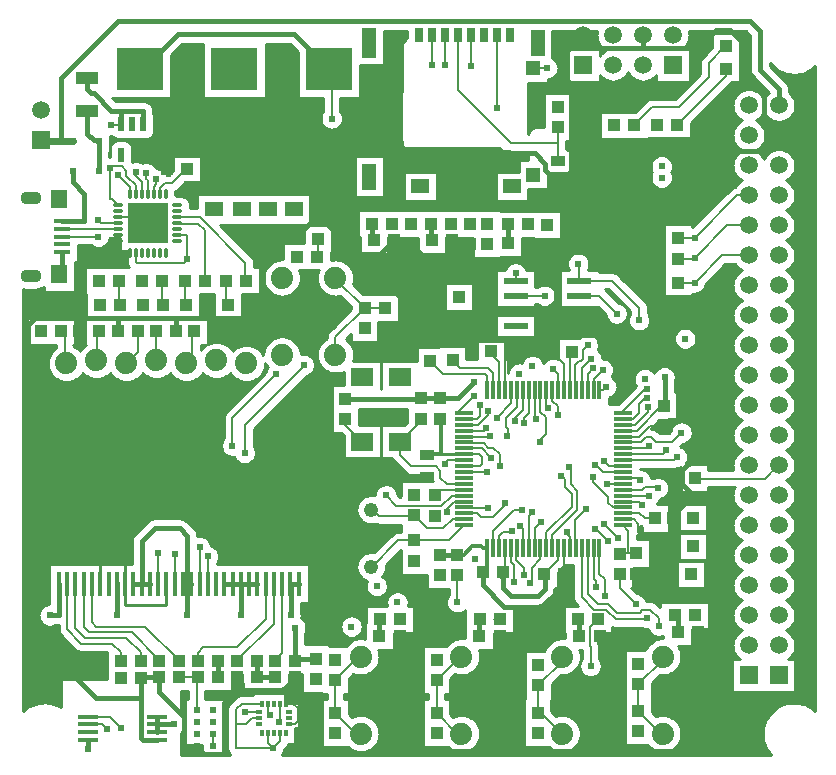
<source format=gbr>
%TF.GenerationSoftware,Novarm,DipTrace,3.2.0.1*%
%TF.CreationDate,2018-06-05T21:33:42-08:00*%
%FSLAX26Y26*%
%MOIN*%
%TF.FileFunction,Copper,L1,Top*%
%TF.Part,Single*%
%AMOUTLINE0*
4,1,4,
-0.035433,0.019685,
-0.035433,-0.019685,
0.035433,-0.019685,
0.035433,0.019685,
-0.035433,0.019685,
0*%
%AMOUTLINE1*
4,1,4,
0.026163,0.026163,
0.026205,-0.026121,
-0.026121,-0.026205,
-0.026163,0.026163,
0.026163,0.026163,
0*%
%AMOUTLINE2*
4,1,4,
-0.023622,0.015748,
-0.023622,-0.015748,
0.023622,-0.015748,
0.023622,0.015748,
-0.023622,0.015748,
0*%
%AMOUTLINE3*
4,1,4,
-0.010827,-0.023622,
0.010827,-0.023622,
0.010827,0.023622,
-0.010827,0.023622,
-0.010827,-0.023622,
0*%
%TA.AperFunction,Conductor*%
%ADD15C,0.007*%
%ADD16C,0.015748*%
%ADD17C,0.006*%
%ADD18C,0.008*%
%ADD19C,0.012*%
%ADD20C,0.01*%
%ADD21C,0.011811*%
%ADD22C,0.015*%
%ADD23C,0.023622*%
%ADD24R,0.15748X0.141732*%
%ADD26R,0.03937X0.043307*%
%ADD27R,0.043307X0.03937*%
%ADD28R,0.059055X0.051181*%
%ADD30R,0.023622X0.023622*%
%TA.AperFunction,ComponentPad*%
%ADD33R,0.059055X0.059055*%
%ADD34C,0.059055*%
%ADD36R,0.05315X0.015748*%
%ADD37R,0.055118X0.062992*%
%TA.AperFunction,ComponentPad*%
%ADD38O,0.070866X0.043307*%
%ADD39R,0.031496X0.048819*%
%ADD40R,0.045276X0.098425*%
%ADD41R,0.045276X0.086614*%
%ADD42R,0.059055X0.045276*%
%ADD43R,0.045669X0.047244*%
%ADD44R,0.045669X0.049213*%
%TA.AperFunction,ComponentPad*%
%ADD45C,0.074*%
%ADD49R,0.062992X0.011811*%
%ADD50R,0.011811X0.062992*%
%ADD52O,0.033465X0.011811*%
%ADD53O,0.011811X0.033465*%
%ADD54R,0.137795X0.137795*%
%ADD55R,0.015748X0.07874*%
%ADD56R,0.070866X0.015748*%
%ADD58R,0.011811X0.019685*%
%ADD59R,0.019685X0.011811*%
%TA.AperFunction,ComponentPad*%
%ADD60R,0.05937X0.05937*%
%ADD61C,0.05937*%
%ADD62R,0.07874X0.023622*%
%ADD64R,0.074803X0.059055*%
%TA.AperFunction,ComponentPad*%
%ADD65C,0.048*%
%TA.AperFunction,ViaPad*%
%ADD66C,0.024*%
%ADD142OUTLINE0*%
%TA.AperFunction,ComponentPad*%
%ADD143OUTLINE1*%
%ADD144OUTLINE2*%
%ADD145OUTLINE3*%
%TA.AperFunction,CopperBalancing*%
%ADD146C,0.01*%
G75*
G01*
%LPD*%
X1280265Y593701D2*
D15*
Y533731D1*
X1277983Y531449D1*
X1399845Y678309D2*
Y676877D1*
X1399950Y676772D1*
X1007110Y681201D2*
X945460D1*
X1002314Y572369D2*
Y676404D1*
X1007110Y681201D1*
X938681Y2155882D2*
X971765D1*
Y2075037D1*
X959267Y2062538D1*
X803033D1*
X799908Y2065663D1*
Y2097805D1*
X800886Y2096827D1*
X970858Y2375912D2*
D3*
X800886Y2293677D2*
Y2320908D1*
X768701Y2353093D1*
Y2368717D1*
X753038Y2384379D1*
X718667D1*
X712452Y2378164D1*
Y2275016D1*
X721122D1*
X741831Y2254307D1*
X879626Y2293677D2*
Y2310988D1*
X896773Y2328135D1*
X921771D1*
X971765Y2378130D1*
Y2375005D1*
X554235Y2149952D2*
X674921D1*
Y2206273D2*
X684295Y2196899D1*
X743478D1*
X741831Y2195252D1*
X554235Y2175542D2*
X741831Y2175567D1*
X781201Y2293677D2*
Y2315596D1*
X740540Y2356257D1*
X1562452Y1846936D2*
Y1845523D1*
X2040752Y2190753D2*
D16*
Y2128732D1*
X2040267Y2128247D1*
X888710Y2003170D2*
D15*
Y1925053D1*
X891835Y1921928D1*
X741831Y2214937D2*
D17*
X820571D1*
X840256Y2195252D1*
X545377Y2275936D2*
D16*
X548502D1*
X837404Y2193774D2*
Y2196899D1*
X841903D1*
X840256Y2195252D1*
X1152996Y2240645D2*
D3*
X1240487D2*
D3*
X1327978D2*
D3*
X787550Y2524949D2*
D3*
X681171Y1921928D2*
D3*
X481192Y1834437D2*
X484316D1*
X824906Y1921928D2*
D3*
X1983196Y1768832D2*
D17*
Y1760408D1*
X2010827Y1732777D1*
Y1639222D1*
X2247047D2*
Y1758549D1*
X2254192Y1765693D1*
X1983196Y1768832D2*
D16*
D3*
X2252881Y1768819D2*
Y1767004D1*
X2254192Y1765693D1*
X2065576Y1853076D2*
D3*
X1877166Y1947736D2*
D3*
X1578181Y2350046D2*
D3*
X1747473Y2318550D2*
D3*
X2053772D2*
D3*
X2125032Y2357133D2*
D3*
X2140780Y2796109D2*
D3*
X2206011Y2584358D2*
Y2582545D1*
X1578181Y2796109D2*
Y2793941D1*
X1961646Y2820899D2*
D3*
X1128742Y2709324D2*
D3*
X2477857Y500202D2*
X2476755D1*
X2475170Y501788D1*
X1464774Y494642D2*
Y495537D1*
X1802310D2*
D3*
X2139845D2*
D3*
X512450Y887450D2*
X543701D1*
Y993701D1*
X1257591Y445436D2*
D15*
X1240895Y462131D1*
Y495276D1*
X1280265D2*
Y468110D1*
X1257591Y445436D1*
X1211368Y544488D2*
X1187908D1*
X1168372Y524952D1*
X1134248D1*
Y445436D1*
X1257591D1*
X1221210Y593701D2*
X1152755D1*
X1134248Y575194D1*
Y524952D1*
X1074040Y681201D2*
D16*
Y736957D1*
X1073772Y737225D1*
X1202536D2*
Y681286D1*
X1202621Y681201D1*
X1264138D1*
X1264370Y680969D1*
X1399950Y743701D2*
X1337776D1*
X1331299Y737225D1*
X1202621Y681201D2*
X1196826D1*
Y684326D1*
X1074879D2*
Y681201D1*
X1074040D1*
X1196742Y993900D2*
D17*
X1204919D1*
X1205118Y993701D1*
D16*
X1177559D1*
X1150000D1*
X1122441D1*
X1094882D1*
X984646D2*
X971826D1*
X957087D1*
X846851D2*
X819292D1*
X791732D1*
X736614D2*
Y993900D1*
X971826Y993701D2*
Y887452D1*
X1149950D2*
Y993701D1*
X1796824Y1220521D2*
Y1214272D1*
X1728075Y1059658D2*
Y1070521D1*
X737452Y993701D2*
Y887452D1*
X1315355Y993701D2*
X1315576D1*
Y887450D1*
X1787305Y1215752D2*
X1792055D1*
X1796824Y1220521D1*
X1331299Y737225D2*
Y846844D1*
X2422244Y1503395D2*
D17*
X2469020D1*
X2551255Y1585630D1*
X2559326D1*
X2422244Y1227805D2*
X2478347D1*
X2495524Y1210628D1*
X2531200D1*
X2207677Y1111663D2*
Y1071872D1*
X2160954Y1025149D1*
X2030512Y1111663D2*
Y1038475D1*
X2023294Y1031257D1*
X2562223Y1681328D2*
D16*
Y1588528D1*
X2559326Y1585630D1*
X2023294Y1031257D2*
Y979763D1*
X2049777Y953280D1*
X2140393D1*
X2162265Y975152D1*
Y1023837D1*
X2160954Y1025149D1*
X2023294Y1031257D2*
Y1020170D1*
X2529378Y1210628D2*
X2531200D1*
X868923Y498769D2*
Y524360D1*
Y549950D1*
Y524360D2*
X927484D1*
X640576Y440576D2*
Y473179D1*
X749696Y680526D2*
D3*
X1002314Y492841D2*
Y492840D1*
X787683Y2250181D2*
Y2247826D1*
X840256Y2195252D1*
X1059256Y2240645D2*
D3*
X887452Y2249950D2*
Y2242448D1*
X840256Y2195252D1*
X554235Y2098771D2*
Y2032826D1*
X545377Y2023967D1*
X887310Y2143841D2*
Y2148198D1*
X840256Y2195252D1*
X545377Y2020030D2*
Y2023967D1*
X787683Y2143780D2*
X788784D1*
X840256Y2195252D1*
X1894685Y1404970D2*
D18*
X1842162D1*
X1831050Y1393858D1*
X1728075Y1290883D2*
Y1288756D1*
X1497617Y1608554D2*
D16*
X1747591D1*
X1749809Y1610772D1*
X1815427D1*
X1873272D1*
X1928076Y1665576D1*
X819292Y993701D2*
Y1134916D1*
X862452Y1178076D1*
X946826D1*
X971826Y1153076D1*
Y993701D1*
X1315355D2*
X1342914D1*
X1057432Y492841D2*
D15*
Y453078D1*
X1611960Y818701D2*
D16*
Y872772D1*
X1614137Y874949D1*
X1945293Y818701D2*
Y874722D1*
X1945521Y874950D1*
X2278625Y818701D2*
Y868883D1*
X2272559Y874949D1*
X2605709Y831201D2*
Y877263D1*
X2595523Y887449D1*
X2657508Y1118704D2*
D15*
X2656201D1*
X2422244Y1286860D2*
X2506792D1*
X2509326Y1284326D1*
X2325788Y1639222D2*
Y1675457D1*
X2356407Y1706076D1*
X2162265Y1953076D2*
X2065576D1*
X2607507Y2074952D2*
X2662450D1*
Y2078076D1*
X2771824Y2187450D1*
X2843701D1*
X2002907Y2578109D2*
Y2818853D1*
X2004953Y2820899D1*
X1359225Y1721949D2*
D17*
X1365474D1*
X1165495Y1521970D1*
Y1431355D1*
X1162370Y1428230D1*
X1040508Y1084516D2*
Y994445D1*
X1039764Y993701D1*
X2651257Y1024958D2*
D15*
Y1028272D1*
X2487231Y1256420D2*
X2476477Y1267175D1*
X2422244D1*
X2345473Y1639222D2*
X2357634D1*
X2368494Y1650082D1*
X2662452Y1996987D2*
X2607743D1*
X2662452D2*
X2752915Y2087450D1*
X2843701D1*
X2278175Y2003076D2*
Y2055992D1*
X2274753Y2059414D1*
X1831050Y2721844D2*
Y2820225D1*
X1831725Y2820899D1*
X2477582Y1871331D2*
Y1912945D1*
X2387450Y2003076D1*
X2278175D1*
X653937Y993701D2*
Y864714D1*
X668701Y849950D1*
X831202D1*
X943701Y737452D1*
Y738533D1*
X626378Y993701D2*
Y848524D1*
X643701Y831201D1*
X787452D1*
X874952Y743701D1*
Y740353D1*
X878080Y737225D1*
X818701Y743701D2*
Y739680D1*
X816246Y737225D1*
Y764906D1*
X768701Y812450D1*
X631202D1*
X598819Y844834D1*
Y993701D1*
X571260D2*
Y841142D1*
X618701Y793701D1*
X721826D1*
X749952Y765575D1*
Y737860D1*
X749316Y737225D1*
X1232677Y993701D2*
Y876427D1*
X1137452Y781201D1*
X1024952D1*
X1006201Y762450D1*
Y737866D1*
X1006843Y737225D1*
X1287795Y993701D2*
Y762794D1*
X1263298Y738297D1*
X1264370Y737225D1*
X1260236Y993701D2*
Y860236D1*
X1131201Y731201D1*
Y741630D1*
X1135607Y737225D1*
X2286418Y1111663D2*
Y947865D1*
X2328082Y906201D1*
X2368702D1*
X2399740Y875163D1*
X2499730D1*
X2502855Y878288D1*
X2306103Y1111663D2*
Y959425D1*
X2340578Y924950D1*
X2374950D1*
X2402865Y897036D1*
X2479376D1*
X2488750Y906410D1*
X2515353D1*
X2543475Y878288D1*
Y853290D1*
X2422244Y1247490D2*
X2389876D1*
X2374950Y1262415D1*
Y1281202D1*
X2324748Y1331404D1*
Y1350316D1*
X1894685Y1444340D2*
X1952425D1*
X1984159Y1412607D1*
X1894685Y1464025D2*
X1896109Y1462601D1*
X1959176D1*
X1974799Y1446978D1*
X1990424D1*
X2012281Y1425121D1*
Y1384484D1*
X1991142Y1111663D2*
Y1128995D1*
X874410Y993701D2*
Y1096524D1*
X2087450Y1237450D2*
X2059158D1*
X1991142Y1169435D1*
Y1111663D1*
X2010827D2*
Y1151805D1*
X2024780Y1165757D1*
X2049777D1*
X2052902Y1168882D1*
X931145Y1090765D2*
Y995318D1*
X929528Y993701D1*
X2093523Y1022023D2*
Y1047020D1*
X2068525Y1072017D1*
Y1110306D1*
X2069882Y1111663D1*
X2090398Y1112494D2*
X2089567Y1111663D1*
Y1175962D1*
X2081023Y1184507D1*
X2121826Y1231201D2*
X2109252Y1218628D1*
Y1111663D1*
X2131019Y1109582D2*
X2128937Y1111663D1*
Y1178937D1*
X2149950Y1199950D1*
X2148622Y1111663D2*
Y1073998D1*
X2121645Y1047020D1*
Y1000150D1*
X2115395Y993900D1*
X2187992Y1111663D2*
Y1153988D1*
X2271629Y1237625D1*
Y1303243D1*
X2249756Y1325116D1*
Y1375110D1*
X2243507Y1381360D1*
X1968536Y2125032D2*
X1968776D1*
X2247047Y1111663D2*
Y1149718D1*
X2237450Y1159315D1*
Y1165576D1*
X2266732Y1111663D2*
X2265379Y1113016D1*
Y1206005D1*
X2299950Y1240576D1*
X2031029Y1262622D2*
X2034154Y1259498D1*
X1990232Y1215576D1*
X1949963D1*
X1937289Y1228251D1*
X1895131D1*
X1894685Y1227805D1*
X1974952Y1246826D2*
X1895349D1*
X1894685Y1247490D1*
X2422244Y1562450D2*
Y1569120D1*
X2496826Y1643701D1*
X2503076D1*
X2422244Y1542765D2*
X2458390D1*
X2477857Y1562232D1*
Y1593483D1*
X2496960Y1612586D1*
X2502855D1*
X2422244Y1523080D2*
X2463705D1*
X2505979Y1565355D1*
Y1581339D1*
X2422244Y1464025D2*
X2482776D1*
X2499952Y1481201D1*
X2518626D1*
X2534101Y1465726D1*
X2587601D1*
X2618701Y1496826D1*
X2422244Y1444340D2*
X2500589D1*
X2509326Y1453076D1*
X2422244Y1424655D2*
X2555906D1*
X2568701Y1437450D1*
X2422244Y1404970D2*
X2592470D1*
X2603076Y1415576D1*
X2422244Y1385285D2*
Y1384326D1*
Y1385285D2*
X2377067D1*
X2359120Y1403232D1*
X744975Y2003170D2*
Y1925053D1*
X748100Y1921928D1*
X1406307Y2143874D2*
Y2085121D1*
X1404638Y2083452D1*
X1749809Y1543843D2*
Y1534469D1*
X1681066Y1465726D1*
X1894685Y1326230D2*
X1836185D1*
X1815427Y1346988D1*
Y1368861D1*
X1799803Y1384484D1*
X1718562D1*
X1681066Y1421981D1*
Y1465726D1*
X1497617Y1541625D2*
Y1523191D1*
X1555082Y1465726D1*
X1894685Y1286860D2*
X1852163D1*
X1818551Y1253248D1*
X1668567D1*
X1634196Y1287620D1*
X1556079Y1465726D2*
X1555082D1*
X2412239Y1026961D2*
Y978288D1*
X2465575Y924952D1*
X868701Y2340576D2*
Y2325061D1*
X859277Y2315637D1*
Y2294341D1*
X859941Y2293677D1*
X962391Y2003170D2*
Y1925053D1*
X965516Y1921928D1*
X1971457Y1639222D2*
Y1684696D1*
X1962452Y1693701D1*
X1823612D1*
X1781355Y1735958D1*
X820571Y2293677D2*
X821781Y2292467D1*
Y2331260D1*
X793708Y2359334D1*
X799950Y2365576D1*
X1781355Y1735958D2*
D3*
X2422244Y1326230D2*
Y1325116D1*
X2371618D1*
X2943701Y1387450D2*
X2940575D1*
X2896826Y1343701D1*
X2664607D1*
X2662689Y1345618D1*
Y1337614D2*
Y1345618D1*
X2422244Y1345915D2*
X2472736D1*
X2481201Y1337450D1*
X2662213Y1343864D2*
Y1345142D1*
X2537226Y2521865D2*
D3*
X2207677Y1639222D2*
Y1692225D1*
X2190576Y1709326D1*
X2768208Y2709334D2*
Y2685918D1*
X2605062Y2522772D1*
X1029320Y2003170D2*
Y2170591D1*
X1006137Y2193774D1*
X937204D1*
X938681Y2195252D1*
X1783012Y2193701D2*
D16*
Y2141723D1*
X1787112Y2137624D1*
X2422244Y1306545D2*
D15*
X2487794D1*
X2496826Y1315576D1*
X2537449D1*
X2540575Y1312450D1*
X2659327Y1212450D2*
X2657507D1*
X2607505Y2146824D2*
X2662449D1*
X2324827Y1712327D2*
X2306103Y1693603D1*
Y1639222D1*
X2278175Y1953076D2*
X2343701D1*
X2403076Y1893701D1*
X1918541Y2718719D2*
Y2820697D1*
X1918339Y2820899D1*
X2662449Y2146824D2*
X2803075Y2287450D1*
X2843701D1*
X1012205Y993701D2*
D17*
Y1115763D1*
X1121750Y1453227D2*
Y1546967D1*
X1268609Y1693827D1*
X2345473Y1111663D2*
D15*
Y1026295D1*
X2362450Y1009318D1*
Y953076D1*
X640576Y524360D2*
X688042D1*
X703076Y509326D1*
X1871067Y1022534D2*
Y931960D1*
X1871826Y931201D1*
X1240895Y593701D2*
Y556446D1*
X1246736D1*
X1002314Y532605D2*
Y532604D1*
X2206011Y2402126D2*
Y2462496D1*
Y2515616D1*
Y2462496D2*
X2049777D1*
X1874795Y2637478D1*
Y2820663D1*
X1875032Y2820899D1*
X1968866Y2192051D2*
X1970516Y2193701D1*
X1849952D2*
X1849941D1*
X1912544D2*
Y2191981D1*
X1912442Y2191879D1*
X2125032Y2711462D2*
X2171639D1*
X1587440Y2193701D2*
D16*
Y2143525D1*
X1593341Y2137624D1*
X2325788Y1111663D2*
D15*
X2327873Y1113748D1*
Y1009524D1*
X2334326Y1003071D1*
Y981201D1*
X640576Y549950D2*
X712450D1*
X749950Y512450D1*
X1815427Y1022534D2*
X1814811D1*
X1211368Y564173D2*
X1165495D1*
X1057432Y572369D2*
Y572368D1*
X2050197Y1639222D2*
Y1594257D1*
X2002907Y1546967D1*
X1465463Y737677D2*
Y739007D1*
X1464774Y739696D1*
X2089567Y1639222D2*
Y1571134D1*
X2062450Y1544017D1*
Y1534326D1*
X1802928Y740802D2*
Y740314D1*
X2128937Y1639222D2*
Y1549049D1*
X2134285Y1543701D1*
X2143517Y718929D2*
Y719100D1*
X2141673Y720944D1*
X2168307Y1639222D2*
Y1584671D1*
X2174764Y1578214D1*
X2331201Y1174952D2*
X2334302D1*
X2374743Y1134511D1*
X2474952Y725201D2*
X2475170Y724983D1*
X1464774Y562466D2*
X1533540Y493701D1*
X1549950D1*
X1464774Y672767D2*
X1541709Y749701D1*
X1549950D1*
X1464774Y562466D2*
Y672767D1*
X1885368Y749701D2*
X1879244D1*
X1802310Y672767D1*
Y562466D1*
X1871075Y493701D1*
X1885368D1*
X2220784Y749701D2*
Y733125D1*
X2141673Y654015D1*
X2139845Y652187D1*
Y562466D1*
X2220784Y493701D2*
X2152019Y562466D1*
X2139845D1*
X2475170Y658054D2*
Y568717D1*
X2550185Y493701D1*
X2556201D1*
X2475170Y658054D2*
X2556201Y739086D1*
Y749701D1*
X1894685Y1483710D2*
Y1484326D1*
X551246Y1834437D2*
X562433D1*
Y1727450D1*
X568701D1*
X1894685Y1483710D2*
X1897432D1*
X1894685D2*
X1980586D1*
X1981201Y1484326D1*
X1894685Y1542765D2*
X1908390D1*
X866307Y1834437D2*
X868701D1*
Y1737450D1*
X1894685Y1542765D2*
X1936515D1*
X1946826Y1553076D1*
Y1587452D1*
X1894685Y1562450D2*
X1871826D1*
X1928076Y1618701D1*
X993638Y1834437D2*
X987389D1*
Y1727450D1*
X968701D1*
X805907Y1834437D2*
Y1765444D1*
X767914Y1727450D1*
X768701D1*
X1894685Y1523080D2*
Y1521826D1*
X1940269D1*
X1974950Y1556507D1*
Y1568700D1*
X678576Y1834437D2*
X671797D1*
Y1737450D1*
X668701D1*
X1968701Y1512450D2*
X1959327Y1503076D1*
X1895004D1*
X1894685Y1503395D1*
X1991142Y1639222D2*
Y1696261D1*
X1974952Y1712452D1*
X1881484D1*
X1856355Y1737582D1*
X840256Y2293677D2*
Y2337782D1*
X834280Y2343759D1*
Y2362507D1*
X1856057Y1737582D2*
X1856355D1*
X2422244Y1365600D2*
X2356131D1*
X2337247Y1384484D1*
X2334122D1*
X2330998Y1387609D1*
X2390576Y2521826D2*
X2392138Y2523389D1*
X2393701Y2521826D1*
X2306402Y1787651D2*
X2290576Y1771826D1*
Y1740576D1*
X2284326Y1734326D1*
X2278076D1*
X2265379Y1721629D1*
Y1640575D1*
X2266732Y1639222D1*
X2768208Y2784334D2*
X2765323D1*
X2709083Y2728093D1*
Y2681223D1*
X2609093Y2581234D1*
X2520038D1*
X2460630Y2521826D1*
X938681Y2214937D2*
X939391Y2215647D1*
X1012386D1*
X1165495Y2062538D1*
Y2003170D1*
X1166806D1*
X1099877D2*
Y1928177D1*
X1106126Y1921928D1*
X813781Y2709324D2*
D16*
X824885D1*
X940519Y2824958D1*
X1328068D1*
X1443702Y2709324D1*
X1866849Y1267175D2*
D15*
X1894685D1*
X1860600D1*
X1837299Y1243874D1*
Y1231376D1*
X1453076Y2543701D2*
Y2699950D1*
X1443702Y2709324D1*
X2590578Y1212450D2*
D16*
X2590579Y1118704D1*
Y1118701D1*
X2584328D1*
Y1024958D1*
X2065576Y1903076D2*
X2199950D1*
X2201658D1*
X2278175D1*
Y1853076D1*
X2030512Y1639222D2*
D17*
Y1749219D1*
X2050125Y1768832D1*
X2227362Y1639222D2*
Y1725593D1*
X2187263Y1765693D1*
X2422244Y1483710D2*
X2477461D1*
X2512452Y1518701D1*
X2559326D1*
X2227362Y1025670D2*
X2227883Y1025149D1*
X1971457Y1111663D2*
D19*
Y1046349D1*
X1956365Y1031257D1*
X2290576Y2821822D2*
D16*
X2334310Y2778088D1*
X2490576D1*
Y2821822D1*
X1912442Y2124950D2*
Y2040816D1*
X1886292Y2014666D1*
X1877166D1*
X1718692Y2124950D2*
X1824849Y2018793D1*
X1873038D1*
X1877166Y2014666D1*
X1727950Y749701D2*
Y493701D1*
X2734201Y749701D2*
Y493701D1*
X2398784Y749701D2*
Y493701D1*
X2063368Y749701D2*
Y493701D1*
Y749701D2*
X2065400Y751734D1*
Y818701D1*
Y915784D1*
X2027869D1*
X1956037Y987616D1*
Y1030929D1*
X1956365Y1031257D1*
X2065400Y915784D2*
X2202886D1*
X2227883Y940781D1*
Y1025149D1*
X2559326Y1518701D2*
X2578075Y1537450D1*
X2662689D1*
Y1412547D1*
X1631201Y1845523D2*
X1638113D1*
X1677320Y1806315D1*
X1777927D1*
X1781355Y1802887D1*
X1854731D1*
X1856355Y1804511D1*
X2032834D1*
X2050125Y1787219D1*
Y1768832D1*
X2187263Y1765693D2*
X2181012D1*
X2177873Y1768832D1*
X2050125D1*
X2187263Y1765693D2*
Y1821939D1*
X2199950D1*
Y1903076D1*
X2662689Y1537450D2*
Y1674603D1*
X2596595Y1740697D1*
X2437236D1*
X2355995Y1821939D1*
X2199950D1*
X2540576Y2146824D2*
Y2074952D1*
X2540578D1*
Y1997223D1*
X2540814Y1996987D1*
X2540576Y2146824D2*
Y2181502D1*
X2793449Y2434374D1*
X2890625D1*
X2943701Y2487450D1*
X1727950Y628318D2*
Y749701D1*
X1956365Y1031257D2*
X1962146D1*
Y1025007D1*
X2206011Y2331260D2*
X2215385D1*
X2249756Y2365631D1*
Y2659351D1*
X2237257Y2671849D1*
Y2768503D1*
X2290576Y2821822D1*
X2662689Y1412547D2*
X2621592Y1371450D1*
Y1325184D1*
X2646826Y1299950D1*
Y1278075D1*
X2590578Y1221827D1*
Y1212450D1*
X2531200Y1143698D2*
X2584328D1*
Y1118701D1*
X2422244Y1208120D2*
D17*
X2460532D1*
X2474950Y1193701D1*
Y1165576D1*
X2496828Y1143698D1*
X2531200D1*
X1336851Y2146402D2*
D16*
X1339378Y2143874D1*
X2227883Y1025149D2*
D17*
Y1071772D1*
X2227362Y1072293D1*
Y1111663D1*
X681496Y993701D2*
D20*
Y1071826D1*
X723668D1*
X764173D1*
Y993701D1*
Y922033D1*
X901969D1*
Y993701D1*
X1135692Y681201D2*
D16*
Y638239D1*
X1288570D1*
X1299950Y649620D1*
X1331299Y680969D1*
X1309793Y524803D2*
D17*
X1330706D1*
X1340477Y534574D1*
Y578319D1*
X1325095Y593701D1*
X1299950D1*
D21*
Y611418D1*
D16*
Y649620D1*
X1727950Y493701D2*
Y434584D1*
X2063368D1*
X2398784D1*
X2734201D1*
Y493701D1*
X2398784D2*
Y434584D1*
X2063368Y493701D2*
Y434584D1*
X1814811Y1089463D2*
X1871067D1*
D19*
X1892242D1*
X1921666Y1118887D1*
X1950453D1*
X1957677Y1111663D1*
X1971457D1*
X2012222Y818701D2*
D16*
X2065400D1*
X1678889D2*
Y798763D1*
X1727950Y749701D1*
X2345554Y818701D2*
Y802931D1*
X2398784Y749701D1*
X2672638Y831201D2*
Y811264D1*
X2734201Y749701D1*
X2107196Y2128247D2*
X2165765D1*
X2172016Y2121996D1*
X1854041Y2137624D2*
X1899769D1*
X1912442Y2124950D1*
X1660271Y2137624D2*
X1706019D1*
X1718692Y2124950D1*
X1327978Y2315448D2*
X1240487D1*
X1152996D1*
X1059256D1*
X824952Y2422579D2*
Y2421876D1*
X903929D1*
Y2375912D1*
X1059256Y2315448D2*
Y2375005D1*
X1012386Y2421876D1*
X903929D1*
X1339378Y2143874D2*
Y2155180D1*
X1384222Y2200024D1*
Y2303138D1*
X1371723Y2315637D1*
X1328167D1*
X1327978Y2315448D1*
X1384222Y2200024D2*
X1387108Y2202910D1*
X1428206D1*
X1537331Y2093785D1*
X1612323D1*
X1662318Y2143780D1*
Y2135576D1*
X1660271Y2137624D1*
X741831Y2155882D2*
D21*
X743701D1*
Y2136197D1*
X741831D1*
X1173055Y1921928D2*
D16*
Y1878183D1*
X1060567D1*
X1032445D1*
X933236D1*
X738978D1*
X611647D1*
Y1834437D1*
X1032445Y1921928D2*
Y1878183D1*
X1060567Y1834437D2*
Y1878183D1*
X933236Y1834437D2*
Y1878183D1*
X738978Y1834437D2*
Y1878183D1*
X611647D2*
D20*
Y2037260D1*
X693088Y2118701D1*
X743701D1*
Y2134327D1*
X741831Y2136197D1*
X468701Y1737450D2*
D16*
Y1740689D1*
X440571Y1768819D1*
Y1856310D1*
X462444Y1878183D1*
X611647D1*
X2835137Y2784334D2*
Y2709334D1*
X2490576Y2778088D2*
X2674711D1*
X2734080Y2837457D1*
X2782013D1*
X2835137Y2784334D1*
Y2709334D2*
Y2686406D1*
X2893439Y2628104D1*
Y2537713D1*
X2943701Y2487450D1*
X816625Y680526D2*
D22*
Y612450D1*
Y480151D1*
X824950Y471826D1*
X867570D1*
X868923Y473179D1*
X878530Y681201D2*
D16*
X817299D1*
X816625Y680526D1*
X1002314Y453078D2*
X959326D1*
Y549952D1*
X878076Y631201D1*
Y680747D1*
X878530Y681201D1*
X1002314Y453078D2*
Y450713D1*
X1028076Y424950D1*
X1093701D1*
Y596248D1*
X1135692Y638239D1*
X2201658Y1903076D2*
Y1987914D1*
X2172016Y2017555D1*
Y2121996D1*
X1339378Y2143874D2*
X1299950D1*
X1274858Y2118782D1*
Y2087536D1*
X1224864Y2037541D1*
Y1937551D1*
X1209240Y1921928D1*
X1173055D1*
X468701Y1737450D2*
Y1350042D1*
Y809326D1*
X665576Y612450D1*
X816625D1*
X1384222Y2303138D2*
X1524832Y2443748D1*
X2009156D1*
X2024780Y2428125D1*
X2131019D1*
X2165390Y2393753D1*
Y2371881D1*
X2206011Y2331260D1*
X1781355Y1802887D2*
Y1849761D1*
X1537331Y2093785D1*
X1771974Y1350042D2*
X723668D1*
X468701D1*
X2468483Y1027147D2*
X2582139D1*
X2584328Y1024958D1*
X2734201Y749701D2*
Y918826D1*
X2693701Y959326D1*
X2606201D1*
X2584326Y981201D1*
Y1024956D1*
X2584328Y1024958D1*
X723668Y1071826D2*
Y1350042D1*
X743701Y2118701D2*
D20*
Y2103076D1*
X749950Y2096827D1*
X781201D1*
X1815427Y1543843D2*
D19*
X1818551D1*
Y1425105D1*
X1771974D1*
Y1420908D1*
X1894685Y1385285D2*
D18*
X1947463D1*
X1952912Y1390734D1*
Y1415731D1*
X1943538Y1425105D1*
X1895135D1*
X1894685Y1424655D1*
X1818551Y1425105D2*
D20*
X1894685Y1424655D1*
X676013Y2368756D2*
D16*
Y2468746D1*
Y2471870D1*
X659298D1*
X637425Y2493743D1*
Y2568735D1*
X676013Y2368756D2*
D3*
X821781Y2003170D2*
D3*
X824952Y2524949D2*
Y2568735D1*
X750149D1*
Y2524949D1*
X637425Y2678971D2*
Y2640603D1*
X649924Y2628104D1*
X659298D1*
X718667Y2568735D1*
X750149D1*
X678046Y2003170D2*
D17*
D3*
X718667Y2521865D2*
X747065D1*
X750149Y2524949D1*
X484316Y2471870D2*
D23*
Y2468746D1*
X549935D1*
X589399D1*
X2943701Y2587450D2*
D16*
Y2643460D1*
X2880940Y2706221D1*
Y2834332D1*
X2846568Y2868704D1*
X740540D1*
X549935Y2678099D1*
Y2468746D1*
X554235Y2201133D2*
X628051D1*
D22*
Y2293764D1*
X589399Y2332416D1*
Y2368756D1*
X1584326Y1239954D2*
D15*
Y1243750D1*
X1609198Y1218877D1*
X1728075D1*
Y1221827D1*
X1728110D1*
X1771681Y1178256D1*
X1824801D1*
X1856047Y1209503D1*
X1893302D1*
X1894685Y1208120D1*
X1584326Y1049954D2*
Y1047145D1*
X1674631Y1137450D1*
X1728075D1*
X1843701D1*
X1894685Y1188435D1*
X2107681Y2190753D2*
Y2184400D1*
X2168511D2*
Y2185420D1*
X2172016Y2188925D1*
X2287252Y1640057D2*
X2286418Y1639222D1*
X2065576Y2003076D2*
Y2027798D1*
X2318499Y1743822D2*
X2286418Y1711740D1*
Y1639222D1*
X2059151Y1000150D2*
Y1056394D1*
X2050197Y1065348D1*
Y1111663D1*
X2069882Y1639222D2*
Y1582696D1*
X2034154Y1546967D1*
Y1515721D1*
X2040403Y1509471D1*
Y1493369D1*
Y1487278D1*
X2037450Y1484326D1*
X1681066Y874949D2*
X1678076D1*
Y868701D1*
X2037450Y1484326D2*
Y1490416D1*
X2040403Y1493369D1*
X1993533Y875163D2*
X2012450D1*
Y874950D1*
X2018700D1*
X2009326Y865576D1*
X2093523Y1527898D2*
Y1546395D1*
X2109252Y1562125D1*
Y1639222D1*
X2339488Y874949D2*
X2343701D1*
X2148622Y1639222D2*
Y1566860D1*
X2165576Y1549906D1*
Y1490910D1*
X2146642Y1471975D1*
Y1465726D1*
X2315576Y718701D2*
Y781201D1*
X2312452Y784326D1*
Y847912D1*
X2339488Y874949D1*
X2187992Y1639222D2*
X2185624D1*
X2662452Y887449D2*
X2659328D1*
X2405990Y1147037D2*
X2359326Y1193701D1*
X2206201Y1556201D2*
Y1584273D1*
X2187263Y1603211D1*
Y1638492D1*
X2187992Y1639222D1*
X2468483Y1094076D2*
X2440335D1*
X2412425D1*
X2412239Y1093890D1*
X2440335Y1094076D2*
Y1170344D1*
X2422244Y1188435D1*
X1465450Y2012201D2*
Y2009453D1*
X1562452Y1912452D1*
X1631201D1*
X1465450Y1756201D2*
Y1815450D1*
X1562452Y1912452D1*
X1894685Y1306545D2*
X1815919D1*
X1796824Y1287450D1*
Y1281201D1*
X1894685Y1365600D2*
X1971524D1*
X1337352Y2084411D2*
Y2083809D1*
X1718692Y2191879D2*
D3*
X1656201Y2193701D2*
X1654369D1*
X1788418Y2820899D2*
X1787305Y2819786D1*
Y2721844D1*
X2168307Y1111663D2*
Y1165550D1*
X2252881Y1250124D1*
Y1293869D1*
X2231008Y1315742D1*
Y1340769D1*
X2218701Y1353076D1*
D66*
X1277983Y531449D3*
X1399845Y678309D3*
X970858Y2375912D3*
X971765Y2075037D3*
X712452Y2378164D3*
X674921Y2149952D3*
Y2206273D3*
X740540Y2356257D3*
X1562452Y1846936D3*
X548502Y2275936D3*
X837404Y2193774D3*
X1152996Y2240645D3*
X1240487D3*
X1327978D3*
X787550Y2524949D3*
X681171Y1921928D3*
X481192Y1834437D3*
X824906Y1921928D3*
X681171D3*
X1983196Y1768832D3*
X2252881Y1768819D3*
X1983196Y1768832D3*
X2065576Y1853076D3*
X1877166Y1947736D3*
X2065576Y1853076D3*
X1578181Y2350046D3*
X1747473Y2318550D3*
X1578181Y2350046D3*
X2053772Y2318550D3*
X1747473D3*
X2125032Y2357133D3*
X2053772Y2318550D3*
X2140780Y2796109D3*
X2206011Y2584358D3*
X2125032Y2357133D3*
X1578181Y2793941D3*
X1961646Y2820899D3*
X1578181Y2793941D3*
Y2350046D3*
X1128742Y2709324D3*
X2477857Y500202D3*
X1464774Y494642D3*
X1802310Y495537D3*
X2139845D3*
X512450Y887450D3*
X1257591Y445436D3*
D3*
D3*
X1196826Y684326D3*
X1074879D3*
X971826Y887452D3*
X1149950D3*
X1796824Y1214272D3*
X1728075Y1059658D3*
X737452Y887452D3*
X971826D3*
X737452D3*
X1196826Y684326D3*
X1315576Y887450D3*
D3*
X1331299Y846844D3*
X1196826Y684326D3*
X2562223Y1681328D3*
X2023294Y1020170D3*
X2529378Y1210628D3*
X927484Y524360D3*
X640576Y440576D3*
X749696Y680526D3*
D3*
X1331299Y846844D3*
X1002314Y492840D3*
X2023294Y1020170D3*
X787683Y2250181D3*
X1059256Y2240645D3*
X887452Y2249950D3*
X1152996Y2240645D3*
X887310Y2143841D3*
X548502Y2275936D3*
X545377Y2020030D3*
X787683Y2143780D3*
X1831050Y1393858D3*
X1728075Y1290883D3*
X1796824Y1214272D3*
X1928076Y1665576D3*
X2656201Y1118704D3*
X2509326Y1284326D3*
X2656201Y1118704D3*
X2356407Y1706076D3*
X2162265Y1953076D3*
X2662450Y2078076D3*
X2002907Y2578109D3*
X1359225Y1721949D3*
X1162370Y1428230D3*
X1040508Y1084516D3*
X2162265Y1953076D3*
X2651257Y1028272D3*
X2487231Y1256420D3*
X2651257Y1028272D3*
X2368494Y1650082D3*
X2662452Y1996987D3*
D3*
X2274753Y2059414D3*
X1831050Y2721844D3*
X2477582Y1871331D3*
X2502855Y878288D3*
X2543475Y853290D3*
X2324748Y1350316D3*
X2496605Y1675079D3*
X2630966Y1809440D3*
X1984159Y1412607D3*
X2012281Y1384484D3*
X874410Y1096524D3*
X2087450Y1237450D3*
X2052902Y1168882D3*
X931145Y1090765D3*
X2093523Y1022023D3*
X2081023Y1184507D3*
X2121826Y1231201D3*
X2149950Y1199950D3*
X2115395Y993900D3*
X2243507Y1381360D3*
X2121645Y1718824D3*
X1968536Y2125032D3*
X2237450Y1165576D3*
X2299950Y1240576D3*
X2031029Y1262622D3*
X1974952Y1246826D3*
X2503076Y1643701D3*
X2502855Y1612586D3*
X2505979Y1581339D3*
X2618701Y1496826D3*
X2509326Y1453076D3*
X2568701Y1437450D3*
X2603076Y1415576D3*
X2359120Y1403232D3*
X1634196Y1287620D3*
X1556079Y1465726D3*
X2465575Y924952D3*
X1518583Y850166D3*
X868701Y2340576D3*
X799950Y2365576D3*
X1781355Y1735958D3*
X2371618Y1325116D3*
X2481201Y1337450D3*
X2662213Y1343864D3*
X2537226Y2521865D3*
X2190576Y1709326D3*
X2552849Y2384379D3*
X2540575Y1312450D3*
X2659327Y1212450D3*
X2662449Y2146824D3*
X2403076Y1893701D3*
X2324827Y1712327D3*
X2403076Y1893701D3*
X1918541Y2718719D3*
X1012205Y1115763D3*
X1121750Y1453227D3*
X1268609Y1693827D3*
X2362450Y953076D3*
X703076Y509326D3*
X1602949Y984526D3*
X1671898Y931201D3*
X2362450Y953076D3*
X1871826Y931201D3*
X1246736Y556446D3*
X1671898Y931201D3*
X1002314Y532604D3*
X1246736Y556446D3*
X1970516Y2193701D3*
X1849952D3*
X1912544D3*
X2171639Y2711462D3*
X1970516Y2193701D3*
X2334326Y981201D3*
X749950Y512450D3*
X1815427Y1022534D3*
X2334326Y981201D3*
X1165495Y564173D3*
X1057432Y572368D3*
X1165495Y564173D3*
X2002907Y1546967D3*
X1465463Y737677D3*
X2062450Y1534326D3*
X1802928Y740802D3*
X2134285Y1543701D3*
X2143517Y718929D3*
X2174764Y1578214D3*
X2331201Y1174952D3*
X2374743Y1134511D3*
X2474952Y725201D3*
X1981201Y1484326D3*
X1946826Y1587452D3*
X1928076Y1618701D3*
X1974950Y1568700D3*
X1968701Y1512450D3*
X834280Y2362507D3*
X1856057Y1737582D3*
X2330998Y1387609D3*
X2390576Y2521826D3*
X2552849Y2346883D3*
X2306402Y1787651D3*
X1837299Y1231376D3*
X1453076Y2543701D3*
X676013Y2368756D3*
X821781Y2003170D3*
X678046D3*
X718667Y2521865D3*
X2107681Y2184400D3*
X2168511D3*
X2065576Y2027798D3*
X2318499Y1743822D3*
X2065576Y2027798D3*
X2107681Y2184400D3*
X2059151Y1000150D3*
X1678076Y868701D3*
X2037450Y1484326D3*
X2009326Y865576D3*
X2093523Y1527898D3*
X2146642Y1465726D3*
X1931040Y1074789D3*
X2315576Y718701D3*
X2659328Y887449D3*
X2405990Y1147037D3*
X2359326Y1193701D3*
X2206201Y1556201D3*
X1796824Y1281201D3*
X1971524Y1365600D3*
X1337352Y2084411D3*
X1718692Y2191879D3*
X1656201Y2193701D3*
X1787305Y2721844D3*
X1718692Y2191879D3*
X2218701Y1353076D3*
X2077950Y1693827D3*
X1718692Y2191879D3*
X1627210Y2835110D2*
D146*
X1702965D1*
X2189809D2*
X2336109D1*
X2645042D2*
X2832105D1*
X1627210Y2825242D2*
X1702965D1*
X2189809D2*
X2334605D1*
X2646546D2*
X2720152D1*
X2816253D2*
X2841969D1*
X1627210Y2815373D2*
X1702965D1*
X2189809D2*
X2334878D1*
X2646273D2*
X2720152D1*
X2816253D2*
X2846656D1*
X1627210Y2805504D2*
X1693902D1*
X2189809D2*
X2336969D1*
X2644184D2*
X2720152D1*
X2816253D2*
X2846656D1*
X1627210Y2795635D2*
X1686969D1*
X2189809D2*
X2341109D1*
X2640042D2*
X2720152D1*
X2816253D2*
X2846656D1*
X949378Y2785767D2*
X1023609D1*
X1233890D2*
X1319196D1*
X1627210D2*
X1684566D1*
X2189809D2*
X2347925D1*
X2633226D2*
X2720152D1*
X2816253D2*
X2846656D1*
X939516Y2775898D2*
X1023609D1*
X1233890D2*
X1329078D1*
X1627210D2*
X1684488D1*
X2189809D2*
X2234488D1*
X2346664D2*
X2359156D1*
X2646664D2*
X2715016D1*
X2816253D2*
X2846656D1*
X929652Y2766029D2*
X1023609D1*
X1233890D2*
X1338570D1*
X1627210D2*
X1684488D1*
X2189809D2*
X2234488D1*
X2346664D2*
X2356714D1*
X2646664D2*
X2705152D1*
X2816253D2*
X2846656D1*
X919769Y2756160D2*
X1023609D1*
X1233890D2*
X1338570D1*
X1627210D2*
X1684488D1*
X2189809D2*
X2234488D1*
X2646664D2*
X2695269D1*
X2816253D2*
X2846656D1*
X918929Y2746292D2*
X1023609D1*
X1233890D2*
X1338570D1*
X1627210D2*
X1684488D1*
X2189809D2*
X2234488D1*
X2646664D2*
X2685641D1*
X2816253D2*
X2846656D1*
X918929Y2736423D2*
X1023609D1*
X1233890D2*
X1338570D1*
X1627210D2*
X1684488D1*
X2200492D2*
X2234488D1*
X2646664D2*
X2680406D1*
X2816253D2*
X2846656D1*
X918929Y2726554D2*
X1023609D1*
X1233890D2*
X1338570D1*
X1627210D2*
X1684488D1*
X2206860D2*
X2234488D1*
X2646664D2*
X2679176D1*
X2816253D2*
X2846656D1*
X918929Y2716685D2*
X1023609D1*
X1233890D2*
X1338570D1*
X1548852D2*
X1684488D1*
X2209672D2*
X2234488D1*
X2646664D2*
X2679176D1*
X2816253D2*
X2846656D1*
X918929Y2706816D2*
X1023609D1*
X1233890D2*
X1338570D1*
X1548852D2*
X1684488D1*
X2209750D2*
X2234488D1*
X2646664D2*
X2679176D1*
X2816253D2*
X2846656D1*
X2928402D2*
X2936364D1*
X3051038D2*
X3062692D1*
X918929Y2696948D2*
X1023609D1*
X1233890D2*
X1338570D1*
X1548852D2*
X1684488D1*
X2207113D2*
X2234488D1*
X2646664D2*
X2679176D1*
X2816253D2*
X2847984D1*
X2938265D2*
X2955777D1*
X3031625D2*
X3062692D1*
X918929Y2687079D2*
X1023609D1*
X1233890D2*
X1338570D1*
X1548852D2*
X1684488D1*
X2201000D2*
X2234488D1*
X2434320D2*
X2446832D1*
X2646664D2*
X2673062D1*
X2816253D2*
X2852730D1*
X2948129D2*
X3062692D1*
X918929Y2677210D2*
X1023609D1*
X1233890D2*
X1338570D1*
X1548852D2*
X1684488D1*
X2187660D2*
X2234488D1*
X2346664D2*
X2357261D1*
X2423890D2*
X2457261D1*
X2523890D2*
X2534488D1*
X2646664D2*
X2663200D1*
X2816253D2*
X2861890D1*
X2958012D2*
X3062692D1*
X918929Y2667341D2*
X1023609D1*
X1233890D2*
X1338570D1*
X1548852D2*
X1684488D1*
X2174261D2*
X2234488D1*
X2346664D2*
X2381441D1*
X2399710D2*
X2481441D1*
X2499710D2*
X2534488D1*
X2646664D2*
X2653336D1*
X2816253D2*
X2871753D1*
X2967874D2*
X3062692D1*
X918929Y2657473D2*
X1023609D1*
X1233890D2*
X1338570D1*
X1548852D2*
X1684488D1*
X2108637D2*
X2643453D1*
X2781625D2*
X2881637D1*
X2974886D2*
X3062692D1*
X918929Y2647604D2*
X1023609D1*
X1233890D2*
X1338570D1*
X1548852D2*
X1684488D1*
X2108637D2*
X2633589D1*
X2771761D2*
X2891500D1*
X2977718D2*
X3062692D1*
X918929Y2637735D2*
X1023609D1*
X1233890D2*
X1338570D1*
X1548852D2*
X1684488D1*
X2108637D2*
X2623726D1*
X2761898D2*
X2820601D1*
X2866801D2*
X2901364D1*
X2977973D2*
X3062692D1*
X918929Y2627866D2*
X1023609D1*
X1233890D2*
X1338570D1*
X1548852D2*
X1684488D1*
X2108637D2*
X2159918D1*
X2252093D2*
X2613864D1*
X2752034D2*
X2805504D1*
X2881898D2*
X2905504D1*
X2981898D2*
X3062692D1*
X918929Y2617998D2*
X1023609D1*
X1233890D2*
X1338570D1*
X1548852D2*
X1684488D1*
X2108637D2*
X2159918D1*
X2252093D2*
X2603981D1*
X2742152D2*
X2797046D1*
X2890356D2*
X2897062D1*
X2990356D2*
X3062692D1*
X727328Y2608129D2*
X1423180D1*
X1482973D2*
X1684488D1*
X2108637D2*
X2159918D1*
X2252093D2*
X2508453D1*
X2732289D2*
X2791813D1*
X2995589D2*
X3062692D1*
X841293Y2598260D2*
X1423180D1*
X1482973D2*
X1684488D1*
X2108637D2*
X2159918D1*
X2252093D2*
X2495192D1*
X2722425D2*
X2788844D1*
X2998558D2*
X3062692D1*
X852797Y2588391D2*
X1423180D1*
X1482973D2*
X1684488D1*
X2108637D2*
X2159918D1*
X2252093D2*
X2485328D1*
X2712542D2*
X2787789D1*
X2999613D2*
X3062692D1*
X857757Y2578523D2*
X1423180D1*
X1482973D2*
X1684488D1*
X2108637D2*
X2159918D1*
X2252093D2*
X2475465D1*
X2702680D2*
X2788512D1*
X2998890D2*
X3062692D1*
X859222Y2568654D2*
X1423180D1*
X1482973D2*
X1684488D1*
X2108637D2*
X2159918D1*
X2252093D2*
X2465582D1*
X2692816D2*
X2791089D1*
X2996313D2*
X3062692D1*
X860042Y2558785D2*
X1417848D1*
X1488305D2*
X1684488D1*
X2108637D2*
X2159918D1*
X2252093D2*
X2345641D1*
X2682953D2*
X2795856D1*
X2991546D2*
X3062692D1*
X862172Y2548916D2*
X1415034D1*
X1491117D2*
X1684488D1*
X2108637D2*
X2159918D1*
X2252093D2*
X2345641D1*
X2673070D2*
X2803550D1*
X2883852D2*
X2903550D1*
X2983852D2*
X3062692D1*
X862172Y2539047D2*
X1414977D1*
X1491196D2*
X1684488D1*
X2108637D2*
X2159918D1*
X2252093D2*
X2345641D1*
X2663206D2*
X2816734D1*
X2870668D2*
X2916734D1*
X2970668D2*
X3062692D1*
X862172Y2529179D2*
X1417613D1*
X1488538D2*
X1684488D1*
X2108637D2*
X2159918D1*
X2252093D2*
X2345641D1*
X2653344D2*
X2806988D1*
X2880414D2*
X3062692D1*
X862172Y2519310D2*
X1423726D1*
X1482425D2*
X1684488D1*
X2108637D2*
X2159918D1*
X2252093D2*
X2345641D1*
X2653109D2*
X2797965D1*
X2889437D2*
X3062692D1*
X862172Y2509441D2*
X1437066D1*
X1469086D2*
X1684488D1*
X2108637D2*
X2116870D1*
X2252093D2*
X2345641D1*
X2653109D2*
X2792360D1*
X2895042D2*
X3062692D1*
X862113Y2499572D2*
X1684488D1*
X2252093D2*
X2345641D1*
X2653109D2*
X2789137D1*
X2898265D2*
X3062692D1*
X859360Y2489704D2*
X1684488D1*
X2252093D2*
X2345641D1*
X2653109D2*
X2787828D1*
X2899574D2*
X3062692D1*
X714222Y2479835D2*
X724781D1*
X850316D2*
X1684488D1*
X2252093D2*
X2345641D1*
X2653109D2*
X2788297D1*
X2899105D2*
X3062692D1*
X714222Y2469966D2*
X729352D1*
X770941D2*
X1684488D1*
X2252093D2*
X2790621D1*
X2896781D2*
X3062692D1*
X783246Y2460097D2*
X1684918D1*
X2235902D2*
X2795074D1*
X2892328D2*
X3062692D1*
X787054Y2450229D2*
X1688453D1*
X2235902D2*
X2802301D1*
X2885101D2*
X3062692D1*
X787368Y2440360D2*
X1697574D1*
X2242445D2*
X2814429D1*
X2872973D2*
X2927945D1*
X2959457D2*
X3062692D1*
X787368Y2430491D2*
X2106969D1*
X2252680D2*
X2808570D1*
X2878832D2*
X2908570D1*
X2978832D2*
X3062692D1*
X787368Y2420622D2*
X922809D1*
X1018910D2*
X2106969D1*
X2255882D2*
X2542613D1*
X2563089D2*
X2798921D1*
X2888481D2*
X2898921D1*
X2988481D2*
X3062692D1*
X787368Y2410753D2*
X922809D1*
X1018910D2*
X1529137D1*
X1627210D2*
X2106969D1*
X2256038D2*
X2525328D1*
X2580374D2*
X2792965D1*
X2994437D2*
X3062692D1*
X813285Y2400885D2*
X922809D1*
X1018910D2*
X1529137D1*
X1627210D2*
X2075797D1*
X2256038D2*
X2518297D1*
X2587406D2*
X2789449D1*
X2997953D2*
X3062692D1*
X859496Y2391016D2*
X922809D1*
X1018910D2*
X1529137D1*
X1627210D2*
X2075797D1*
X2256038D2*
X2515034D1*
X2590649D2*
X2787886D1*
X2999516D2*
X3062692D1*
X867700Y2381147D2*
X922809D1*
X1018910D2*
X1529137D1*
X1627210D2*
X2075797D1*
X2255492D2*
X2514586D1*
X2591117D2*
X2788141D1*
X2999261D2*
X3062692D1*
X891058Y2371278D2*
X922809D1*
X1018910D2*
X1529137D1*
X1627210D2*
X2075797D1*
X2251058D2*
X2516813D1*
X2588870D2*
X2790210D1*
X2997192D2*
X3062692D1*
X900765Y2361410D2*
X913180D1*
X1018910D2*
X1529137D1*
X1627210D2*
X1691538D1*
X1803402D2*
X1997848D1*
X2235297D2*
X2517378D1*
X2588305D2*
X2794332D1*
X2993070D2*
X3062692D1*
X1018910Y2351541D2*
X1529137D1*
X1627210D2*
X1691538D1*
X1803402D2*
X1997848D1*
X2174261D2*
X2514742D1*
X2590961D2*
X2801129D1*
X2986273D2*
X3062692D1*
X1018910Y2341672D2*
X1529137D1*
X1627210D2*
X1691538D1*
X1803402D2*
X1997848D1*
X2174261D2*
X2514820D1*
X2590882D2*
X2812340D1*
X2975062D2*
X3062692D1*
X1018910Y2331803D2*
X1529137D1*
X1627210D2*
X1691538D1*
X1803402D2*
X1997848D1*
X2174261D2*
X2517633D1*
X2588070D2*
X2810309D1*
X2977093D2*
X3062692D1*
X957445Y2321935D2*
X1529137D1*
X1627210D2*
X1691538D1*
X1803402D2*
X1997848D1*
X2174261D2*
X2523981D1*
X2581702D2*
X2799957D1*
X2987445D2*
X3062692D1*
X947562Y2312066D2*
X1529137D1*
X1627210D2*
X1691538D1*
X1803402D2*
X1997848D1*
X2174261D2*
X2538200D1*
X2567504D2*
X2786929D1*
X2993813D2*
X3062692D1*
X935512Y2302197D2*
X1529137D1*
X1627210D2*
X1691538D1*
X1803402D2*
X1997848D1*
X2109692D2*
X2775953D1*
X2997621D2*
X3062692D1*
X931625Y2292328D2*
X1529137D1*
X1627210D2*
X1691538D1*
X1803402D2*
X1997848D1*
X2109692D2*
X2766089D1*
X2999418D2*
X3062692D1*
X964202Y2282460D2*
X1003336D1*
X1383910D2*
X1529137D1*
X1627210D2*
X1691538D1*
X1803402D2*
X1997848D1*
X2109692D2*
X2756206D1*
X2999398D2*
X3062692D1*
X975921Y2272591D2*
X1003336D1*
X1383910D2*
X1691538D1*
X1803402D2*
X1997848D1*
X2109692D2*
X2746344D1*
X2997582D2*
X3062692D1*
X980668Y2262722D2*
X1003336D1*
X1383910D2*
X2736481D1*
X2993753D2*
X3062692D1*
X981781Y2252853D2*
X1003336D1*
X1383910D2*
X2726597D1*
X2987368D2*
X3062692D1*
X1383910Y2242984D2*
X2716734D1*
X2976957D2*
X3062692D1*
X1383910Y2233116D2*
X1539390D1*
X2218109D2*
X2706870D1*
X2975218D2*
X3062692D1*
X1383910Y2223247D2*
X1539390D1*
X2218109D2*
X2697008D1*
X2986370D2*
X3062692D1*
X1383910Y2213378D2*
X1539390D1*
X2218109D2*
X2687125D1*
X2993129D2*
X3062692D1*
X1383910Y2203509D2*
X1539390D1*
X2218109D2*
X2677261D1*
X2997230D2*
X3062692D1*
X1383910Y2193641D2*
X1539390D1*
X2218109D2*
X2667398D1*
X2999281D2*
X3062692D1*
X1086137Y2183772D2*
X1358257D1*
X1454360D2*
X1539390D1*
X2218109D2*
X2559449D1*
X2999496D2*
X3062692D1*
X1096000Y2173903D2*
X1358257D1*
X1454360D2*
X1539390D1*
X2218109D2*
X2559449D1*
X2997933D2*
X3062692D1*
X1105864Y2164034D2*
X1358257D1*
X1454360D2*
X1539390D1*
X2218109D2*
X2559449D1*
X2994378D2*
X3062692D1*
X1115746Y2154166D2*
X1358257D1*
X1454360D2*
X1539390D1*
X2218109D2*
X2559449D1*
X2988402D2*
X3062692D1*
X712894Y2144297D2*
X728512D1*
X1125609D2*
X1358257D1*
X1454360D2*
X1545289D1*
X1641390D2*
X1739058D1*
X1835160D2*
X1922789D1*
X2088324D2*
X2125933D1*
X2218109D2*
X2559449D1*
X2978676D2*
X3062692D1*
X709945Y2134428D2*
X744957D1*
X1135473D2*
X1358257D1*
X1454360D2*
X1545289D1*
X1641390D2*
X1739058D1*
X1835160D2*
X1922789D1*
X2088324D2*
X2559449D1*
X2973168D2*
X3062692D1*
X703382Y2124559D2*
X744957D1*
X1145336D2*
X1289664D1*
X1454360D2*
X1545289D1*
X1641390D2*
X1739058D1*
X1835160D2*
X1922789D1*
X2088324D2*
X2559449D1*
X2985200D2*
X3062692D1*
X607210Y2114691D2*
X661461D1*
X688382D2*
X744957D1*
X1155218D2*
X1289664D1*
X1454360D2*
X1545289D1*
X1641390D2*
X1739058D1*
X1835160D2*
X1922789D1*
X2088324D2*
X2559449D1*
X2992406D2*
X3062692D1*
X607210Y2104822D2*
X744957D1*
X1165082D2*
X1289664D1*
X1454360D2*
X1545289D1*
X1641390D2*
X1739058D1*
X1835160D2*
X1922789D1*
X2088324D2*
X2559449D1*
X2996801D2*
X3062692D1*
X607210Y2094953D2*
X768589D1*
X1174945D2*
X1289664D1*
X1452700D2*
X1545289D1*
X1641390D2*
X1739058D1*
X1835160D2*
X1922789D1*
X2088324D2*
X2262105D1*
X2287406D2*
X2559449D1*
X2999105D2*
X3062692D1*
X607210Y2085084D2*
X768589D1*
X1184828D2*
X1289664D1*
X1452700D2*
X1922789D1*
X2088324D2*
X2246558D1*
X2302953D2*
X2559449D1*
X2999574D2*
X3062692D1*
X607210Y2075215D2*
X770016D1*
X1192465D2*
X1289664D1*
X1452700D2*
X2239860D1*
X2309652D2*
X2559449D1*
X2998246D2*
X3062692D1*
X599340Y2065347D2*
X770016D1*
X1195257D2*
X1253746D1*
X1499145D2*
X2236832D1*
X2312680D2*
X2559449D1*
X2994984D2*
X3062692D1*
X599340Y2055478D2*
X771870D1*
X1195394D2*
X1241500D1*
X1511410D2*
X2039429D1*
X2091722D2*
X2236558D1*
X2312953D2*
X2559449D1*
X2762816D2*
X2798042D1*
X2989360D2*
X3062692D1*
X599340Y2045609D2*
X629996D1*
X1214868D2*
X1233746D1*
X1519145D2*
X2031696D1*
X2099457D2*
X2239000D1*
X2310512D2*
X2559449D1*
X2752953D2*
X2807125D1*
X2980277D2*
X3062692D1*
X599340Y2035740D2*
X629996D1*
X1214868D2*
X1228668D1*
X1346234D2*
X1406656D1*
X1524242D2*
X1999801D1*
X2131352D2*
X2212398D1*
X2343949D2*
X2559449D1*
X2743070D2*
X2816520D1*
X2970882D2*
X3062692D1*
X599340Y2025872D2*
X629996D1*
X1214868D2*
X1225562D1*
X1349340D2*
X1403570D1*
X1527328D2*
X1999801D1*
X2131352D2*
X2212398D1*
X2406214D2*
X2559684D1*
X2733206D2*
X2803453D1*
X2983949D2*
X3062692D1*
X599340Y2016003D2*
X629996D1*
X1214868D2*
X1224176D1*
X1350726D2*
X1402164D1*
X1528734D2*
X1999801D1*
X2131352D2*
X2212398D1*
X2416390D2*
X2559684D1*
X2723344D2*
X2795777D1*
X2991625D2*
X3062692D1*
X599340Y2006134D2*
X629996D1*
X1214868D2*
X1224352D1*
X1350550D2*
X1402340D1*
X1528558D2*
X1999801D1*
X2131352D2*
X2212398D1*
X2426253D2*
X2559684D1*
X2713461D2*
X2791050D1*
X2996352D2*
X3062692D1*
X599340Y1996265D2*
X629996D1*
X1214868D2*
X1226129D1*
X1348773D2*
X1404117D1*
X1526781D2*
X1999801D1*
X2131352D2*
X2212398D1*
X2436137D2*
X2559684D1*
X2703597D2*
X2788492D1*
X2998910D2*
X3062692D1*
X599340Y1986397D2*
X629996D1*
X1214868D2*
X1229645D1*
X1345257D2*
X1407633D1*
X1530374D2*
X1831089D1*
X1923246D2*
X1999801D1*
X2131352D2*
X2144273D1*
X2180257D2*
X2212398D1*
X2446000D2*
X2559684D1*
X2699320D2*
X2787789D1*
X2999613D2*
X3062692D1*
X481702Y1976528D2*
X491421D1*
X599340D2*
X629996D1*
X1214868D2*
X1235250D1*
X1339652D2*
X1413257D1*
X1540238D2*
X1831089D1*
X1923246D2*
X1999801D1*
X2192406D2*
X2212398D1*
X2455864D2*
X2559684D1*
X2694750D2*
X2788864D1*
X2998538D2*
X3062692D1*
X424710Y1966659D2*
X629996D1*
X1214868D2*
X1243785D1*
X1331117D2*
X1421793D1*
X1550121D2*
X1831089D1*
X1923246D2*
X1999801D1*
X2198109D2*
X2212398D1*
X2371996D2*
X2381988D1*
X2465746D2*
X2559684D1*
X2685336D2*
X2791852D1*
X2995550D2*
X3062692D1*
X424710Y1956790D2*
X633121D1*
X1013578D2*
X1058082D1*
X1154184D2*
X1257750D1*
X1317152D2*
X1435757D1*
X1677289D2*
X1831089D1*
X1923246D2*
X1999801D1*
X2200473D2*
X2212398D1*
X2381860D2*
X2391870D1*
X2475609D2*
X2559684D1*
X2655805D2*
X2797125D1*
X2990277D2*
X3062692D1*
X424710Y1946921D2*
X633121D1*
X1013578D2*
X1058082D1*
X1154184D2*
X1486109D1*
X1677289D2*
X1831089D1*
X1923246D2*
X1999801D1*
X2200160D2*
X2212398D1*
X2391722D2*
X2401734D1*
X2485473D2*
X2805621D1*
X2981781D2*
X3062692D1*
X424710Y1937053D2*
X633121D1*
X1013578D2*
X1058082D1*
X1154184D2*
X1495973D1*
X1677289D2*
X1831089D1*
X1923246D2*
X1999801D1*
X2197054D2*
X2212398D1*
X2401586D2*
X2411597D1*
X2495336D2*
X2819117D1*
X2968285D2*
X3062692D1*
X424710Y1927184D2*
X633121D1*
X1013578D2*
X1058082D1*
X1154184D2*
X1505856D1*
X1677289D2*
X1831089D1*
X1923246D2*
X1999801D1*
X2190257D2*
X2212398D1*
X2503734D2*
X2804781D1*
X2982621D2*
X3062692D1*
X424710Y1917315D2*
X633121D1*
X1013578D2*
X1058082D1*
X1154184D2*
X1515718D1*
X1677289D2*
X1831089D1*
X1923246D2*
X1999801D1*
X2131352D2*
X2150309D1*
X2174222D2*
X2212398D1*
X2507152D2*
X2796597D1*
X2990805D2*
X3062692D1*
X424710Y1907446D2*
X633121D1*
X1013578D2*
X1058082D1*
X1154184D2*
X1515582D1*
X1677289D2*
X1831089D1*
X1923246D2*
X2347457D1*
X2507484D2*
X2791538D1*
X2995864D2*
X3062692D1*
X424710Y1897578D2*
X633121D1*
X1013578D2*
X1058082D1*
X1154184D2*
X1505700D1*
X1677289D2*
X2357320D1*
X2441273D2*
X2447684D1*
X2507484D2*
X2788706D1*
X2998696D2*
X3062692D1*
X424710Y1887709D2*
X633121D1*
X1013578D2*
X1058082D1*
X1154184D2*
X1495836D1*
X1677289D2*
X1999801D1*
X2131352D2*
X2365152D1*
X2512210D2*
X2787769D1*
X2999633D2*
X3062692D1*
X424710Y1877840D2*
X436265D1*
X599301D2*
X630524D1*
X1041684D2*
X1058082D1*
X1154184D2*
X1485973D1*
X1677289D2*
X1999801D1*
X2131352D2*
X2368200D1*
X2515414D2*
X2788629D1*
X2998773D2*
X3062692D1*
X424710Y1867971D2*
X436265D1*
X599301D2*
X630524D1*
X1041684D2*
X1476109D1*
X1677289D2*
X1999801D1*
X2131352D2*
X2374937D1*
X2431214D2*
X2439332D1*
X2515824D2*
X2791344D1*
X2996058D2*
X3062692D1*
X424710Y1858103D2*
X436265D1*
X599301D2*
X630524D1*
X1041684D2*
X1466226D1*
X1608538D2*
X1999801D1*
X2131352D2*
X2390601D1*
X2415550D2*
X2441597D1*
X2513558D2*
X2796265D1*
X2991137D2*
X3062692D1*
X424710Y1848234D2*
X436265D1*
X599301D2*
X630524D1*
X1041684D2*
X1456364D1*
X1608538D2*
X1999801D1*
X2131352D2*
X2447164D1*
X2507992D2*
X2804234D1*
X2983168D2*
X3062692D1*
X424710Y1838365D2*
X436265D1*
X599301D2*
X630524D1*
X1041684D2*
X1446500D1*
X1608538D2*
X1999801D1*
X2131352D2*
X2458921D1*
X2496253D2*
X2606265D1*
X2655668D2*
X2818042D1*
X2969360D2*
X3062692D1*
X424710Y1828496D2*
X436265D1*
X599301D2*
X630524D1*
X1041684D2*
X1438668D1*
X1608538D2*
X1999801D1*
X2131352D2*
X2597789D1*
X2664145D2*
X2806206D1*
X2981196D2*
X3062692D1*
X424710Y1818628D2*
X436265D1*
X599301D2*
X630524D1*
X1041684D2*
X1435718D1*
X1510492D2*
X1516352D1*
X1608538D2*
X1999801D1*
X2131352D2*
X2284449D1*
X2328364D2*
X2593706D1*
X2668226D2*
X2797477D1*
X2989925D2*
X3062692D1*
X424710Y1808759D2*
X436265D1*
X599301D2*
X630524D1*
X1041684D2*
X1252809D1*
X1322093D2*
X1430816D1*
X1500629D2*
X1516364D1*
X1608538D2*
X1935152D1*
X2031253D2*
X2206129D1*
X2338285D2*
X2592574D1*
X2669360D2*
X2792066D1*
X2995336D2*
X3062692D1*
X424710Y1798890D2*
X436265D1*
X599301D2*
X630524D1*
X1041684D2*
X1056793D1*
X1080609D2*
X1240933D1*
X1333969D2*
X1418941D1*
X1608538D2*
X1935152D1*
X2031253D2*
X2206129D1*
X2343070D2*
X2594078D1*
X2667856D2*
X2788981D1*
X2998421D2*
X3062692D1*
X424710Y1789021D2*
X532534D1*
X592328D2*
X632574D1*
X1017289D2*
X1032574D1*
X1104828D2*
X1157554D1*
X1179848D2*
X1233374D1*
X1341528D2*
X1411382D1*
X1519516D2*
X1935152D1*
X2031253D2*
X2206129D1*
X2344769D2*
X2598629D1*
X2663305D2*
X2787789D1*
X2999613D2*
X3062692D1*
X424710Y1779152D2*
X532534D1*
X604633D2*
X621285D1*
X1116117D2*
X1132769D1*
X1204633D2*
X1228433D1*
X1346469D2*
X1406421D1*
X1524477D2*
X1735269D1*
X1902445D2*
X1935152D1*
X2031253D2*
X2206129D1*
X2343832D2*
X2608024D1*
X2653910D2*
X2788394D1*
X2999008D2*
X3062692D1*
X424710Y1769284D2*
X521402D1*
X1216000D2*
X1225445D1*
X1349457D2*
X1403433D1*
X1527465D2*
X1735269D1*
X1902445D2*
X1935152D1*
X2031253D2*
X2206129D1*
X2346898D2*
X2790856D1*
X2996546D2*
X3062692D1*
X424710Y1759415D2*
X514117D1*
X1350765D2*
X1402125D1*
X1528773D2*
X1735269D1*
X1902445D2*
X1935152D1*
X2031253D2*
X2206129D1*
X2353500D2*
X2795465D1*
X2991937D2*
X3062692D1*
X424710Y1749546D2*
X509352D1*
X1385473D2*
X1402398D1*
X1528500D2*
X1735269D1*
X1902445D2*
X1935152D1*
X2034750D2*
X2099313D1*
X2143969D2*
X2206129D1*
X2356449D2*
X2802945D1*
X2984457D2*
X3062692D1*
X424710Y1739677D2*
X506520D1*
X1393149D2*
X1404273D1*
X1526625D2*
X1735269D1*
X2039378D2*
X2089605D1*
X2153696D2*
X2167730D1*
X2373832D2*
X2815601D1*
X2971801D2*
X3062692D1*
X424710Y1729809D2*
X505348D1*
X1396781D2*
X1407906D1*
X2040218D2*
X2066753D1*
X2386313D2*
X2807730D1*
X2979672D2*
X3062692D1*
X424710Y1719940D2*
X505757D1*
X1397562D2*
X1413668D1*
X2040218D2*
X2050172D1*
X2392152D2*
X2798414D1*
X2988988D2*
X3062692D1*
X424710Y1710071D2*
X507769D1*
X1395688D2*
X1422437D1*
X2394593D2*
X2482398D1*
X2510805D2*
X2537301D1*
X2587152D2*
X2792652D1*
X2994750D2*
X3062692D1*
X424710Y1700202D2*
X511558D1*
X1390649D2*
X1436929D1*
X2394340D2*
X2467906D1*
X2595512D2*
X2789273D1*
X2998129D2*
X3062692D1*
X424710Y1690334D2*
X517534D1*
X619868D2*
X626798D1*
X710609D2*
X717541D1*
X819868D2*
X826798D1*
X910609D2*
X917541D1*
X1019868D2*
X1026798D1*
X1110609D2*
X1117541D1*
X1380200D2*
X1491285D1*
X2391332D2*
X2461461D1*
X2599516D2*
X2787848D1*
X2999554D2*
X3062692D1*
X424710Y1680465D2*
X526637D1*
X610765D2*
X642281D1*
X695121D2*
X726637D1*
X810765D2*
X842281D1*
X895121D2*
X926637D1*
X1010765D2*
X1042281D1*
X1095121D2*
X1126637D1*
X1365160D2*
X1491285D1*
X2391293D2*
X2458589D1*
X2600609D2*
X2788218D1*
X2999184D2*
X3062692D1*
X424710Y1670596D2*
X541988D1*
X595414D2*
X741988D1*
X795414D2*
X941988D1*
X995414D2*
X1141988D1*
X1195414D2*
X1204214D1*
X1355277D2*
X1491285D1*
X2400765D2*
X2458473D1*
X2599046D2*
X2790425D1*
X2996977D2*
X3062692D1*
X424710Y1660727D2*
X1194352D1*
X1345414D2*
X1491285D1*
X2405356D2*
X2461070D1*
X2596488D2*
X2794702D1*
X2992700D2*
X3062692D1*
X424710Y1650858D2*
X1184469D1*
X1335550D2*
X1451538D1*
X2406878D2*
X2462105D1*
X2596488D2*
X2801734D1*
X2985668D2*
X3062692D1*
X424710Y1640990D2*
X1174605D1*
X1325688D2*
X1451538D1*
X2405765D2*
X2452242D1*
X2596488D2*
X2813394D1*
X2974008D2*
X3062692D1*
X424710Y1631121D2*
X1164742D1*
X1315805D2*
X1451538D1*
X2401722D2*
X2442378D1*
X2605414D2*
X2809390D1*
X2978012D2*
X3062692D1*
X424710Y1621252D2*
X1154878D1*
X1305941D2*
X1451538D1*
X2393324D2*
X2432516D1*
X2605414D2*
X2799410D1*
X2987992D2*
X3062692D1*
X424710Y1611383D2*
X1144996D1*
X1296078D2*
X1451538D1*
X2377777D2*
X2422633D1*
X2605414D2*
X2793257D1*
X2994145D2*
X3062692D1*
X424710Y1601515D2*
X1135133D1*
X1286196D2*
X1451538D1*
X2377777D2*
X2412769D1*
X2605414D2*
X2789605D1*
X2997797D2*
X3062692D1*
X424710Y1591646D2*
X1125269D1*
X1276332D2*
X1451538D1*
X2605414D2*
X2787925D1*
X2999477D2*
X3062692D1*
X424710Y1581777D2*
X1115386D1*
X1266469D2*
X1451538D1*
X2605414D2*
X2788062D1*
X2999340D2*
X3062692D1*
X424710Y1571908D2*
X1105524D1*
X1256605D2*
X1451538D1*
X1543696D2*
X1703726D1*
X2605414D2*
X2790016D1*
X2997386D2*
X3062692D1*
X424710Y1562040D2*
X1096676D1*
X1246722D2*
X1451538D1*
X1543696D2*
X1703726D1*
X2605414D2*
X2794000D1*
X2993402D2*
X3062692D1*
X424710Y1552171D2*
X1092828D1*
X1236860D2*
X1451538D1*
X1543696D2*
X1703726D1*
X2605414D2*
X2800601D1*
X2986801D2*
X3062692D1*
X424710Y1542302D2*
X1092340D1*
X1226996D2*
X1451538D1*
X1543696D2*
X1703726D1*
X2605414D2*
X2811421D1*
X2975981D2*
X3062692D1*
X424710Y1532433D2*
X1092340D1*
X1217113D2*
X1451538D1*
X1543696D2*
X1703726D1*
X2539222D2*
X2606265D1*
X2631137D2*
X2811188D1*
X2976214D2*
X3062692D1*
X424710Y1522565D2*
X1092340D1*
X1207250D2*
X1451538D1*
X1543696D2*
X1696032D1*
X2529360D2*
X2590562D1*
X2646840D2*
X2800465D1*
X2986937D2*
X3062692D1*
X424710Y1512696D2*
X1092340D1*
X1197386D2*
X1451538D1*
X2519477D2*
X2583844D1*
X2653558D2*
X2793921D1*
X2993481D2*
X3062692D1*
X424710Y1502827D2*
X1092340D1*
X1194886D2*
X1451538D1*
X2538793D2*
X2580777D1*
X2656625D2*
X2789977D1*
X2997425D2*
X3062692D1*
X424710Y1492958D2*
X1092340D1*
X1194886D2*
X1485973D1*
X2656898D2*
X2788042D1*
X2999360D2*
X3062692D1*
X424710Y1483089D2*
X1092340D1*
X1194886D2*
X1491285D1*
X2654496D2*
X2787945D1*
X2999457D2*
X3062692D1*
X424710Y1473221D2*
X1089137D1*
X1194886D2*
X1491285D1*
X2648714D2*
X2789645D1*
X2997757D2*
X3062692D1*
X424710Y1463352D2*
X1084742D1*
X1194886D2*
X1491285D1*
X2636390D2*
X2793336D1*
X2994066D2*
X3062692D1*
X424710Y1453483D2*
X1083356D1*
X1194886D2*
X1491285D1*
X2617230D2*
X2799528D1*
X2987874D2*
X3062692D1*
X424710Y1443614D2*
X1084605D1*
X1197465D2*
X1491285D1*
X2628832D2*
X2809605D1*
X2977797D2*
X3062692D1*
X424710Y1433746D2*
X1088824D1*
X1200356D2*
X1491285D1*
X2636761D2*
X2813141D1*
X2974261D2*
X3062692D1*
X424710Y1423877D2*
X1097574D1*
X1200512D2*
X1491285D1*
X2640550D2*
X2801597D1*
X2985805D2*
X3062692D1*
X424710Y1414008D2*
X1126773D1*
X1197953D2*
X1491285D1*
X2641449D2*
X2794625D1*
X2992777D2*
X3062692D1*
X424710Y1404139D2*
X1132769D1*
X1191977D2*
X1657340D1*
X2639692D2*
X2790368D1*
X2997034D2*
X3062692D1*
X424710Y1394271D2*
X1145700D1*
X1179046D2*
X1666910D1*
X2634809D2*
X2788200D1*
X2999202D2*
X3062692D1*
X424710Y1384402D2*
X1676773D1*
X2708773D2*
X2787868D1*
X2999534D2*
X3062692D1*
X424710Y1374533D2*
X1686637D1*
X2487054D2*
X2616597D1*
X2708773D2*
X2789313D1*
X2998089D2*
X3062692D1*
X424710Y1364664D2*
X1696520D1*
X2507856D2*
X2616597D1*
X2994672D2*
X3062692D1*
X424710Y1354795D2*
X1785524D1*
X2515336D2*
X2616597D1*
X2988870D2*
X3062692D1*
X424710Y1344927D2*
X1785601D1*
X2560121D2*
X2616597D1*
X2979477D2*
X3062692D1*
X424710Y1335058D2*
X1681988D1*
X1774164D2*
X1788101D1*
X2571370D2*
X2616597D1*
X2972093D2*
X3062692D1*
X424710Y1325189D2*
X1681988D1*
X2576742D2*
X2616597D1*
X2984613D2*
X3062692D1*
X424710Y1315320D2*
X1608062D1*
X1660316D2*
X1681988D1*
X2578870D2*
X2616597D1*
X2992034D2*
X3062692D1*
X424710Y1305452D2*
X1600328D1*
X1668070D2*
X1681988D1*
X2578324D2*
X2616597D1*
X2708773D2*
X2790816D1*
X2996586D2*
X3062692D1*
X424710Y1295583D2*
X1596656D1*
X1671742D2*
X1681988D1*
X2574965D2*
X2788374D1*
X2999028D2*
X3062692D1*
X424710Y1285714D2*
X1564722D1*
X2567718D2*
X2787809D1*
X2999593D2*
X3062692D1*
X424710Y1275845D2*
X1549390D1*
X2549242D2*
X2789020D1*
X2998382D2*
X3062692D1*
X424710Y1265977D2*
X1541344D1*
X2542914D2*
X2792145D1*
X2995257D2*
X3062692D1*
X424710Y1256108D2*
X1536637D1*
X2577289D2*
X2609449D1*
X2705570D2*
X2797593D1*
X2989809D2*
X3062692D1*
X424710Y1246239D2*
X1534332D1*
X2577289D2*
X2609449D1*
X2705570D2*
X2806382D1*
X2981020D2*
X3062692D1*
X424710Y1236370D2*
X1534058D1*
X2577289D2*
X2609449D1*
X2705570D2*
X2817730D1*
X2969672D2*
X3062692D1*
X424710Y1226502D2*
X1535797D1*
X2577289D2*
X2609449D1*
X2705570D2*
X2804078D1*
X2983324D2*
X3062692D1*
X424710Y1216633D2*
X1539781D1*
X2577289D2*
X2609449D1*
X2705570D2*
X2796168D1*
X2991234D2*
X3062692D1*
X424710Y1206764D2*
X844586D1*
X964692D2*
X1546734D1*
X2577289D2*
X2609449D1*
X2705570D2*
X2791285D1*
X2996117D2*
X3062692D1*
X424710Y1196895D2*
X833218D1*
X976058D2*
X1559117D1*
X2577289D2*
X2609449D1*
X2705570D2*
X2788589D1*
X2998813D2*
X3062692D1*
X424710Y1187026D2*
X823336D1*
X985941D2*
X1681988D1*
X2577289D2*
X2609449D1*
X2705570D2*
X2787769D1*
X2999633D2*
X3062692D1*
X424710Y1177158D2*
X813473D1*
X995805D2*
X1681988D1*
X2577289D2*
X2609449D1*
X2705570D2*
X2788746D1*
X2998656D2*
X3062692D1*
X424710Y1167289D2*
X803609D1*
X1002914D2*
X1681988D1*
X2577289D2*
X2791617D1*
X2995785D2*
X3062692D1*
X424710Y1157420D2*
X793785D1*
X1005824D2*
X1652730D1*
X2480141D2*
X2609449D1*
X2705570D2*
X2796714D1*
X2990688D2*
X3062692D1*
X424710Y1147551D2*
X787516D1*
X1032914D2*
X1642868D1*
X2470238D2*
X2609449D1*
X2705570D2*
X2804957D1*
X2982445D2*
X3062692D1*
X424710Y1137683D2*
X785133D1*
X1043500D2*
X1632984D1*
X2514574D2*
X2609449D1*
X2705570D2*
X2819449D1*
X2967953D2*
X3062692D1*
X424710Y1127814D2*
X785016D1*
X1048617D2*
X1623121D1*
X2514574D2*
X2609449D1*
X2705570D2*
X2805445D1*
X2981957D2*
X3062692D1*
X424710Y1117945D2*
X785016D1*
X1058285D2*
X1613257D1*
X2514574D2*
X2609449D1*
X2705570D2*
X2797008D1*
X2990394D2*
X3062692D1*
X424710Y1108076D2*
X785016D1*
X1070550D2*
X1603394D1*
X2514574D2*
X2609449D1*
X2705570D2*
X2791793D1*
X2995609D2*
X3062692D1*
X424710Y1098208D2*
X785016D1*
X1076313D2*
X1572750D1*
X2514574D2*
X2609449D1*
X2705570D2*
X2788844D1*
X2998558D2*
X3062692D1*
X424710Y1088339D2*
X785016D1*
X1078714D2*
X1552222D1*
X1667386D2*
X1681988D1*
X2514574D2*
X2609449D1*
X2705570D2*
X2787789D1*
X2999613D2*
X3062692D1*
X424710Y1078470D2*
X785016D1*
X1078421D2*
X1542984D1*
X1657524D2*
X1681988D1*
X2514574D2*
X2609449D1*
X2705570D2*
X2788512D1*
X2998890D2*
X3062692D1*
X424710Y1068601D2*
X785016D1*
X1075356D2*
X1537574D1*
X1647660D2*
X1681988D1*
X2514574D2*
X2603200D1*
X2699320D2*
X2791109D1*
X2996293D2*
X3062692D1*
X424710Y1058732D2*
X785016D1*
X1069906D2*
X1534702D1*
X1637777D2*
X1681988D1*
X2514574D2*
X2603200D1*
X2699320D2*
X2795874D1*
X2991528D2*
X3062692D1*
X424710Y1048864D2*
X509429D1*
X1377192D2*
X1533941D1*
X1634710D2*
X1681988D1*
X2225824D2*
X2256520D1*
X2514574D2*
X2603200D1*
X2699320D2*
X2803609D1*
X2983793D2*
X3062692D1*
X424710Y1038995D2*
X509429D1*
X1377192D2*
X1535152D1*
X1633500D2*
X1681988D1*
X2215961D2*
X2256520D1*
X2458324D2*
X2603200D1*
X2699320D2*
X2816832D1*
X2970570D2*
X3062692D1*
X424710Y1029126D2*
X509429D1*
X1377192D2*
X1538532D1*
X1630121D2*
X1681988D1*
X2209008D2*
X2256520D1*
X2458324D2*
X2603200D1*
X2699320D2*
X2806929D1*
X2980473D2*
X3062692D1*
X424710Y1019257D2*
X509429D1*
X1377192D2*
X1544625D1*
X1624028D2*
X1768726D1*
X2209008D2*
X2256520D1*
X2458324D2*
X2603200D1*
X2699320D2*
X2797925D1*
X2989477D2*
X3062692D1*
X424710Y1009389D2*
X509429D1*
X1377192D2*
X1555133D1*
X1631898D2*
X1768726D1*
X2209008D2*
X2256520D1*
X2458324D2*
X2603200D1*
X2699320D2*
X2792340D1*
X2995062D2*
X3062692D1*
X424710Y999520D2*
X509429D1*
X1377192D2*
X1567692D1*
X1638206D2*
X1768726D1*
X2209008D2*
X2256520D1*
X2458324D2*
X2603200D1*
X2699320D2*
X2789117D1*
X2998285D2*
X3062692D1*
X424710Y989651D2*
X509429D1*
X1377192D2*
X1564898D1*
X1641000D2*
X1768726D1*
X2209008D2*
X2256520D1*
X2458324D2*
X2603200D1*
X2699320D2*
X2787809D1*
X2999593D2*
X3062692D1*
X424710Y979782D2*
X509429D1*
X1377192D2*
X1564860D1*
X1641038D2*
X1768726D1*
X2196546D2*
X2256520D1*
X2452621D2*
X2788316D1*
X2999086D2*
X3062692D1*
X424710Y969914D2*
X509429D1*
X1377192D2*
X1567516D1*
X1638382D2*
X1841168D1*
X2196117D2*
X2256520D1*
X2462484D2*
X2790641D1*
X2996761D2*
X3062692D1*
X424710Y960045D2*
X509429D1*
X1377192D2*
X1573668D1*
X1632230D2*
X1647086D1*
X1696702D2*
X1841168D1*
X2192914D2*
X2256520D1*
X2479496D2*
X2795093D1*
X2992309D2*
X3062692D1*
X424710Y950176D2*
X509429D1*
X1377192D2*
X1587164D1*
X1618734D2*
X1638668D1*
X1705121D2*
X1838589D1*
X2185356D2*
X2256520D1*
X2494184D2*
X2802360D1*
X2985042D2*
X3062692D1*
X424710Y940307D2*
X509429D1*
X1377192D2*
X1634625D1*
X1709164D2*
X1834546D1*
X2175473D2*
X2257516D1*
X2500688D2*
X2814508D1*
X2972894D2*
X3062692D1*
X424710Y930439D2*
X509429D1*
X1377192D2*
X1633512D1*
X1710297D2*
X1833433D1*
X2165609D2*
X2262360D1*
X2532406D2*
X2547477D1*
X2710512D2*
X2808512D1*
X2978890D2*
X3062692D1*
X424710Y920570D2*
X494078D1*
X1349848D2*
X1635034D1*
X1708753D2*
X1834977D1*
X2147504D2*
X2271852D1*
X2710512D2*
X2798882D1*
X2988520D2*
X3062692D1*
X424710Y910701D2*
X482164D1*
X1349848D2*
X1566089D1*
X1729125D2*
X1839546D1*
X2060512D2*
X2224508D1*
X2710512D2*
X2792945D1*
X2994457D2*
X3062692D1*
X424710Y900832D2*
X476520D1*
X1351508D2*
X1566089D1*
X1729125D2*
X1849000D1*
X2060512D2*
X2224508D1*
X2710512D2*
X2789429D1*
X2997973D2*
X3062692D1*
X424710Y890963D2*
X474214D1*
X1353813D2*
X1566089D1*
X1729125D2*
X1897477D1*
X2060512D2*
X2224508D1*
X2710512D2*
X2787886D1*
X2999516D2*
X3062692D1*
X424710Y881095D2*
X474586D1*
X1353441D2*
X1496558D1*
X1540609D2*
X1566089D1*
X1729125D2*
X1897477D1*
X2060512D2*
X2224508D1*
X2710512D2*
X2788141D1*
X2999261D2*
X3062692D1*
X424710Y871226D2*
X477750D1*
X1360668D2*
X1486676D1*
X1550492D2*
X1566089D1*
X1729125D2*
X1897477D1*
X2060512D2*
X2224508D1*
X2710512D2*
X2790230D1*
X2997172D2*
X3062692D1*
X424710Y861357D2*
X484664D1*
X1366761D2*
X1481890D1*
X1555277D2*
X1563902D1*
X1729125D2*
X1897242D1*
X2060512D2*
X2224508D1*
X2710512D2*
X2794370D1*
X2993032D2*
X3062692D1*
X424710Y851488D2*
X501188D1*
X523714D2*
X541364D1*
X1369418D2*
X1480210D1*
X1556957D2*
X1563902D1*
X1729125D2*
X1897242D1*
X2060512D2*
X2224508D1*
X2710512D2*
X2801188D1*
X2986214D2*
X3062692D1*
X424710Y841620D2*
X541364D1*
X1369340D2*
X1481168D1*
X1556000D2*
X1563902D1*
X1729125D2*
X1897242D1*
X2060512D2*
X2224508D1*
X2387542D2*
X2494488D1*
X2653753D2*
X2812418D1*
X2974984D2*
X3062692D1*
X424710Y831751D2*
X542925D1*
X1366528D2*
X1485034D1*
X1552133D2*
X1563902D1*
X1729125D2*
X1897242D1*
X2060512D2*
X2224508D1*
X2387542D2*
X2511910D1*
X2653753D2*
X2810230D1*
X2977172D2*
X3062692D1*
X424710Y821882D2*
X548706D1*
X1365570D2*
X1493121D1*
X1544046D2*
X1563902D1*
X1660004D2*
X1897242D1*
X1993344D2*
X2230562D1*
X2342348D2*
X2522164D1*
X2653753D2*
X2799898D1*
X2987504D2*
X3062692D1*
X424710Y812013D2*
X558512D1*
X1365570D2*
X1545641D1*
X1554246D2*
X1563902D1*
X1660004D2*
X1881070D1*
X1889662D2*
X1897242D1*
X1993344D2*
X2216481D1*
X2225082D2*
X2230578D1*
X2342348D2*
X2551890D1*
X2653753D2*
X2793570D1*
X2993832D2*
X3062692D1*
X424710Y802145D2*
X568394D1*
X1365570D2*
X1515133D1*
X1660004D2*
X1850562D1*
X1993344D2*
X2185973D1*
X2342348D2*
X2521382D1*
X2653753D2*
X2789781D1*
X2997621D2*
X3062692D1*
X424710Y792276D2*
X578257D1*
X1365570D2*
X1503336D1*
X1660004D2*
X1838746D1*
X1993344D2*
X2174156D1*
X2343265D2*
X2509586D1*
X2653753D2*
X2787984D1*
X2999418D2*
X3062692D1*
X424710Y782407D2*
X588121D1*
X1660004D2*
X1756226D1*
X1993344D2*
X2166637D1*
X2345453D2*
X2502066D1*
X2610336D2*
X2788004D1*
X2999398D2*
X3062692D1*
X424710Y772538D2*
X598024D1*
X1609028D2*
X1756226D1*
X1944437D2*
X2161714D1*
X2279848D2*
X2285065D1*
X2345473D2*
X2497125D1*
X2615277D2*
X2789840D1*
X2997562D2*
X3062692D1*
X424710Y762670D2*
X701265D1*
X1611996D2*
X1756226D1*
X1947406D2*
X2095582D1*
X2345473D2*
X2429078D1*
X2618246D2*
X2793688D1*
X2993714D2*
X3062692D1*
X424710Y752801D2*
X701265D1*
X1613265D2*
X1756226D1*
X1948696D2*
X2095582D1*
X2345473D2*
X2429078D1*
X2619516D2*
X2800074D1*
X2987328D2*
X3062692D1*
X424710Y742932D2*
X701265D1*
X1612973D2*
X1756226D1*
X1948402D2*
X2095582D1*
X2345473D2*
X2429078D1*
X2619242D2*
X2810524D1*
X2976878D2*
X3062692D1*
X424710Y733063D2*
X701265D1*
X1611097D2*
X1756226D1*
X1946508D2*
X2095582D1*
X2351117D2*
X2429078D1*
X2617348D2*
X2787769D1*
X2999633D2*
X3062692D1*
X424710Y723194D2*
X701265D1*
X1607445D2*
X1756226D1*
X1942856D2*
X2095582D1*
X2353714D2*
X2429078D1*
X2613696D2*
X2787769D1*
X2999633D2*
X3062692D1*
X424710Y713326D2*
X701265D1*
X1601645D2*
X1756226D1*
X1937074D2*
X2095582D1*
X2272484D2*
X2277574D1*
X2353597D2*
X2429078D1*
X2607894D2*
X2787769D1*
X2999633D2*
X3062692D1*
X424710Y703457D2*
X701265D1*
X1592856D2*
X1756226D1*
X1928265D2*
X2095582D1*
X2263676D2*
X2280425D1*
X2350726D2*
X2429078D1*
X2599105D2*
X2787769D1*
X2999633D2*
X3062692D1*
X424710Y693588D2*
X701265D1*
X1578246D2*
X1756226D1*
X1913656D2*
X2095582D1*
X2249086D2*
X2286870D1*
X2344301D2*
X2429078D1*
X2584496D2*
X2787769D1*
X2999633D2*
X3062692D1*
X424710Y683719D2*
X701637D1*
X1122093D2*
X1154566D1*
X1312425D2*
X1353864D1*
X1517601D2*
X1756226D1*
X1855141D2*
X2095582D1*
X2213246D2*
X2301344D1*
X2329809D2*
X2429078D1*
X2542700D2*
X2787769D1*
X2999633D2*
X3062692D1*
X424710Y673851D2*
X548961D1*
X1122093D2*
X1154566D1*
X1312425D2*
X1353864D1*
X1510864D2*
X1756226D1*
X1848402D2*
X2095582D1*
X2203382D2*
X2429078D1*
X2532836D2*
X2787769D1*
X2999633D2*
X3062692D1*
X424710Y663982D2*
X548961D1*
X1122093D2*
X1154566D1*
X1312425D2*
X1353864D1*
X1510864D2*
X1756226D1*
X1848402D2*
X2095582D1*
X2193520D2*
X2429078D1*
X2522973D2*
X2787769D1*
X2999633D2*
X3062692D1*
X424710Y654113D2*
X548961D1*
X1122093D2*
X1154566D1*
X1312425D2*
X1353864D1*
X1510864D2*
X1756226D1*
X1848402D2*
X2095582D1*
X2187757D2*
X2429078D1*
X2521253D2*
X2787769D1*
X2999633D2*
X3062692D1*
X424710Y644244D2*
X548961D1*
X1122093D2*
X1154566D1*
X1312425D2*
X1353864D1*
X1510864D2*
X1756226D1*
X1848402D2*
X2095582D1*
X2187757D2*
X2429078D1*
X2521253D2*
X2787769D1*
X2999633D2*
X3062692D1*
X424710Y634376D2*
X548961D1*
X950902D2*
X972418D1*
X1032210D2*
X1353864D1*
X1510864D2*
X1756226D1*
X1848402D2*
X2095582D1*
X2187757D2*
X2429078D1*
X2521253D2*
X2787769D1*
X2999633D2*
X3062692D1*
X424710Y624507D2*
X548961D1*
X950902D2*
X972418D1*
X1032210D2*
X1188902D1*
X1312562D2*
X1434878D1*
X1494672D2*
X1772418D1*
X1832210D2*
X2095582D1*
X2187757D2*
X2429078D1*
X2521253D2*
X3062692D1*
X424710Y614638D2*
X548961D1*
X950902D2*
X972418D1*
X1032210D2*
X1131832D1*
X1312562D2*
X1434878D1*
X1494672D2*
X1772418D1*
X1832210D2*
X2095582D1*
X2187757D2*
X2429078D1*
X2521253D2*
X3062692D1*
X424710Y604769D2*
X548961D1*
X950902D2*
X964097D1*
X1095649D2*
X1121949D1*
X1312562D2*
X1418688D1*
X1510864D2*
X1756226D1*
X1848402D2*
X2093765D1*
X2185921D2*
X2429078D1*
X2521253D2*
X3062692D1*
X424710Y594900D2*
X470738D1*
X516664D2*
X548961D1*
X950902D2*
X964097D1*
X1095649D2*
X1112105D1*
X1346038D2*
X1418688D1*
X1510864D2*
X1756226D1*
X1848402D2*
X2093765D1*
X2185921D2*
X2429078D1*
X2521253D2*
X2970738D1*
X3016664D2*
X3062692D1*
X424710Y585032D2*
X443882D1*
X543520D2*
X548961D1*
X950902D2*
X964097D1*
X1095649D2*
X1106070D1*
X1346038D2*
X1418688D1*
X1510864D2*
X1756226D1*
X1848402D2*
X2093765D1*
X2185921D2*
X2429078D1*
X2521253D2*
X2943882D1*
X3043520D2*
X3062692D1*
X950902Y575163D2*
X964097D1*
X1095726D2*
X1104352D1*
X1346038D2*
X1418688D1*
X1510864D2*
X1756226D1*
X1848402D2*
X2093765D1*
X2185921D2*
X2429078D1*
X2521253D2*
X2928765D1*
X950902Y565294D2*
X964097D1*
X1095649D2*
X1104352D1*
X1346038D2*
X1418688D1*
X1510864D2*
X1756226D1*
X1848402D2*
X2093765D1*
X2191058D2*
X2429078D1*
X2521253D2*
X2917886D1*
X950902Y555425D2*
X964097D1*
X1095649D2*
X1104352D1*
X1346038D2*
X1418688D1*
X1513696D2*
X1539801D1*
X1560101D2*
X1756226D1*
X1851214D2*
X1875210D1*
X1895532D2*
X2093765D1*
X2200921D2*
X2210621D1*
X2230941D2*
X2429078D1*
X2530336D2*
X2546050D1*
X2566352D2*
X2909546D1*
X1095649Y545557D2*
X1104352D1*
X1346038D2*
X1418688D1*
X1585668D2*
X1756226D1*
X1921078D2*
X2093765D1*
X2256488D2*
X2429078D1*
X2591918D2*
X2903062D1*
X1095649Y535688D2*
X1104352D1*
X1346038D2*
X1418688D1*
X1597113D2*
X1756226D1*
X1932524D2*
X2093765D1*
X2267953D2*
X2429078D1*
X2603364D2*
X2898042D1*
X1095649Y525819D2*
X1104352D1*
X1346038D2*
X1418688D1*
X1604457D2*
X1756226D1*
X1939868D2*
X2093765D1*
X2275277D2*
X2429078D1*
X2610706D2*
X2894253D1*
X1095649Y515950D2*
X1104352D1*
X1346038D2*
X1418688D1*
X1609242D2*
X1756226D1*
X1944672D2*
X2093765D1*
X2280082D2*
X2429078D1*
X2615492D2*
X2891558D1*
X1095649Y506082D2*
X1104352D1*
X1332250D2*
X1418688D1*
X1612113D2*
X1756226D1*
X1947524D2*
X2093765D1*
X2282933D2*
X2429078D1*
X2618364D2*
X2889878D1*
X953109Y496213D2*
X964058D1*
X1095649D2*
X1104352D1*
X1332250D2*
X1418688D1*
X1613305D2*
X1756226D1*
X1948714D2*
X2093765D1*
X2284125D2*
X2429078D1*
X2619554D2*
X2889176D1*
X950902Y486344D2*
X964097D1*
X1095649D2*
X1104352D1*
X1332250D2*
X1418688D1*
X1612914D2*
X1756226D1*
X1948324D2*
X2093765D1*
X2283753D2*
X2429078D1*
X2619164D2*
X2889410D1*
X950902Y476475D2*
X964097D1*
X1095649D2*
X1104352D1*
X1332250D2*
X1418688D1*
X1610921D2*
X1756226D1*
X1946352D2*
X2093765D1*
X2281761D2*
X2429078D1*
X2617172D2*
X2890582D1*
X950902Y466607D2*
X964097D1*
X1095649D2*
X1104352D1*
X1332250D2*
X1418688D1*
X1607152D2*
X1756226D1*
X1942582D2*
X2093765D1*
X2277992D2*
X2429078D1*
X2613402D2*
X2892750D1*
X950902Y456738D2*
X964097D1*
X1095649D2*
X1104352D1*
X1307836D2*
X1418688D1*
X1601214D2*
X1756226D1*
X1936645D2*
X2093765D1*
X2272054D2*
X2429078D1*
X2607484D2*
X2895973D1*
X950902Y446869D2*
X1019214D1*
X1095649D2*
X1104352D1*
X1300902D2*
X1507710D1*
X1592192D2*
X1843121D1*
X1927601D2*
X2178550D1*
X2263012D2*
X2513961D1*
X2598441D2*
X2900348D1*
X950902Y437000D2*
X1019214D1*
X1095649D2*
X1105601D1*
X1295024D2*
X1522906D1*
X1576996D2*
X1858316D1*
X1912425D2*
X2193726D1*
X2247836D2*
X2529156D1*
X2583246D2*
X2906050D1*
X950902Y427131D2*
X1019214D1*
X1095649D2*
X1110874D1*
X1291214D2*
X2913374D1*
X1837080Y1994790D2*
X1922251D1*
Y1900683D1*
X1832080D1*
Y1994790D1*
X1837080D1*
X1535143Y2418753D2*
X1626219D1*
Y2281339D1*
X1530143D1*
Y2418753D1*
X1535143D1*
X1697545Y2366588D2*
X1802400D1*
Y2270512D1*
X1692545D1*
Y2366588D1*
X1697545D1*
X1016294Y1771248D2*
X1018218Y1774128D1*
X1021252Y1777975D1*
X1024578Y1781574D1*
X1028176Y1784899D1*
X1032024Y1787933D1*
X1034139Y1789347D1*
X1016297Y1789352D1*
X1016289Y1771332D1*
X2255033Y2406071D2*
Y2406055D1*
Y2394260D2*
Y2394244D1*
X1834166Y2148626D2*
Y2092538D1*
X1740058D1*
Y2144823D1*
X1673607Y2144826D1*
Y2148634D1*
X1640387Y2148616D1*
X1640395Y2092538D1*
X1546288D1*
Y2148613D1*
X1540386Y2148616D1*
Y2238786D1*
X1673625D1*
X1673607Y2238933D1*
X1763777D1*
Y2238795D1*
X1867360Y2238786D1*
X1867357Y2238933D1*
X1923784D1*
X1923781Y2239105D1*
X2013952D1*
Y2235843D1*
X2126937Y2235839D1*
X2126931Y2235979D1*
X2217101D1*
Y2141872D1*
X2126931D1*
Y2145680D1*
X2087332Y2145668D1*
X2087320Y2083162D1*
X2013941D1*
X2013952Y2078068D1*
X1923781D1*
Y2144807D1*
X1867357Y2144826D1*
Y2148634D1*
X1834163Y2148616D1*
X2815261Y2739243D2*
Y2664248D1*
X2787390D1*
X2652125Y2528963D1*
X2652116Y2477687D1*
X2507667D1*
X2507684Y2476740D1*
X2346647D1*
Y2566911D1*
X2464847D1*
X2501269Y2603210D1*
X2504939Y2605876D1*
X2508979Y2607935D1*
X2513292Y2609335D1*
X2517771Y2610045D1*
X2535038Y2610134D1*
X2597128D1*
X2680181Y2693193D1*
X2680272Y2730361D1*
X2680982Y2734840D1*
X2682382Y2739152D1*
X2684441Y2743193D1*
X2687107Y2746862D1*
X2699253Y2759135D1*
X2721145Y2781025D1*
X2721154Y2829419D1*
X2815261D1*
X2815242Y2739248D1*
X2186759Y658236D2*
Y606961D1*
X2184942D1*
X2184931Y570437D1*
X2202105Y553250D1*
X2206217Y554377D1*
X2211023Y555332D1*
X2215887Y555908D1*
X2220784Y556101D1*
X2225680Y555908D1*
X2230545Y555332D1*
X2235351Y554377D1*
X2240066Y553047D1*
X2244663Y551351D1*
X2249113Y549299D1*
X2253387Y546906D1*
X2257461Y544184D1*
X2261309Y541150D1*
X2264907Y537824D1*
X2268232Y534226D1*
X2271267Y530378D1*
X2273988Y526305D1*
X2276382Y522030D1*
X2278433Y517580D1*
X2280130Y512983D1*
X2281460Y508268D1*
X2282415Y503462D1*
X2282991Y498597D1*
X2283184Y493701D1*
X2282991Y488805D1*
X2282415Y483940D1*
X2281460Y479134D1*
X2280130Y474419D1*
X2278433Y469822D1*
X2276382Y465372D1*
X2273988Y461097D1*
X2271267Y457024D1*
X2268232Y453176D1*
X2264907Y449578D1*
X2261309Y446252D1*
X2257461Y443218D1*
X2253387Y440496D1*
X2249113Y438103D1*
X2244663Y436051D1*
X2240066Y434355D1*
X2235351Y433025D1*
X2230545Y432070D1*
X2225680Y431494D1*
X2220784Y431301D1*
X2215887Y431494D1*
X2211023Y432070D1*
X2206217Y433025D1*
X2201502Y434355D1*
X2196904Y436051D1*
X2192454Y438103D1*
X2188180Y440496D1*
X2184107Y443218D1*
X2180259Y446252D1*
X2177855Y448473D1*
X2094760Y448483D1*
Y609520D1*
X2096576D1*
X2096588Y767998D1*
X2161139D1*
X2163134Y773580D1*
X2165185Y778030D1*
X2167579Y782305D1*
X2170301Y786378D1*
X2173335Y790226D1*
X2176660Y793824D1*
X2180259Y797150D1*
X2184107Y800184D1*
X2188180Y802906D1*
X2192454Y805299D1*
X2196904Y807351D1*
X2201502Y809047D1*
X2206217Y810377D1*
X2211023Y811332D1*
X2215887Y811908D1*
X2220784Y812101D1*
X2225680Y811908D1*
X2231571Y811175D1*
Y829847D1*
X2225505Y829864D1*
Y920034D1*
X2273377D1*
X2264441Y929096D1*
X2261776Y932765D1*
X2259717Y936806D1*
X2258316Y941118D1*
X2257607Y945597D1*
X2257517Y962865D1*
Y1054760D1*
X2230365Y1054767D1*
X2227759Y1051790D1*
X2208008Y1032050D1*
Y980063D1*
X2195528D1*
X2195437Y972542D1*
X2194620Y967385D1*
X2193007Y962419D1*
X2190637Y957767D1*
X2187567Y953542D1*
X2178722Y944553D1*
X2162003Y927978D1*
X2157778Y924908D1*
X2153126Y922538D1*
X2148160Y920925D1*
X2143003Y920108D1*
X2130393Y920005D1*
X2059513D1*
X2059504Y829865D1*
X2020421D1*
X2015176Y828637D1*
X2009326Y828176D1*
X2003475Y828637D1*
X1998265Y829866D1*
X1992360Y829865D1*
X1992347Y773616D1*
X1943017Y773580D1*
X1944714Y768983D1*
X1946044Y764268D1*
X1946999Y759462D1*
X1947575Y754597D1*
X1947768Y749701D1*
X1947575Y744805D1*
X1946999Y739940D1*
X1946044Y735134D1*
X1944714Y730419D1*
X1943017Y725822D1*
X1940966Y721372D1*
X1938572Y717097D1*
X1935851Y713024D1*
X1932816Y709176D1*
X1929491Y705578D1*
X1925893Y702252D1*
X1922045Y699218D1*
X1917971Y696496D1*
X1913697Y694103D1*
X1909247Y692051D1*
X1904650Y690355D1*
X1899935Y689025D1*
X1895129Y688070D1*
X1890264Y687494D1*
X1885368Y687301D1*
X1880471Y687494D1*
X1875607Y688070D1*
X1870801Y689025D1*
X1866086Y690355D1*
X1862188Y691793D1*
X1847406Y676992D1*
X1847395Y625713D1*
X1831204D1*
X1831210Y609505D1*
X1847395Y609520D1*
X1847494Y558152D1*
X1856595Y549051D1*
X1861488Y551351D1*
X1866086Y553047D1*
X1870801Y554377D1*
X1875607Y555332D1*
X1880471Y555908D1*
X1885368Y556101D1*
X1890264Y555908D1*
X1895129Y555332D1*
X1899935Y554377D1*
X1904650Y553047D1*
X1909247Y551351D1*
X1913697Y549299D1*
X1917971Y546906D1*
X1922045Y544184D1*
X1925893Y541150D1*
X1929491Y537824D1*
X1932816Y534226D1*
X1935851Y530378D1*
X1938572Y526305D1*
X1940966Y522030D1*
X1943017Y517580D1*
X1944714Y512983D1*
X1946044Y508268D1*
X1946999Y503462D1*
X1947575Y498597D1*
X1947768Y493701D1*
X1947575Y488805D1*
X1946999Y483940D1*
X1946044Y479134D1*
X1944714Y474419D1*
X1943017Y469822D1*
X1940966Y465372D1*
X1938572Y461097D1*
X1935851Y457024D1*
X1932816Y453176D1*
X1929491Y449578D1*
X1925893Y446252D1*
X1922045Y443218D1*
X1917971Y440496D1*
X1913697Y438103D1*
X1909247Y436051D1*
X1904650Y434355D1*
X1899935Y433025D1*
X1895129Y432070D1*
X1890264Y431494D1*
X1885368Y431301D1*
X1880471Y431494D1*
X1875607Y432070D1*
X1870801Y433025D1*
X1866086Y434355D1*
X1861488Y436051D1*
X1857038Y438103D1*
X1852764Y440496D1*
X1848691Y443218D1*
X1844843Y446252D1*
X1842439Y448473D1*
X1757225Y448483D1*
Y609520D1*
X1773416D1*
X1773410Y625727D1*
X1757225Y625713D1*
Y786750D1*
X1835175D1*
X1837919Y790226D1*
X1841244Y793824D1*
X1844843Y797150D1*
X1848691Y800184D1*
X1852764Y802906D1*
X1857038Y805299D1*
X1861488Y807351D1*
X1866086Y809047D1*
X1870801Y810377D1*
X1875607Y811332D1*
X1880471Y811908D1*
X1885368Y812101D1*
X1890264Y811908D1*
X1895129Y811332D1*
X1898226Y810717D1*
X1898239Y863786D1*
X1898454D1*
X1898467Y904963D1*
X1896114Y902761D1*
X1891368Y899313D1*
X1886138Y896649D1*
X1880557Y894835D1*
X1874760Y893916D1*
X1868891D1*
X1863095Y894835D1*
X1857513Y896649D1*
X1852284Y899313D1*
X1847537Y902761D1*
X1843386Y906912D1*
X1839937Y911659D1*
X1837273Y916889D1*
X1835460Y922470D1*
X1834541Y928267D1*
Y934135D1*
X1835460Y939932D1*
X1837273Y945513D1*
X1839937Y950743D1*
X1842172Y953950D1*
X1842167Y975495D1*
X1769726Y975481D1*
X1769742Y1023467D1*
X1737516D1*
X1733925Y1022718D1*
X1728075Y1022257D1*
X1722225Y1022718D1*
X1718715Y1023469D1*
X1682990Y1023467D1*
Y1104948D1*
X1633429Y1055378D1*
X1633726Y1049954D1*
X1633574Y1046079D1*
X1633117Y1042226D1*
X1632361Y1038421D1*
X1631307Y1034689D1*
X1629965Y1031050D1*
X1628341Y1027528D1*
X1626446Y1024143D1*
X1624292Y1020918D1*
X1621221Y1017149D1*
X1624932Y1014784D1*
X1629395Y1010973D1*
X1633206Y1006509D1*
X1636273Y1001505D1*
X1638519Y996084D1*
X1639889Y990377D1*
X1640349Y984526D1*
X1639889Y978676D1*
X1638519Y972969D1*
X1636273Y967547D1*
X1633206Y962544D1*
X1629395Y958080D1*
X1624932Y954269D1*
X1619928Y951202D1*
X1614507Y948957D1*
X1608799Y947587D1*
X1602949Y947126D1*
X1597099Y947587D1*
X1591391Y948957D1*
X1585970Y951202D1*
X1580966Y954269D1*
X1576503Y958080D1*
X1572692Y962544D1*
X1569625Y967547D1*
X1567379Y972969D1*
X1566009Y978676D1*
X1565549Y984526D1*
X1566009Y990377D1*
X1567379Y996084D1*
X1569625Y1001505D1*
X1570236Y1002596D1*
X1565421Y1004315D1*
X1561899Y1005939D1*
X1558515Y1007834D1*
X1555289Y1009988D1*
X1552243Y1012390D1*
X1549395Y1015024D1*
X1546761Y1017872D1*
X1544360Y1020918D1*
X1542205Y1024143D1*
X1540310Y1027528D1*
X1538687Y1031050D1*
X1537344Y1034689D1*
X1536290Y1038421D1*
X1535534Y1042226D1*
X1535078Y1046079D1*
X1534925Y1049954D1*
X1535078Y1053830D1*
X1535534Y1057683D1*
X1536290Y1061487D1*
X1537344Y1065219D1*
X1538687Y1068858D1*
X1540310Y1072381D1*
X1542205Y1075765D1*
X1544360Y1078991D1*
X1546761Y1082037D1*
X1549395Y1084885D1*
X1552243Y1087519D1*
X1555289Y1089920D1*
X1558515Y1092075D1*
X1561899Y1093970D1*
X1565421Y1095593D1*
X1569061Y1096936D1*
X1572793Y1097990D1*
X1576597Y1098746D1*
X1580450Y1099202D1*
X1584326Y1099355D1*
X1588201Y1099202D1*
X1594565Y1098247D1*
X1655862Y1159427D1*
X1659532Y1162092D1*
X1663572Y1164151D1*
X1667885Y1165551D1*
X1672364Y1166261D1*
X1682971Y1166351D1*
X1682990Y1189988D1*
X1606931Y1190066D1*
X1602452Y1190776D1*
X1598130Y1192180D1*
X1592054Y1191163D1*
X1588201Y1190706D1*
X1584326Y1190554D1*
X1580450Y1190706D1*
X1576597Y1191163D1*
X1572793Y1191919D1*
X1569061Y1192973D1*
X1565421Y1194315D1*
X1561899Y1195939D1*
X1558515Y1197834D1*
X1555289Y1199988D1*
X1552243Y1202390D1*
X1549395Y1205024D1*
X1546761Y1207872D1*
X1544360Y1210918D1*
X1542205Y1214143D1*
X1540310Y1217528D1*
X1538687Y1221050D1*
X1537344Y1224689D1*
X1536290Y1228421D1*
X1535534Y1232226D1*
X1535078Y1236079D1*
X1534925Y1239954D1*
X1535078Y1243830D1*
X1535534Y1247683D1*
X1536290Y1251487D1*
X1537344Y1255219D1*
X1538687Y1258858D1*
X1540310Y1262381D1*
X1542205Y1265765D1*
X1544360Y1268991D1*
X1546761Y1272037D1*
X1549395Y1274885D1*
X1552243Y1277519D1*
X1555289Y1279920D1*
X1558515Y1282075D1*
X1561899Y1283970D1*
X1565421Y1285593D1*
X1569061Y1286936D1*
X1572793Y1287990D1*
X1576597Y1288746D1*
X1580450Y1289202D1*
X1584326Y1289355D1*
X1588201Y1289202D1*
X1592054Y1288746D1*
X1596806Y1287722D1*
X1597256Y1293470D1*
X1598626Y1299177D1*
X1600872Y1304599D1*
X1603939Y1309603D1*
X1607750Y1314066D1*
X1612213Y1317877D1*
X1617217Y1320944D1*
X1622638Y1323189D1*
X1628345Y1324559D1*
X1634196Y1325020D1*
X1640046Y1324559D1*
X1645753Y1323189D1*
X1651175Y1320944D1*
X1656179Y1317877D1*
X1660642Y1314066D1*
X1664453Y1309603D1*
X1667520Y1304599D1*
X1669765Y1299177D1*
X1671135Y1293470D1*
X1671393Y1291294D1*
X1680526Y1282160D1*
X1682990Y1286702D1*
Y1335810D1*
X1773160D1*
X1773166Y1334504D1*
X1789376D1*
X1787941Y1338058D1*
X1786882Y1342467D1*
X1786526Y1346988D1*
Y1355601D1*
X1718562Y1355584D1*
X1714041Y1355940D1*
X1709631Y1356999D1*
X1705441Y1358734D1*
X1701575Y1361104D1*
X1698126Y1364049D1*
X1659089Y1403211D1*
X1656424Y1406881D1*
X1655313Y1408868D1*
X1653868Y1410798D1*
X1618264D1*
Y1520654D1*
X1695120D1*
X1704727Y1530259D1*
X1704723Y1575285D1*
X1542688Y1575280D1*
X1542702Y1520651D1*
X1617883Y1520654D1*
Y1410798D1*
X1492280D1*
X1492219Y1487717D1*
X1485356Y1494580D1*
X1452532Y1494571D1*
Y1655608D1*
X1492278D1*
X1492280Y1699853D1*
X1484732Y1696855D1*
X1480017Y1695525D1*
X1475211Y1694570D1*
X1470347Y1693994D1*
X1465450Y1693801D1*
X1460554Y1693994D1*
X1455689Y1694570D1*
X1450883Y1695525D1*
X1446168Y1696855D1*
X1441571Y1698551D1*
X1437121Y1700603D1*
X1432847Y1702996D1*
X1428773Y1705718D1*
X1424925Y1708752D1*
X1421327Y1712078D1*
X1418002Y1715676D1*
X1414967Y1719524D1*
X1412246Y1723597D1*
X1409852Y1727872D1*
X1407801Y1732322D1*
X1406104Y1736919D1*
X1404774Y1741634D1*
X1403819Y1746440D1*
X1403243Y1751305D1*
X1403050Y1756201D1*
X1403243Y1761097D1*
X1403819Y1765962D1*
X1404774Y1770768D1*
X1406104Y1775483D1*
X1407801Y1780080D1*
X1409852Y1784530D1*
X1412246Y1788805D1*
X1414967Y1792878D1*
X1418002Y1796726D1*
X1421327Y1800324D1*
X1424925Y1803650D1*
X1428773Y1806684D1*
X1432847Y1809406D1*
X1436537Y1811473D1*
X1436639Y1817718D1*
X1437349Y1822197D1*
X1438750Y1826509D1*
X1440809Y1830550D1*
X1443474Y1834219D1*
X1455621Y1846492D1*
X1517369Y1908240D1*
X1517268Y1916765D1*
X1482009Y1952024D1*
X1475211Y1950570D1*
X1470347Y1949994D1*
X1465450Y1949801D1*
X1460554Y1949994D1*
X1455689Y1950570D1*
X1450883Y1951525D1*
X1446168Y1952855D1*
X1441571Y1954551D1*
X1437121Y1956603D1*
X1432847Y1958996D1*
X1428773Y1961718D1*
X1424925Y1964752D1*
X1421327Y1968078D1*
X1418002Y1971676D1*
X1414967Y1975524D1*
X1412246Y1979597D1*
X1409852Y1983872D1*
X1407801Y1988322D1*
X1406104Y1992919D1*
X1404774Y1997634D1*
X1403819Y2002440D1*
X1403243Y2007305D1*
X1403050Y2012201D1*
X1403243Y2017097D1*
X1403819Y2021962D1*
X1404774Y2026768D1*
X1406104Y2031483D1*
X1407801Y2036080D1*
X1408849Y2038357D1*
X1344118Y2038366D1*
X1346797Y2031483D1*
X1348126Y2026768D1*
X1349082Y2021962D1*
X1349658Y2017097D1*
X1349851Y2012201D1*
X1349658Y2007305D1*
X1349082Y2002440D1*
X1348126Y1997634D1*
X1346797Y1992919D1*
X1345100Y1988322D1*
X1343049Y1983872D1*
X1340655Y1979597D1*
X1337933Y1975524D1*
X1334899Y1971676D1*
X1331574Y1968078D1*
X1327975Y1964752D1*
X1324128Y1961718D1*
X1320054Y1958996D1*
X1315780Y1956603D1*
X1311330Y1954551D1*
X1306732Y1952855D1*
X1302017Y1951525D1*
X1297211Y1950570D1*
X1292347Y1949994D1*
X1287450Y1949801D1*
X1282554Y1949994D1*
X1277689Y1950570D1*
X1272883Y1951525D1*
X1268168Y1952855D1*
X1263571Y1954551D1*
X1259121Y1956603D1*
X1254847Y1958996D1*
X1250773Y1961718D1*
X1246925Y1964752D1*
X1243327Y1968078D1*
X1240002Y1971676D1*
X1236967Y1975524D1*
X1234246Y1979597D1*
X1231852Y1983872D1*
X1229801Y1988322D1*
X1228104Y1992919D1*
X1226774Y1997634D1*
X1225819Y2002440D1*
X1225243Y2007305D1*
X1225050Y2012201D1*
X1225243Y2017097D1*
X1225819Y2021962D1*
X1226774Y2026768D1*
X1228104Y2031483D1*
X1229801Y2036080D1*
X1231852Y2040530D1*
X1234246Y2044805D1*
X1236967Y2048878D1*
X1240002Y2052726D1*
X1243327Y2056324D1*
X1246925Y2059650D1*
X1250773Y2062684D1*
X1254847Y2065406D1*
X1259121Y2067799D1*
X1263571Y2069851D1*
X1268168Y2071547D1*
X1272883Y2072877D1*
X1277689Y2073832D1*
X1282554Y2074408D1*
X1287450Y2074601D1*
X1290645Y2074475D1*
X1290655Y2128537D1*
X1359269D1*
X1359253Y2188960D1*
X1453361D1*
Y2098789D1*
X1451701D1*
X1451692Y2073049D1*
X1455689Y2073832D1*
X1460554Y2074408D1*
X1465450Y2074601D1*
X1470347Y2074408D1*
X1475211Y2073832D1*
X1480017Y2072877D1*
X1484732Y2071547D1*
X1489330Y2069851D1*
X1493780Y2067799D1*
X1498054Y2065406D1*
X1502128Y2062684D1*
X1505975Y2059650D1*
X1509574Y2056324D1*
X1512899Y2052726D1*
X1515933Y2048878D1*
X1518655Y2044805D1*
X1521049Y2040530D1*
X1523100Y2036080D1*
X1524797Y2031483D1*
X1526126Y2026768D1*
X1527082Y2021962D1*
X1527658Y2017097D1*
X1527851Y2012201D1*
X1527658Y2007305D1*
X1527082Y2002440D1*
X1526126Y1997634D1*
X1524273Y1991500D1*
X1556278Y1959495D1*
X1676286Y1959505D1*
Y1865398D1*
X1607555D1*
X1607537Y1798469D1*
X1517366D1*
Y1826496D1*
X1499429Y1808558D1*
X1505975Y1803650D1*
X1509574Y1800324D1*
X1512899Y1796726D1*
X1515933Y1792878D1*
X1518655Y1788805D1*
X1521049Y1784530D1*
X1523100Y1780080D1*
X1524797Y1775483D1*
X1526126Y1770768D1*
X1527082Y1765962D1*
X1527658Y1761097D1*
X1527851Y1756201D1*
X1527658Y1751305D1*
X1527082Y1746440D1*
X1526126Y1741634D1*
X1524874Y1737194D1*
X1617883Y1737189D1*
Y1641818D1*
X1618264Y1642334D1*
Y1737189D1*
X1736252D1*
X1736269Y1783012D1*
X1811289D1*
X1811269Y1784635D1*
X1901440D1*
X1901484Y1741352D1*
X1936152D1*
X1936142Y1813918D1*
X2030250D1*
Y1753507D1*
X2032423Y1751222D1*
X2035042Y1747616D1*
X2037066Y1743646D1*
X2038442Y1739407D1*
X2039139Y1735005D1*
X2039227Y1717777D1*
Y1696117D1*
X2040666Y1696761D1*
X2041584Y1702558D1*
X2043398Y1708139D1*
X2046062Y1713369D1*
X2049511Y1718116D1*
X2053662Y1722267D1*
X2058408Y1725715D1*
X2063638Y1728379D1*
X2069219Y1730193D1*
X2075016Y1731112D1*
X2080885D1*
X2086062Y1730316D1*
X2087092Y1733137D1*
X2089756Y1738366D1*
X2093205Y1743113D1*
X2097356Y1747264D1*
X2102103Y1750713D1*
X2107332Y1753377D1*
X2112914Y1755191D1*
X2118710Y1756109D1*
X2124579D1*
X2130376Y1755191D1*
X2135957Y1753377D1*
X2141187Y1750713D1*
X2145933Y1747264D1*
X2150084Y1743113D1*
X2153533Y1738366D1*
X2156197Y1733137D1*
X2157983Y1727655D1*
X2160319Y1731309D1*
X2164130Y1735772D1*
X2168593Y1739583D1*
X2173597Y1742650D1*
X2179019Y1744895D1*
X2184726Y1746265D1*
X2190576Y1746726D1*
X2196427Y1746265D1*
X2202134Y1744895D1*
X2207129Y1742847D1*
X2207138Y1810778D1*
X2277002D1*
X2279956Y1814097D1*
X2284419Y1817908D1*
X2289423Y1820975D1*
X2294844Y1823221D1*
X2300551Y1824591D1*
X2306402Y1825051D1*
X2312252Y1824591D1*
X2317960Y1823221D1*
X2323381Y1820975D1*
X2328385Y1817908D1*
X2332848Y1814097D1*
X2336659Y1809634D1*
X2339726Y1804630D1*
X2341971Y1799209D1*
X2343341Y1793502D1*
X2343802Y1787651D1*
X2343341Y1781801D1*
X2341971Y1776093D1*
X2341070Y1773651D1*
X2344945Y1770268D1*
X2348756Y1765805D1*
X2351823Y1760801D1*
X2354068Y1755379D1*
X2355439Y1749672D1*
X2355899Y1743822D1*
X2355885Y1743466D1*
X2359341Y1743361D1*
X2365138Y1742442D1*
X2370719Y1740629D1*
X2375949Y1737965D1*
X2380696Y1734516D1*
X2384847Y1730365D1*
X2388295Y1725618D1*
X2390960Y1720389D1*
X2392773Y1714807D1*
X2393692Y1709011D1*
Y1703142D1*
X2392773Y1697345D1*
X2390960Y1691764D1*
X2388295Y1686534D1*
X2385933Y1683166D1*
X2390477Y1680339D1*
X2394940Y1676528D1*
X2398751Y1672065D1*
X2401818Y1667061D1*
X2404063Y1661639D1*
X2405433Y1655932D1*
X2405894Y1650082D1*
X2405433Y1644231D1*
X2404063Y1638524D1*
X2401818Y1633103D1*
X2398751Y1628099D1*
X2394940Y1623635D1*
X2390477Y1619824D1*
X2385473Y1616757D1*
X2380051Y1614512D1*
X2376786Y1613628D1*
X2376778Y1593755D1*
X2405992Y1593756D1*
X2465932Y1653677D1*
X2463281Y1658100D1*
X2461036Y1663521D1*
X2459666Y1669229D1*
X2459205Y1675079D1*
X2459666Y1680929D1*
X2461036Y1686637D1*
X2463281Y1692058D1*
X2466348Y1697062D1*
X2470159Y1701525D1*
X2474622Y1705336D1*
X2479626Y1708403D1*
X2485047Y1710649D1*
X2490755Y1712019D1*
X2496605Y1712479D1*
X2502456Y1712019D1*
X2508163Y1710649D1*
X2513584Y1708403D1*
X2518588Y1705336D1*
X2523051Y1701525D1*
X2526862Y1697062D1*
X2527723Y1695774D1*
X2530335Y1700870D1*
X2533784Y1705617D1*
X2537935Y1709768D1*
X2542681Y1713217D1*
X2547911Y1715881D1*
X2553492Y1717694D1*
X2559289Y1718613D1*
X2565158D1*
X2570954Y1717694D1*
X2576536Y1715881D1*
X2581765Y1713217D1*
X2586512Y1709768D1*
X2590663Y1705617D1*
X2594112Y1700870D1*
X2596776Y1695641D1*
X2598589Y1690059D1*
X2599508Y1684263D1*
Y1678394D1*
X2598589Y1672597D1*
X2596776Y1667016D1*
X2595496Y1664259D1*
X2595498Y1632676D1*
X2604411Y1632684D1*
Y1538576D1*
X2544352D1*
X2515887Y1510099D1*
X2520894Y1510012D1*
X2525373Y1509302D1*
X2529685Y1507902D1*
X2533726Y1505843D1*
X2537395Y1503177D1*
X2546063Y1494634D1*
X2575645Y1494626D1*
X2581487Y1500483D1*
X2582335Y1505557D1*
X2584149Y1511138D1*
X2586813Y1516368D1*
X2590261Y1521114D1*
X2594412Y1525265D1*
X2599159Y1528714D1*
X2604389Y1531378D1*
X2609970Y1533192D1*
X2615767Y1534110D1*
X2621635D1*
X2627432Y1533192D1*
X2633013Y1531378D1*
X2638243Y1528714D1*
X2642990Y1525265D1*
X2647141Y1521114D1*
X2650589Y1516368D1*
X2653253Y1511138D1*
X2655067Y1505557D1*
X2655986Y1499760D1*
Y1493891D1*
X2655067Y1488095D1*
X2653253Y1482513D1*
X2650589Y1477284D1*
X2647141Y1472537D1*
X2642990Y1468386D1*
X2638243Y1464937D1*
X2633013Y1462273D1*
X2627432Y1460460D1*
X2622376Y1459629D1*
X2614070Y1451324D1*
X2617389Y1450129D1*
X2622618Y1447465D1*
X2627365Y1444016D1*
X2631516Y1439865D1*
X2634965Y1435118D1*
X2637629Y1429889D1*
X2639442Y1424307D1*
X2640361Y1418511D1*
Y1412642D1*
X2639442Y1406845D1*
X2637629Y1401264D1*
X2634965Y1396034D1*
X2632603Y1392666D1*
X2707774Y1392672D1*
Y1372613D1*
X2790837Y1372601D1*
X2789450Y1378857D1*
X2788942Y1383141D1*
X2788773Y1387450D1*
X2788942Y1391760D1*
X2789450Y1396044D1*
X2790292Y1400273D1*
X2791462Y1404424D1*
X2792954Y1408470D1*
X2794760Y1412387D1*
X2796868Y1416150D1*
X2799264Y1419736D1*
X2801933Y1423124D1*
X2804861Y1426290D1*
X2808028Y1429218D1*
X2811415Y1431887D1*
X2815002Y1434284D1*
X2821013Y1437428D1*
X2815002Y1440617D1*
X2811415Y1443013D1*
X2808028Y1445683D1*
X2804861Y1448610D1*
X2801933Y1451777D1*
X2799264Y1455164D1*
X2796868Y1458751D1*
X2794760Y1462513D1*
X2792954Y1466431D1*
X2791462Y1470477D1*
X2790292Y1474628D1*
X2789450Y1478857D1*
X2788942Y1483141D1*
X2788773Y1487450D1*
X2788942Y1491760D1*
X2789450Y1496044D1*
X2790292Y1500273D1*
X2791462Y1504424D1*
X2792954Y1508470D1*
X2794760Y1512387D1*
X2796868Y1516150D1*
X2799264Y1519736D1*
X2801933Y1523124D1*
X2804861Y1526290D1*
X2808028Y1529218D1*
X2811415Y1531887D1*
X2815002Y1534284D1*
X2821013Y1537428D1*
X2815002Y1540617D1*
X2811415Y1543013D1*
X2808028Y1545683D1*
X2804861Y1548610D1*
X2801933Y1551777D1*
X2799264Y1555164D1*
X2796868Y1558751D1*
X2794760Y1562513D1*
X2792954Y1566431D1*
X2791462Y1570477D1*
X2790292Y1574628D1*
X2789450Y1578857D1*
X2788942Y1583141D1*
X2788773Y1587450D1*
X2788942Y1591760D1*
X2789450Y1596044D1*
X2790292Y1600273D1*
X2791462Y1604424D1*
X2792954Y1608470D1*
X2794760Y1612387D1*
X2796868Y1616150D1*
X2799264Y1619736D1*
X2801933Y1623124D1*
X2804861Y1626290D1*
X2808028Y1629218D1*
X2811415Y1631887D1*
X2815002Y1634284D1*
X2821013Y1637428D1*
X2815002Y1640617D1*
X2811415Y1643013D1*
X2808028Y1645683D1*
X2804861Y1648610D1*
X2801933Y1651777D1*
X2799264Y1655164D1*
X2796868Y1658751D1*
X2794760Y1662513D1*
X2792954Y1666431D1*
X2791462Y1670477D1*
X2790292Y1674628D1*
X2789450Y1678857D1*
X2788942Y1683141D1*
X2788773Y1687450D1*
X2788942Y1691760D1*
X2789450Y1696044D1*
X2790292Y1700273D1*
X2791462Y1704424D1*
X2792954Y1708470D1*
X2794760Y1712387D1*
X2796868Y1716150D1*
X2799264Y1719736D1*
X2801933Y1723124D1*
X2804861Y1726290D1*
X2808028Y1729218D1*
X2811415Y1731887D1*
X2815002Y1734284D1*
X2821013Y1737428D1*
X2815002Y1740617D1*
X2811415Y1743013D1*
X2808028Y1745683D1*
X2804861Y1748610D1*
X2801933Y1751777D1*
X2799264Y1755164D1*
X2796868Y1758751D1*
X2794760Y1762513D1*
X2792954Y1766431D1*
X2791462Y1770477D1*
X2790292Y1774628D1*
X2789450Y1778857D1*
X2788942Y1783141D1*
X2788773Y1787450D1*
X2788942Y1791760D1*
X2789450Y1796044D1*
X2790292Y1800273D1*
X2791462Y1804424D1*
X2792954Y1808470D1*
X2794760Y1812387D1*
X2796868Y1816150D1*
X2799264Y1819736D1*
X2801933Y1823124D1*
X2804861Y1826290D1*
X2808028Y1829218D1*
X2811415Y1831887D1*
X2815002Y1834284D1*
X2821013Y1837428D1*
X2815002Y1840617D1*
X2811415Y1843013D1*
X2808028Y1845683D1*
X2804861Y1848610D1*
X2801933Y1851777D1*
X2799264Y1855164D1*
X2796868Y1858751D1*
X2794760Y1862513D1*
X2792954Y1866431D1*
X2791462Y1870477D1*
X2790292Y1874628D1*
X2789450Y1878857D1*
X2788942Y1883141D1*
X2788773Y1887450D1*
X2788942Y1891760D1*
X2789450Y1896044D1*
X2790292Y1900273D1*
X2791462Y1904424D1*
X2792954Y1908470D1*
X2794760Y1912387D1*
X2796868Y1916150D1*
X2799264Y1919736D1*
X2801933Y1923124D1*
X2804861Y1926290D1*
X2808028Y1929218D1*
X2811415Y1931887D1*
X2815002Y1934284D1*
X2821013Y1937428D1*
X2815002Y1940617D1*
X2811415Y1943013D1*
X2808028Y1945683D1*
X2804861Y1948610D1*
X2801933Y1951777D1*
X2799264Y1955164D1*
X2796868Y1958751D1*
X2794760Y1962513D1*
X2792954Y1966431D1*
X2791462Y1970477D1*
X2790292Y1974628D1*
X2789450Y1978857D1*
X2788942Y1983141D1*
X2788773Y1987450D1*
X2788942Y1991760D1*
X2789450Y1996044D1*
X2790292Y2000273D1*
X2791462Y2004424D1*
X2792954Y2008470D1*
X2794760Y2012387D1*
X2796868Y2016150D1*
X2799264Y2019736D1*
X2801933Y2023124D1*
X2804861Y2026290D1*
X2808028Y2029218D1*
X2811415Y2031887D1*
X2815002Y2034284D1*
X2821013Y2037428D1*
X2815002Y2040617D1*
X2811415Y2043013D1*
X2808028Y2045683D1*
X2804861Y2048610D1*
X2801933Y2051777D1*
X2799264Y2055164D1*
X2797008Y2058541D1*
X2764893Y2058550D1*
X2699671Y1993335D1*
X2698818Y1988256D1*
X2697004Y1982675D1*
X2694340Y1977445D1*
X2690891Y1972698D1*
X2686740Y1968547D1*
X2681994Y1965099D1*
X2676764Y1962435D1*
X2671183Y1960621D1*
X2665386Y1959702D1*
X2659517D1*
X2654790Y1960408D1*
X2654797Y1951902D1*
X2560689D1*
Y2029851D1*
X2560453Y2029866D1*
X2560452Y2191910D1*
X2654559D1*
Y2183374D1*
X2658774Y2184021D1*
X2784306Y2309427D1*
X2787975Y2312092D1*
X2792016Y2314151D1*
X2796337Y2315554D1*
X2799264Y2319736D1*
X2801933Y2323124D1*
X2804861Y2326290D1*
X2808028Y2329218D1*
X2811415Y2331887D1*
X2815002Y2334284D1*
X2821013Y2337428D1*
X2815002Y2340617D1*
X2811415Y2343013D1*
X2808028Y2345683D1*
X2804861Y2348610D1*
X2801933Y2351777D1*
X2799264Y2355164D1*
X2796868Y2358751D1*
X2794760Y2362513D1*
X2792954Y2366431D1*
X2791462Y2370477D1*
X2790292Y2374628D1*
X2789450Y2378857D1*
X2788942Y2383141D1*
X2788773Y2387450D1*
X2788942Y2391760D1*
X2789450Y2396044D1*
X2790292Y2400273D1*
X2791462Y2404424D1*
X2792954Y2408470D1*
X2794760Y2412387D1*
X2796868Y2416150D1*
X2799264Y2419736D1*
X2801933Y2423124D1*
X2804861Y2426290D1*
X2808028Y2429218D1*
X2811415Y2431887D1*
X2815002Y2434284D1*
X2821013Y2437428D1*
X2815002Y2440617D1*
X2811415Y2443013D1*
X2808028Y2445683D1*
X2804861Y2448610D1*
X2801933Y2451777D1*
X2799264Y2455164D1*
X2796868Y2458751D1*
X2794760Y2462513D1*
X2792954Y2466431D1*
X2791462Y2470477D1*
X2790292Y2474628D1*
X2789450Y2478857D1*
X2788942Y2483141D1*
X2788773Y2487450D1*
X2788942Y2491760D1*
X2789450Y2496044D1*
X2790292Y2500273D1*
X2791462Y2504424D1*
X2792954Y2508470D1*
X2794760Y2512387D1*
X2796868Y2516150D1*
X2799264Y2519736D1*
X2801933Y2523124D1*
X2804861Y2526290D1*
X2808028Y2529218D1*
X2811415Y2531887D1*
X2815002Y2534284D1*
X2821013Y2537428D1*
X2815002Y2540617D1*
X2811415Y2543013D1*
X2808028Y2545683D1*
X2804861Y2548610D1*
X2801933Y2551777D1*
X2799264Y2555164D1*
X2796868Y2558751D1*
X2794760Y2562513D1*
X2792954Y2566431D1*
X2791462Y2570477D1*
X2790292Y2574628D1*
X2789450Y2578857D1*
X2788942Y2583141D1*
X2788773Y2587450D1*
X2788942Y2591760D1*
X2789450Y2596044D1*
X2790292Y2600273D1*
X2791462Y2604424D1*
X2792954Y2608470D1*
X2794760Y2612387D1*
X2796868Y2616150D1*
X2799264Y2619736D1*
X2801933Y2623124D1*
X2804861Y2626290D1*
X2808028Y2629218D1*
X2811415Y2631887D1*
X2815002Y2634284D1*
X2818764Y2636391D1*
X2822681Y2638197D1*
X2826727Y2639689D1*
X2830878Y2640860D1*
X2835108Y2641701D1*
X2839391Y2642209D1*
X2843701Y2642378D1*
X2848011Y2642209D1*
X2852294Y2641701D1*
X2856524Y2640860D1*
X2860675Y2639689D1*
X2864721Y2638197D1*
X2868638Y2636391D1*
X2872400Y2634284D1*
X2875987Y2631887D1*
X2879374Y2629218D1*
X2882541Y2626290D1*
X2885469Y2623124D1*
X2888138Y2619736D1*
X2890534Y2616150D1*
X2893679Y2610138D1*
X2896868Y2616150D1*
X2899264Y2619736D1*
X2901933Y2623124D1*
X2904861Y2626290D1*
X2909629Y2630479D1*
X2855638Y2684610D1*
X2852568Y2688835D1*
X2850198Y2693487D1*
X2848586Y2698453D1*
X2847768Y2703610D1*
X2847666Y2716221D1*
Y2820537D1*
X2832788Y2835428D1*
X2643971Y2835429D1*
X2644983Y2830439D1*
X2645491Y2826143D1*
X2645662Y2821822D1*
X2645491Y2817500D1*
X2644983Y2813205D1*
X2644139Y2808962D1*
X2642965Y2804799D1*
X2641469Y2800742D1*
X2639658Y2796814D1*
X2637544Y2793040D1*
X2635141Y2789444D1*
X2632463Y2786047D1*
X2629528Y2782870D1*
X2626351Y2779935D1*
X2622435Y2776910D1*
X2645662Y2776907D1*
Y2666736D1*
X2535491D1*
Y2689920D1*
X2532463Y2686047D1*
X2529528Y2682870D1*
X2526351Y2679935D1*
X2522954Y2677257D1*
X2519358Y2674855D1*
X2515584Y2672740D1*
X2511656Y2670929D1*
X2507599Y2669433D1*
X2503436Y2668259D1*
X2499193Y2667415D1*
X2494898Y2666907D1*
X2490576Y2666736D1*
X2486255Y2666907D1*
X2481960Y2667415D1*
X2477717Y2668259D1*
X2473554Y2669433D1*
X2469496Y2670929D1*
X2465568Y2672740D1*
X2461794Y2674855D1*
X2458198Y2677257D1*
X2454802Y2679935D1*
X2451625Y2682870D1*
X2448689Y2686047D1*
X2446012Y2689444D1*
X2443609Y2693040D1*
X2440597Y2698763D1*
X2437544Y2693040D1*
X2435141Y2689444D1*
X2432463Y2686047D1*
X2429528Y2682870D1*
X2426351Y2679935D1*
X2422954Y2677257D1*
X2419358Y2674855D1*
X2415584Y2672740D1*
X2411656Y2670929D1*
X2407599Y2669433D1*
X2403436Y2668259D1*
X2399193Y2667415D1*
X2394898Y2666907D1*
X2390576Y2666736D1*
X2386255Y2666907D1*
X2381960Y2667415D1*
X2377717Y2668259D1*
X2373554Y2669433D1*
X2369496Y2670929D1*
X2365568Y2672740D1*
X2361794Y2674855D1*
X2358198Y2677257D1*
X2354802Y2679935D1*
X2351625Y2682870D1*
X2348689Y2686047D1*
X2345664Y2689963D1*
X2345662Y2666736D1*
X2235491D1*
Y2776907D1*
X2345662D1*
Y2753723D1*
X2348689Y2757596D1*
X2351625Y2760773D1*
X2354802Y2763709D1*
X2358198Y2766386D1*
X2361794Y2768789D1*
X2367517Y2771801D1*
X2361794Y2774855D1*
X2358198Y2777257D1*
X2354802Y2779935D1*
X2351625Y2782870D1*
X2348689Y2786047D1*
X2346012Y2789444D1*
X2343609Y2793040D1*
X2341495Y2796814D1*
X2339684Y2800742D1*
X2338188Y2804799D1*
X2337013Y2808962D1*
X2336170Y2813205D1*
X2335662Y2817500D1*
X2335491Y2821822D1*
X2335662Y2826143D1*
X2336170Y2830439D1*
X2337229Y2835445D1*
X2188815Y2835429D1*
X2188818Y2744679D1*
X2193622Y2741719D1*
X2198086Y2737907D1*
X2201897Y2733445D1*
X2204963Y2728441D1*
X2207209Y2723019D1*
X2208579Y2717313D1*
X2209040Y2711462D1*
X2208579Y2705612D1*
X2207209Y2699904D1*
X2204963Y2694483D1*
X2201897Y2689479D1*
X2198086Y2685016D1*
X2193622Y2681205D1*
X2188618Y2678138D1*
X2183197Y2675893D1*
X2177490Y2674523D1*
X2173256Y2674125D1*
X2173267Y2661456D1*
X2107622D1*
X2107629Y2491394D1*
X2108334Y2491889D1*
X2109429Y2496454D1*
X2111227Y2500792D1*
X2113680Y2504795D1*
X2116729Y2508365D1*
X2120299Y2511415D1*
X2124303Y2513868D1*
X2128641Y2515664D1*
X2133206Y2516761D1*
X2137887Y2517129D1*
X2155431Y2517037D1*
X2160078Y2516301D1*
X2160925Y2518562D1*
Y2629599D1*
X2251096D1*
Y2468562D1*
X2234904D1*
X2234911Y2442711D1*
X2237482Y2442032D1*
X2241164Y2440505D1*
X2244563Y2438423D1*
X2247593Y2435835D1*
X2250181Y2432805D1*
X2252264Y2429406D1*
X2253790Y2425723D1*
X2254721Y2421848D1*
X2255033Y2417866D1*
X2254954Y2384385D1*
X2254331Y2380449D1*
X2253100Y2376658D1*
X2251290Y2373107D1*
X2248948Y2369882D1*
X2246129Y2367063D1*
X2242904Y2364721D1*
X2239353Y2362911D1*
X2235562Y2361680D1*
X2231626Y2361057D1*
X2214633Y2360978D1*
X2180395Y2361057D1*
X2176460Y2361680D1*
X2174532Y2362223D1*
X2173267Y2361155D1*
Y2308110D1*
X2108715D1*
X2108700Y2270512D1*
X1998844D1*
Y2366588D1*
X2076794D1*
X2076797Y2406155D1*
X2107949D1*
X2107965Y2433595D1*
X2047509Y2433685D1*
X2043030Y2434395D1*
X2040839Y2435013D1*
X2032708Y2435168D1*
X1713067Y2435260D1*
X1708429Y2435995D1*
X1703963Y2437445D1*
X1699781Y2439578D1*
X1695982Y2442336D1*
X1692662Y2445656D1*
X1689902Y2449456D1*
X1687771Y2453639D1*
X1686319Y2458104D1*
X1685586Y2462742D1*
X1685492Y2475089D1*
X1685586Y2786066D1*
X1686319Y2790702D1*
X1687771Y2795168D1*
X1689902Y2799352D1*
X1692662Y2803150D1*
X1695982Y2806470D1*
X1699781Y2809230D1*
X1701839Y2810382D1*
X1703962Y2816089D1*
Y2835445D1*
X1626236Y2835429D1*
X1626219Y2721496D1*
X1547843Y2721508D1*
Y2613058D1*
X1481963D1*
X1481977Y2567431D1*
X1484965Y2563243D1*
X1487629Y2558013D1*
X1489442Y2552432D1*
X1490361Y2546635D1*
Y2540767D1*
X1489442Y2534970D1*
X1487629Y2529389D1*
X1484965Y2524159D1*
X1481516Y2519412D1*
X1477365Y2515261D1*
X1472618Y2511813D1*
X1467389Y2509149D1*
X1461807Y2507335D1*
X1456011Y2506416D1*
X1450142D1*
X1444345Y2507335D1*
X1438764Y2509149D1*
X1433534Y2511813D1*
X1428788Y2515261D1*
X1424637Y2519412D1*
X1421188Y2524159D1*
X1418524Y2529389D1*
X1416710Y2534970D1*
X1415792Y2540767D1*
Y2546635D1*
X1416710Y2552432D1*
X1418524Y2558013D1*
X1421188Y2563243D1*
X1424176Y2567404D1*
Y2613057D1*
X1339562Y2613058D1*
Y2766398D1*
X1314288Y2791683D1*
X1232893Y2791684D1*
X1232882Y2613058D1*
X1024601D1*
Y2791671D1*
X954299Y2791684D1*
X917933Y2755316D1*
X917921Y2613058D1*
X721418D1*
X732448Y2602011D1*
X827562Y2601907D1*
X832719Y2601089D1*
X837685Y2599477D1*
X842337Y2597107D1*
X846562Y2594037D1*
X850253Y2590345D1*
X853323Y2586121D1*
X855693Y2581469D1*
X857306Y2576503D1*
X858124Y2571345D1*
X858226Y2560474D1*
X859936Y2556420D1*
X860866Y2552545D1*
X861179Y2548571D1*
X861100Y2499334D1*
X860477Y2495398D1*
X859246Y2491607D1*
X857436Y2488055D1*
X855093Y2484831D1*
X852274Y2482012D1*
X849050Y2479670D1*
X845499Y2477860D1*
X841708Y2476629D1*
X837772Y2476005D1*
X820778Y2475927D1*
X812131Y2476005D1*
X808196Y2476629D1*
X806226Y2477170D1*
X802351Y2476239D1*
X798369Y2475927D1*
X774730Y2476005D1*
X770794Y2476629D1*
X768824Y2477170D1*
X764949Y2476239D1*
X760967Y2475927D1*
X737328Y2476005D1*
X733393Y2476629D1*
X729601Y2477860D1*
X726050Y2479670D1*
X722826Y2482012D1*
X721356Y2483372D1*
X718667Y2484465D1*
X713215Y2484878D1*
X713225Y2431534D1*
X709298D1*
X709288Y2415445D1*
X713931Y2415507D1*
X714000Y2448194D1*
X714624Y2452130D1*
X715855Y2455921D1*
X717664Y2459473D1*
X720007Y2462697D1*
X722826Y2465516D1*
X726050Y2467858D1*
X729601Y2469668D1*
X733393Y2470899D1*
X737328Y2471523D1*
X754322Y2471601D1*
X762969Y2471523D1*
X766904Y2470899D1*
X770696Y2469668D1*
X774247Y2467858D1*
X777471Y2465516D1*
X780290Y2462697D1*
X782633Y2459473D1*
X784442Y2455921D1*
X785673Y2452130D1*
X786297Y2448194D1*
X786376Y2431201D1*
Y2400421D1*
X791219Y2401942D1*
X797016Y2402861D1*
X802885D1*
X808681Y2401942D1*
X814263Y2400129D1*
X819492Y2397465D1*
X820054Y2397089D1*
X825549Y2398873D1*
X831345Y2399792D1*
X837214D1*
X843011Y2398873D1*
X848592Y2397059D1*
X853822Y2394395D1*
X858568Y2390946D1*
X862719Y2386795D1*
X866168Y2382049D1*
X868299Y2377975D1*
X871635Y2377861D1*
X877432Y2376942D1*
X883013Y2375129D1*
X888243Y2372465D1*
X892990Y2369016D1*
X897141Y2364865D1*
X900589Y2360118D1*
X902260Y2357045D1*
X909801Y2357036D1*
X923805Y2371041D1*
Y2420998D1*
X1017912D1*
Y2330827D1*
X965315D1*
X940540Y2306159D1*
X936870Y2303494D1*
X932830Y2301435D1*
X930693Y2300647D1*
X930617Y2289563D1*
X934554Y2289550D1*
Y2285624D1*
X951965Y2285516D1*
X956816Y2284748D1*
X961488Y2283230D1*
X965865Y2281000D1*
X969839Y2278112D1*
X973313Y2274638D1*
X976201Y2270664D1*
X978431Y2266288D1*
X979949Y2261616D1*
X980717Y2256764D1*
Y2251851D1*
X979949Y2246999D1*
X979251Y2244553D1*
X1004328Y2244654D1*
Y2291635D1*
X1382906D1*
Y2189654D1*
X1079242D1*
X1187471Y2081307D1*
X1190137Y2077638D1*
X1192196Y2073597D1*
X1193596Y2069285D1*
X1194306Y2064806D1*
X1194395Y2048261D1*
X1213860Y2048255D1*
Y1958084D1*
X1153176D1*
X1153180Y1876843D1*
X1059072D1*
Y1958074D1*
X1012566Y1958084D1*
X1012570Y1879533D1*
X1040692Y1879523D1*
Y1793214D1*
X1044822Y1795100D1*
X1049419Y1796797D1*
X1054134Y1798126D1*
X1058940Y1799082D1*
X1063805Y1799658D1*
X1068701Y1799851D1*
X1073597Y1799658D1*
X1078462Y1799082D1*
X1083268Y1798126D1*
X1087983Y1796797D1*
X1092580Y1795100D1*
X1097030Y1793049D1*
X1101305Y1790655D1*
X1105378Y1787933D1*
X1109226Y1784899D1*
X1112824Y1781574D1*
X1116150Y1777975D1*
X1119184Y1774128D1*
X1122364Y1769236D1*
X1124578Y1771574D1*
X1128176Y1774899D1*
X1132024Y1777933D1*
X1136097Y1780655D1*
X1140372Y1783049D1*
X1144822Y1785100D1*
X1149419Y1786797D1*
X1154134Y1788126D1*
X1158940Y1789082D1*
X1163805Y1789658D1*
X1168701Y1789851D1*
X1173597Y1789658D1*
X1178462Y1789082D1*
X1183268Y1788126D1*
X1187983Y1786797D1*
X1192580Y1785100D1*
X1197030Y1783049D1*
X1201305Y1780655D1*
X1205378Y1777933D1*
X1209226Y1774899D1*
X1212824Y1771574D1*
X1216150Y1767975D1*
X1219184Y1764128D1*
X1221906Y1760054D1*
X1225093Y1754059D1*
X1225243Y1761097D1*
X1225819Y1765962D1*
X1226774Y1770768D1*
X1228104Y1775483D1*
X1229801Y1780080D1*
X1231852Y1784530D1*
X1234246Y1788805D1*
X1236967Y1792878D1*
X1240002Y1796726D1*
X1243327Y1800324D1*
X1246925Y1803650D1*
X1250773Y1806684D1*
X1254847Y1809406D1*
X1259121Y1811799D1*
X1263571Y1813851D1*
X1268168Y1815547D1*
X1272883Y1816877D1*
X1277689Y1817832D1*
X1282554Y1818408D1*
X1287450Y1818601D1*
X1292347Y1818408D1*
X1297211Y1817832D1*
X1302017Y1816877D1*
X1306732Y1815547D1*
X1311330Y1813851D1*
X1315780Y1811799D1*
X1320054Y1809406D1*
X1324128Y1806684D1*
X1327975Y1803650D1*
X1331574Y1800324D1*
X1334899Y1796726D1*
X1337933Y1792878D1*
X1340655Y1788805D1*
X1343049Y1784530D1*
X1345100Y1780080D1*
X1346797Y1775483D1*
X1348126Y1770768D1*
X1349082Y1765962D1*
X1349658Y1761097D1*
X1349774Y1758133D1*
X1353374Y1758889D1*
X1359225Y1759349D1*
X1365075Y1758889D1*
X1370782Y1757519D1*
X1376204Y1755273D1*
X1381208Y1752206D1*
X1385671Y1748395D1*
X1389482Y1743932D1*
X1392549Y1738928D1*
X1394794Y1733507D1*
X1396164Y1727799D1*
X1396625Y1721949D1*
X1396164Y1716099D1*
X1394794Y1710391D1*
X1392549Y1704970D1*
X1389482Y1699966D1*
X1385671Y1695503D1*
X1381208Y1691692D1*
X1376204Y1688625D1*
X1370782Y1686379D1*
X1369777Y1686096D1*
X1193906Y1510217D1*
X1193895Y1448357D1*
X1195694Y1445209D1*
X1197940Y1439788D1*
X1199310Y1434080D1*
X1199771Y1428230D1*
X1199310Y1422379D1*
X1197940Y1416672D1*
X1195694Y1411251D1*
X1192628Y1406247D1*
X1188816Y1401784D1*
X1184353Y1397973D1*
X1179349Y1394906D1*
X1173928Y1392660D1*
X1168221Y1391290D1*
X1162370Y1390830D1*
X1156520Y1391290D1*
X1150813Y1392660D1*
X1145391Y1394906D1*
X1140387Y1397973D1*
X1135924Y1401784D1*
X1132113Y1406247D1*
X1129046Y1411251D1*
X1126979Y1416188D1*
X1121750Y1415827D1*
X1115899Y1416288D1*
X1110192Y1417658D1*
X1104771Y1419903D1*
X1099767Y1422970D1*
X1095303Y1426781D1*
X1091492Y1431244D1*
X1088425Y1436248D1*
X1086180Y1441670D1*
X1084810Y1447377D1*
X1084349Y1453227D1*
X1084810Y1459078D1*
X1086180Y1464785D1*
X1088425Y1470206D1*
X1091492Y1475210D1*
X1093349Y1477559D1*
X1093437Y1549196D1*
X1094134Y1553597D1*
X1095511Y1557836D1*
X1097534Y1561806D1*
X1100154Y1565412D1*
X1112274Y1577656D1*
X1231324Y1696761D1*
X1232243Y1702558D1*
X1234057Y1708139D1*
X1236721Y1713369D1*
X1239097Y1716756D1*
X1236967Y1719524D1*
X1234246Y1723597D1*
X1231058Y1729592D1*
X1230908Y1722554D1*
X1230332Y1717689D1*
X1229377Y1712883D1*
X1228047Y1708168D1*
X1226351Y1703571D1*
X1224299Y1699121D1*
X1221906Y1694847D1*
X1219184Y1690773D1*
X1216150Y1686925D1*
X1212824Y1683327D1*
X1209226Y1680002D1*
X1205378Y1676967D1*
X1201305Y1674246D1*
X1197030Y1671852D1*
X1192580Y1669801D1*
X1187983Y1668104D1*
X1183268Y1666774D1*
X1178462Y1665819D1*
X1173597Y1665243D1*
X1168701Y1665050D1*
X1163805Y1665243D1*
X1158940Y1665819D1*
X1154134Y1666774D1*
X1149419Y1668104D1*
X1144822Y1669801D1*
X1140372Y1671852D1*
X1136097Y1674246D1*
X1132024Y1676967D1*
X1128176Y1680002D1*
X1124578Y1683327D1*
X1121252Y1686925D1*
X1118218Y1690773D1*
X1115038Y1695664D1*
X1112824Y1693327D1*
X1109226Y1690002D1*
X1105378Y1686967D1*
X1101305Y1684246D1*
X1097030Y1681852D1*
X1092580Y1679801D1*
X1087983Y1678104D1*
X1083268Y1676774D1*
X1078462Y1675819D1*
X1073597Y1675243D1*
X1068701Y1675050D1*
X1063805Y1675243D1*
X1058940Y1675819D1*
X1054134Y1676774D1*
X1049419Y1678104D1*
X1044822Y1679801D1*
X1040372Y1681852D1*
X1036097Y1684246D1*
X1032024Y1686967D1*
X1028176Y1690002D1*
X1024578Y1693327D1*
X1022408Y1695673D1*
X1019184Y1690773D1*
X1016150Y1686925D1*
X1012824Y1683327D1*
X1009226Y1680002D1*
X1005378Y1676967D1*
X1001305Y1674246D1*
X997030Y1671852D1*
X992580Y1669801D1*
X987983Y1668104D1*
X983268Y1666774D1*
X978462Y1665819D1*
X973597Y1665243D1*
X968701Y1665050D1*
X963805Y1665243D1*
X958940Y1665819D1*
X954134Y1666774D1*
X949419Y1668104D1*
X944822Y1669801D1*
X940372Y1671852D1*
X936097Y1674246D1*
X932024Y1676967D1*
X928176Y1680002D1*
X924578Y1683327D1*
X921252Y1686925D1*
X918218Y1690773D1*
X915038Y1695664D1*
X912824Y1693327D1*
X909226Y1690002D1*
X905378Y1686967D1*
X901305Y1684246D1*
X897030Y1681852D1*
X892580Y1679801D1*
X887983Y1678104D1*
X883268Y1676774D1*
X878462Y1675819D1*
X873597Y1675243D1*
X868701Y1675050D1*
X863805Y1675243D1*
X858940Y1675819D1*
X854134Y1676774D1*
X849419Y1678104D1*
X844822Y1679801D1*
X840372Y1681852D1*
X836097Y1684246D1*
X832024Y1686967D1*
X828176Y1690002D1*
X824578Y1693327D1*
X822408Y1695673D1*
X819184Y1690773D1*
X816150Y1686925D1*
X812824Y1683327D1*
X809226Y1680002D1*
X805378Y1676967D1*
X801305Y1674246D1*
X797030Y1671852D1*
X792580Y1669801D1*
X787983Y1668104D1*
X783268Y1666774D1*
X778462Y1665819D1*
X773597Y1665243D1*
X768701Y1665050D1*
X763805Y1665243D1*
X758940Y1665819D1*
X754134Y1666774D1*
X749419Y1668104D1*
X744822Y1669801D1*
X740372Y1671852D1*
X736097Y1674246D1*
X732024Y1676967D1*
X728176Y1680002D1*
X724578Y1683327D1*
X721252Y1686925D1*
X718218Y1690773D1*
X715038Y1695664D1*
X712824Y1693327D1*
X709226Y1690002D1*
X705378Y1686967D1*
X701305Y1684246D1*
X697030Y1681852D1*
X692580Y1679801D1*
X687983Y1678104D1*
X683268Y1676774D1*
X678462Y1675819D1*
X673597Y1675243D1*
X668701Y1675050D1*
X663805Y1675243D1*
X658940Y1675819D1*
X654134Y1676774D1*
X649419Y1678104D1*
X644822Y1679801D1*
X640372Y1681852D1*
X636097Y1684246D1*
X632024Y1686967D1*
X628176Y1690002D1*
X624578Y1693327D1*
X622408Y1695673D1*
X619184Y1690773D1*
X616150Y1686925D1*
X612824Y1683327D1*
X609226Y1680002D1*
X605378Y1676967D1*
X601305Y1674246D1*
X597030Y1671852D1*
X592580Y1669801D1*
X587983Y1668104D1*
X583268Y1666774D1*
X578462Y1665819D1*
X573597Y1665243D1*
X568701Y1665050D1*
X563805Y1665243D1*
X558940Y1665819D1*
X554134Y1666774D1*
X549419Y1668104D1*
X544822Y1669801D1*
X540372Y1671852D1*
X536097Y1674246D1*
X532024Y1676967D1*
X528176Y1680002D1*
X524578Y1683327D1*
X521252Y1686925D1*
X518218Y1690773D1*
X515496Y1694847D1*
X513103Y1699121D1*
X511051Y1703571D1*
X509355Y1708168D1*
X508025Y1712883D1*
X507070Y1717689D1*
X506494Y1722554D1*
X506301Y1727450D1*
X506494Y1732347D1*
X507070Y1737211D1*
X508025Y1742017D1*
X509355Y1746732D1*
X511051Y1751330D1*
X513103Y1755780D1*
X515496Y1760054D1*
X518218Y1764128D1*
X521252Y1767975D1*
X524578Y1771574D1*
X528176Y1774899D1*
X533536Y1778944D1*
X533533Y1789345D1*
X437263Y1789352D1*
Y1879523D1*
X598299D1*
Y1789352D1*
X591327D1*
X592580Y1785100D1*
X597030Y1783049D1*
X601305Y1780655D1*
X605378Y1777933D1*
X609226Y1774899D1*
X612824Y1771574D1*
X614994Y1769227D1*
X618218Y1774128D1*
X621252Y1777975D1*
X624578Y1781574D1*
X628176Y1784899D1*
X632024Y1787933D1*
X634139Y1789347D1*
X631523Y1789352D1*
Y1879523D1*
X634121D1*
X634117Y1958074D1*
X630992Y1958084D1*
Y2048255D1*
X776857D1*
X775267Y2050563D1*
X773208Y2054604D1*
X771807Y2058916D1*
X771097Y2063395D1*
X771008Y2076659D1*
X769966Y2081103D1*
X769580Y2086009D1*
X769554Y2100954D1*
X745958D1*
Y2144255D1*
X731004Y2144261D1*
X726107Y2144647D1*
X721330Y2145794D1*
X718981Y2146664D1*
X712167Y2146663D1*
X711288Y2141221D1*
X709474Y2135639D1*
X706810Y2130410D1*
X703361Y2125663D1*
X699210Y2121512D1*
X694463Y2118063D1*
X689234Y2115399D1*
X683652Y2113586D1*
X677856Y2112667D1*
X671987D1*
X666191Y2113586D1*
X660609Y2115399D1*
X655379Y2118063D1*
X651218Y2121051D1*
X606191D1*
X606210Y2065496D1*
X598339D1*
X598336Y1967071D1*
X492418D1*
Y1983498D1*
X487364Y1979911D1*
X484141Y1978105D1*
X480785Y1976558D1*
X477319Y1975280D1*
X473763Y1974277D1*
X470139Y1973557D1*
X466470Y1973122D1*
X457778Y1972977D1*
X435219D1*
X431528Y1973122D1*
X427858Y1973557D1*
X423693Y1974429D1*
X423701Y570009D1*
X430484Y575723D1*
X438688Y581436D1*
X447403Y586332D1*
X456550Y590364D1*
X466042Y593495D1*
X475793Y595697D1*
X485710Y596949D1*
X495702Y597238D1*
X505676Y596563D1*
X515538Y594929D1*
X525196Y592352D1*
X534561Y588856D1*
X543545Y584473D1*
X549949Y580613D1*
X549952Y674950D1*
X702628D1*
X702642Y692141D1*
X702263Y692139D1*
Y764815D1*
X618701Y764801D1*
X614180Y765156D1*
X609771Y766215D1*
X605580Y767950D1*
X601714Y770320D1*
X598260Y773272D1*
X549284Y822373D1*
X546618Y826042D1*
X544559Y830083D1*
X543159Y834395D1*
X542449Y838874D1*
X542360Y854170D1*
X529429Y854126D1*
X524008Y851881D1*
X518301Y850511D1*
X512450Y850050D1*
X506600Y850511D1*
X500893Y851881D1*
X495471Y854126D1*
X490467Y857193D1*
X486004Y861004D1*
X482193Y865467D1*
X479126Y870471D1*
X476881Y875893D1*
X475511Y881600D1*
X475050Y887450D1*
X475511Y893301D1*
X476881Y899008D1*
X479126Y904429D1*
X482193Y909433D1*
X486004Y913897D1*
X490467Y917708D1*
X495471Y920774D1*
X500893Y923020D1*
X506600Y924390D1*
X510421Y924771D1*
X510427Y1058471D1*
X659652D1*
X769889Y1058452D1*
X786017Y1058471D1*
X786120Y1137526D1*
X786937Y1142684D1*
X788550Y1147650D1*
X790920Y1152302D1*
X793990Y1156526D1*
X802835Y1165516D1*
X840841Y1203378D1*
X845066Y1206448D1*
X849718Y1208818D1*
X854684Y1210431D1*
X859841Y1211248D1*
X872452Y1211351D1*
X949436Y1211248D1*
X954593Y1210431D1*
X959559Y1208818D1*
X964211Y1206448D1*
X968436Y1203378D1*
X977425Y1194533D1*
X997128Y1174687D1*
X1000197Y1170462D1*
X1002567Y1165810D1*
X1004180Y1160844D1*
X1004998Y1155687D1*
X1005100Y1152471D1*
X1009271Y1153047D1*
X1015139D1*
X1020936Y1152129D1*
X1026517Y1150315D1*
X1031747Y1147651D1*
X1036494Y1144202D1*
X1040645Y1140051D1*
X1044093Y1135305D1*
X1046757Y1130075D1*
X1048571Y1124494D1*
X1049230Y1120895D1*
X1054820Y1119068D1*
X1060050Y1116404D1*
X1064797Y1112956D1*
X1068948Y1108805D1*
X1072397Y1104058D1*
X1075061Y1098828D1*
X1076874Y1093247D1*
X1077793Y1087450D1*
Y1081582D1*
X1076874Y1075785D1*
X1075061Y1070204D1*
X1072397Y1064974D1*
X1068908Y1060184D1*
Y1058481D1*
X1128156Y1058452D1*
X1183274D1*
X1238393D1*
X1293511D1*
X1348629D1*
X1376188Y1058471D1*
Y928931D1*
X1348864D1*
X1348900Y904429D1*
X1351146Y899008D1*
X1352516Y893301D1*
X1352977Y887450D1*
X1352516Y881600D1*
X1351778Y878134D1*
X1355588Y875284D1*
X1359739Y871133D1*
X1363188Y866386D1*
X1365852Y861156D1*
X1367666Y855575D1*
X1368584Y849778D1*
Y843910D1*
X1367666Y838113D1*
X1365852Y832532D1*
X1364572Y829774D1*
X1364574Y790769D1*
X1445036Y790755D1*
Y786751D1*
X1499748Y786750D1*
X1502502Y790226D1*
X1505827Y793824D1*
X1509425Y797150D1*
X1513273Y800184D1*
X1517347Y802906D1*
X1521621Y805299D1*
X1526071Y807351D1*
X1530668Y809047D1*
X1535383Y810377D1*
X1540189Y811332D1*
X1545054Y811908D1*
X1549950Y812101D1*
X1554847Y811908D1*
X1559711Y811332D1*
X1564904Y810268D1*
X1564906Y863786D1*
X1567074D1*
X1567083Y920034D1*
X1636219D1*
X1634958Y925351D1*
X1634498Y931201D1*
X1634958Y937051D1*
X1636328Y942759D1*
X1638574Y948180D1*
X1641641Y953184D1*
X1645452Y957647D1*
X1649915Y961458D1*
X1654919Y964525D1*
X1660340Y966771D1*
X1666047Y968141D1*
X1671898Y968601D1*
X1677748Y968141D1*
X1683456Y966771D1*
X1688877Y964525D1*
X1693881Y961458D1*
X1698344Y957647D1*
X1702155Y953184D1*
X1705222Y948180D1*
X1707467Y942759D1*
X1708837Y937051D1*
X1709298Y931201D1*
X1708837Y925351D1*
X1707576Y920030D1*
X1728120Y920034D1*
Y829864D1*
X1659023D1*
X1659013Y773616D1*
X1607600Y773580D1*
X1609297Y768983D1*
X1610626Y764268D1*
X1611582Y759462D1*
X1612158Y754597D1*
X1612351Y749701D1*
X1612158Y744805D1*
X1611582Y739940D1*
X1610626Y735134D1*
X1609297Y730419D1*
X1607600Y725822D1*
X1605549Y721372D1*
X1603155Y717097D1*
X1600433Y713024D1*
X1597399Y709176D1*
X1594074Y705578D1*
X1590475Y702252D1*
X1586628Y699218D1*
X1582554Y696496D1*
X1578280Y694103D1*
X1573830Y692051D1*
X1569232Y690355D1*
X1564517Y689025D1*
X1559711Y688070D1*
X1554847Y687494D1*
X1549950Y687301D1*
X1545054Y687494D1*
X1540189Y688070D1*
X1535383Y689025D1*
X1530668Y690355D1*
X1525289Y692411D1*
X1509870Y676992D1*
X1509860Y625713D1*
X1493668D1*
X1493675Y609505D1*
X1509860Y609520D1*
X1509958Y558152D1*
X1519778Y548334D1*
X1526071Y551351D1*
X1530668Y553047D1*
X1535383Y554377D1*
X1540189Y555332D1*
X1545054Y555908D1*
X1549950Y556101D1*
X1554847Y555908D1*
X1559711Y555332D1*
X1564517Y554377D1*
X1569232Y553047D1*
X1573830Y551351D1*
X1578280Y549299D1*
X1582554Y546906D1*
X1586628Y544184D1*
X1590475Y541150D1*
X1594074Y537824D1*
X1597399Y534226D1*
X1600433Y530378D1*
X1603155Y526305D1*
X1605549Y522030D1*
X1607600Y517580D1*
X1609297Y512983D1*
X1610626Y508268D1*
X1611582Y503462D1*
X1612158Y498597D1*
X1612351Y493701D1*
X1612158Y488805D1*
X1611582Y483940D1*
X1610626Y479134D1*
X1609297Y474419D1*
X1607600Y469822D1*
X1605549Y465372D1*
X1603155Y461097D1*
X1600433Y457024D1*
X1597399Y453176D1*
X1594074Y449578D1*
X1590475Y446252D1*
X1586628Y443218D1*
X1582554Y440496D1*
X1578280Y438103D1*
X1573830Y436051D1*
X1569232Y434355D1*
X1564517Y433025D1*
X1559711Y432070D1*
X1554847Y431494D1*
X1549950Y431301D1*
X1545054Y431494D1*
X1540189Y432070D1*
X1535383Y433025D1*
X1530668Y434355D1*
X1526071Y436051D1*
X1521621Y438103D1*
X1517347Y440496D1*
X1513273Y443218D1*
X1509425Y446252D1*
X1507021Y448473D1*
X1419689Y448483D1*
Y609520D1*
X1435881D1*
X1435874Y625727D1*
X1419689Y625713D1*
Y629717D1*
X1354865Y629718D1*
Y692121D1*
X1311420Y692139D1*
X1311424Y635883D1*
X1217316D1*
Y636099D1*
X1155567Y636116D1*
X1155482Y692159D1*
X1121078Y692139D1*
X1121093Y636116D1*
X1031230D1*
X1031214Y609588D1*
X1054498Y609652D1*
X1060366D1*
X1075221Y609580D1*
X1094643D1*
X1094717Y575302D1*
Y569433D1*
X1094643Y559580D1*
Y423706D1*
X1115205Y423701D1*
X1112272Y426667D1*
X1109607Y430336D1*
X1107547Y434377D1*
X1106147Y438689D1*
X1105437Y443168D1*
X1105348Y460436D1*
X1105437Y577462D1*
X1106147Y581941D1*
X1107547Y586253D1*
X1109607Y590294D1*
X1112272Y593963D1*
X1124419Y606236D1*
X1133986Y615677D1*
X1137655Y618343D1*
X1141696Y620402D1*
X1146008Y621802D1*
X1150487Y622512D1*
X1167755Y622601D1*
X1189923D1*
X1189904Y628944D1*
X1311571D1*
Y595487D1*
X1345036Y595479D1*
Y513183D1*
X1331267D1*
X1331256Y460033D1*
X1307995D1*
X1306966Y457051D1*
X1304907Y453011D1*
X1302242Y449341D1*
X1294803Y441778D1*
X1293957Y436705D1*
X1292143Y431124D1*
X1289479Y425894D1*
X1288020Y423710D1*
X2917393Y423701D1*
X2913124Y428652D1*
X2907227Y436725D1*
X2902137Y445327D1*
X2897900Y454381D1*
X2894555Y463801D1*
X2892134Y473499D1*
X2890659Y483386D1*
X2890145Y493369D1*
X2890596Y503355D1*
X2892007Y513251D1*
X2894365Y522965D1*
X2897650Y532406D1*
X2901828Y541486D1*
X2906864Y550122D1*
X2912709Y558231D1*
X2919307Y565739D1*
X2926600Y572576D1*
X2934517Y578679D1*
X2942986Y583990D1*
X2951928Y588458D1*
X2961259Y592045D1*
X2970891Y594714D1*
X2980736Y596442D1*
X2990704Y597214D1*
X3000697Y597021D1*
X3010626Y595865D1*
X3020398Y593757D1*
X3029920Y590717D1*
X3039105Y586773D1*
X3047868Y581961D1*
X3056125Y576328D1*
X3063698Y570015D1*
X3063701Y2717393D1*
X3056654Y2711477D1*
X3048433Y2705790D1*
X3039701Y2700923D1*
X3030542Y2696919D1*
X3021040Y2693818D1*
X3011281Y2691647D1*
X3001360Y2690428D1*
X2991368Y2690171D1*
X2981397Y2690878D1*
X2971540Y2692544D1*
X2961890Y2695151D1*
X2952537Y2698677D1*
X2943566Y2703089D1*
X2935063Y2708345D1*
X2927108Y2714397D1*
X2919772Y2721187D1*
X2914223Y2727357D1*
X2914214Y2720016D1*
X2967230Y2666988D1*
X2970620Y2663017D1*
X2973348Y2658566D1*
X2975347Y2653742D1*
X2976566Y2648664D1*
X2976975Y2643449D1*
Y2631135D1*
X2979374Y2629218D1*
X2982541Y2626290D1*
X2985469Y2623124D1*
X2988138Y2619736D1*
X2990534Y2616150D1*
X2992642Y2612387D1*
X2994448Y2608470D1*
X2995940Y2604424D1*
X2997110Y2600273D1*
X2997952Y2596044D1*
X2998460Y2591760D1*
X2998629Y2587450D1*
X2998460Y2583141D1*
X2997952Y2578857D1*
X2997110Y2574628D1*
X2995940Y2570477D1*
X2994448Y2566431D1*
X2992642Y2562513D1*
X2990534Y2558751D1*
X2988138Y2555164D1*
X2985469Y2551777D1*
X2982541Y2548610D1*
X2979374Y2545683D1*
X2975987Y2543013D1*
X2972400Y2540617D1*
X2968638Y2538509D1*
X2964721Y2536704D1*
X2960675Y2535211D1*
X2956524Y2534041D1*
X2952294Y2533200D1*
X2948011Y2532692D1*
X2943701Y2532523D1*
X2939391Y2532692D1*
X2935108Y2533200D1*
X2930878Y2534041D1*
X2926727Y2535211D1*
X2922681Y2536704D1*
X2918764Y2538509D1*
X2915002Y2540617D1*
X2911415Y2543013D1*
X2908028Y2545683D1*
X2904861Y2548610D1*
X2901933Y2551777D1*
X2899264Y2555164D1*
X2896868Y2558751D1*
X2893723Y2564763D1*
X2890534Y2558751D1*
X2888138Y2555164D1*
X2885469Y2551777D1*
X2882541Y2548610D1*
X2879374Y2545683D1*
X2875987Y2543013D1*
X2872400Y2540617D1*
X2866389Y2537473D1*
X2872400Y2534284D1*
X2875987Y2531887D1*
X2879374Y2529218D1*
X2882541Y2526290D1*
X2885469Y2523124D1*
X2888138Y2519736D1*
X2890534Y2516150D1*
X2892642Y2512387D1*
X2894448Y2508470D1*
X2895940Y2504424D1*
X2897110Y2500273D1*
X2897952Y2496044D1*
X2898460Y2491760D1*
X2898629Y2487450D1*
X2898460Y2483141D1*
X2897952Y2478857D1*
X2897110Y2474628D1*
X2895940Y2470477D1*
X2894448Y2466431D1*
X2892642Y2462513D1*
X2890534Y2458751D1*
X2888138Y2455164D1*
X2885469Y2451777D1*
X2882541Y2448610D1*
X2879374Y2445683D1*
X2875987Y2443013D1*
X2872400Y2440617D1*
X2866389Y2437473D1*
X2872400Y2434284D1*
X2875987Y2431887D1*
X2879374Y2429218D1*
X2882541Y2426290D1*
X2885469Y2423124D1*
X2888138Y2419736D1*
X2890534Y2416150D1*
X2893679Y2410138D1*
X2896868Y2416150D1*
X2899264Y2419736D1*
X2901933Y2423124D1*
X2904861Y2426290D1*
X2908028Y2429218D1*
X2911415Y2431887D1*
X2915002Y2434284D1*
X2918764Y2436391D1*
X2922681Y2438197D1*
X2926727Y2439689D1*
X2930878Y2440860D1*
X2935108Y2441701D1*
X2939391Y2442209D1*
X2943701Y2442378D1*
X2948011Y2442209D1*
X2952294Y2441701D1*
X2956524Y2440860D1*
X2960675Y2439689D1*
X2964721Y2438197D1*
X2968638Y2436391D1*
X2972400Y2434284D1*
X2975987Y2431887D1*
X2979374Y2429218D1*
X2982541Y2426290D1*
X2985469Y2423124D1*
X2988138Y2419736D1*
X2990534Y2416150D1*
X2992642Y2412387D1*
X2994448Y2408470D1*
X2995940Y2404424D1*
X2997110Y2400273D1*
X2997952Y2396044D1*
X2998460Y2391760D1*
X2998629Y2387450D1*
X2998460Y2383141D1*
X2997952Y2378857D1*
X2997110Y2374628D1*
X2995940Y2370477D1*
X2994448Y2366431D1*
X2992642Y2362513D1*
X2990534Y2358751D1*
X2988138Y2355164D1*
X2985469Y2351777D1*
X2982541Y2348610D1*
X2979374Y2345683D1*
X2975987Y2343013D1*
X2972400Y2340617D1*
X2966389Y2337473D1*
X2972400Y2334284D1*
X2975987Y2331887D1*
X2979374Y2329218D1*
X2982541Y2326290D1*
X2985469Y2323124D1*
X2988138Y2319736D1*
X2990534Y2316150D1*
X2992642Y2312387D1*
X2994448Y2308470D1*
X2995940Y2304424D1*
X2997110Y2300273D1*
X2997952Y2296044D1*
X2998460Y2291760D1*
X2998629Y2287450D1*
X2998460Y2283141D1*
X2997952Y2278857D1*
X2997110Y2274628D1*
X2995940Y2270477D1*
X2994448Y2266431D1*
X2992642Y2262513D1*
X2990534Y2258751D1*
X2988138Y2255164D1*
X2985469Y2251777D1*
X2982541Y2248610D1*
X2979374Y2245683D1*
X2975987Y2243013D1*
X2972400Y2240617D1*
X2966389Y2237473D1*
X2972400Y2234284D1*
X2975987Y2231887D1*
X2979374Y2229218D1*
X2982541Y2226290D1*
X2985469Y2223124D1*
X2988138Y2219736D1*
X2990534Y2216150D1*
X2992642Y2212387D1*
X2994448Y2208470D1*
X2995940Y2204424D1*
X2997110Y2200273D1*
X2997952Y2196044D1*
X2998460Y2191760D1*
X2998629Y2187450D1*
X2998460Y2183141D1*
X2997952Y2178857D1*
X2997110Y2174628D1*
X2995940Y2170477D1*
X2994448Y2166431D1*
X2992642Y2162513D1*
X2990534Y2158751D1*
X2988138Y2155164D1*
X2985469Y2151777D1*
X2982541Y2148610D1*
X2979374Y2145683D1*
X2975987Y2143013D1*
X2972400Y2140617D1*
X2966389Y2137473D1*
X2972400Y2134284D1*
X2975987Y2131887D1*
X2979374Y2129218D1*
X2982541Y2126290D1*
X2985469Y2123124D1*
X2988138Y2119736D1*
X2990534Y2116150D1*
X2992642Y2112387D1*
X2994448Y2108470D1*
X2995940Y2104424D1*
X2997110Y2100273D1*
X2997952Y2096044D1*
X2998460Y2091760D1*
X2998629Y2087450D1*
X2998460Y2083141D1*
X2997952Y2078857D1*
X2997110Y2074628D1*
X2995940Y2070477D1*
X2994448Y2066431D1*
X2992642Y2062513D1*
X2990534Y2058751D1*
X2988138Y2055164D1*
X2985469Y2051777D1*
X2982541Y2048610D1*
X2979374Y2045683D1*
X2975987Y2043013D1*
X2972400Y2040617D1*
X2966389Y2037473D1*
X2972400Y2034284D1*
X2975987Y2031887D1*
X2979374Y2029218D1*
X2982541Y2026290D1*
X2985469Y2023124D1*
X2988138Y2019736D1*
X2990534Y2016150D1*
X2992642Y2012387D1*
X2994448Y2008470D1*
X2995940Y2004424D1*
X2997110Y2000273D1*
X2997952Y1996044D1*
X2998460Y1991760D1*
X2998629Y1987450D1*
X2998460Y1983141D1*
X2997952Y1978857D1*
X2997110Y1974628D1*
X2995940Y1970477D1*
X2994448Y1966431D1*
X2992642Y1962513D1*
X2990534Y1958751D1*
X2988138Y1955164D1*
X2985469Y1951777D1*
X2982541Y1948610D1*
X2979374Y1945683D1*
X2975987Y1943013D1*
X2972400Y1940617D1*
X2966389Y1937473D1*
X2972400Y1934284D1*
X2975987Y1931887D1*
X2979374Y1929218D1*
X2982541Y1926290D1*
X2985469Y1923124D1*
X2988138Y1919736D1*
X2990534Y1916150D1*
X2992642Y1912387D1*
X2994448Y1908470D1*
X2995940Y1904424D1*
X2997110Y1900273D1*
X2997952Y1896044D1*
X2998460Y1891760D1*
X2998629Y1887450D1*
X2998460Y1883141D1*
X2997952Y1878857D1*
X2997110Y1874628D1*
X2995940Y1870477D1*
X2994448Y1866431D1*
X2992642Y1862513D1*
X2990534Y1858751D1*
X2988138Y1855164D1*
X2985469Y1851777D1*
X2982541Y1848610D1*
X2979374Y1845683D1*
X2975987Y1843013D1*
X2972400Y1840617D1*
X2966389Y1837473D1*
X2972400Y1834284D1*
X2975987Y1831887D1*
X2979374Y1829218D1*
X2982541Y1826290D1*
X2985469Y1823124D1*
X2988138Y1819736D1*
X2990534Y1816150D1*
X2992642Y1812387D1*
X2994448Y1808470D1*
X2995940Y1804424D1*
X2997110Y1800273D1*
X2997952Y1796044D1*
X2998460Y1791760D1*
X2998629Y1787450D1*
X2998460Y1783141D1*
X2997952Y1778857D1*
X2997110Y1774628D1*
X2995940Y1770477D1*
X2994448Y1766431D1*
X2992642Y1762513D1*
X2990534Y1758751D1*
X2988138Y1755164D1*
X2985469Y1751777D1*
X2982541Y1748610D1*
X2979374Y1745683D1*
X2975987Y1743013D1*
X2972400Y1740617D1*
X2966389Y1737473D1*
X2972400Y1734284D1*
X2975987Y1731887D1*
X2979374Y1729218D1*
X2982541Y1726290D1*
X2985469Y1723124D1*
X2988138Y1719736D1*
X2990534Y1716150D1*
X2992642Y1712387D1*
X2994448Y1708470D1*
X2995940Y1704424D1*
X2997110Y1700273D1*
X2997952Y1696044D1*
X2998460Y1691760D1*
X2998629Y1687450D1*
X2998460Y1683141D1*
X2997952Y1678857D1*
X2997110Y1674628D1*
X2995940Y1670477D1*
X2994448Y1666431D1*
X2992642Y1662513D1*
X2990534Y1658751D1*
X2988138Y1655164D1*
X2985469Y1651777D1*
X2982541Y1648610D1*
X2979374Y1645683D1*
X2975987Y1643013D1*
X2972400Y1640617D1*
X2966389Y1637473D1*
X2972400Y1634284D1*
X2975987Y1631887D1*
X2979374Y1629218D1*
X2982541Y1626290D1*
X2985469Y1623124D1*
X2988138Y1619736D1*
X2990534Y1616150D1*
X2992642Y1612387D1*
X2994448Y1608470D1*
X2995940Y1604424D1*
X2997110Y1600273D1*
X2997952Y1596044D1*
X2998460Y1591760D1*
X2998629Y1587450D1*
X2998460Y1583141D1*
X2997952Y1578857D1*
X2997110Y1574628D1*
X2995940Y1570477D1*
X2994448Y1566431D1*
X2992642Y1562513D1*
X2990534Y1558751D1*
X2988138Y1555164D1*
X2985469Y1551777D1*
X2982541Y1548610D1*
X2979374Y1545683D1*
X2975987Y1543013D1*
X2972400Y1540617D1*
X2966389Y1537473D1*
X2972400Y1534284D1*
X2975987Y1531887D1*
X2979374Y1529218D1*
X2982541Y1526290D1*
X2985469Y1523124D1*
X2988138Y1519736D1*
X2990534Y1516150D1*
X2992642Y1512387D1*
X2994448Y1508470D1*
X2995940Y1504424D1*
X2997110Y1500273D1*
X2997952Y1496044D1*
X2998460Y1491760D1*
X2998629Y1487450D1*
X2998460Y1483141D1*
X2997952Y1478857D1*
X2997110Y1474628D1*
X2995940Y1470477D1*
X2994448Y1466431D1*
X2992642Y1462513D1*
X2990534Y1458751D1*
X2988138Y1455164D1*
X2985469Y1451777D1*
X2982541Y1448610D1*
X2979374Y1445683D1*
X2975987Y1443013D1*
X2972400Y1440617D1*
X2966389Y1437473D1*
X2972400Y1434284D1*
X2975987Y1431887D1*
X2979374Y1429218D1*
X2982541Y1426290D1*
X2985469Y1423124D1*
X2988138Y1419736D1*
X2990534Y1416150D1*
X2992642Y1412387D1*
X2994448Y1408470D1*
X2995940Y1404424D1*
X2997110Y1400273D1*
X2997952Y1396044D1*
X2998460Y1391760D1*
X2998629Y1387450D1*
X2998460Y1383141D1*
X2997952Y1378857D1*
X2997110Y1374628D1*
X2995940Y1370477D1*
X2994448Y1366431D1*
X2992642Y1362513D1*
X2990534Y1358751D1*
X2988138Y1355164D1*
X2985469Y1351777D1*
X2982541Y1348610D1*
X2979374Y1345683D1*
X2975987Y1343013D1*
X2972400Y1340617D1*
X2966389Y1337473D1*
X2972400Y1334284D1*
X2975987Y1331887D1*
X2979374Y1329218D1*
X2982541Y1326290D1*
X2985469Y1323124D1*
X2988138Y1319736D1*
X2990534Y1316150D1*
X2992642Y1312387D1*
X2994448Y1308470D1*
X2995940Y1304424D1*
X2997110Y1300273D1*
X2997952Y1296044D1*
X2998460Y1291760D1*
X2998629Y1287450D1*
X2998460Y1283141D1*
X2997952Y1278857D1*
X2997110Y1274628D1*
X2995940Y1270477D1*
X2994448Y1266431D1*
X2992642Y1262513D1*
X2990534Y1258751D1*
X2988138Y1255164D1*
X2985469Y1251777D1*
X2982541Y1248610D1*
X2979374Y1245683D1*
X2975987Y1243013D1*
X2972400Y1240617D1*
X2966389Y1237473D1*
X2972400Y1234284D1*
X2975987Y1231887D1*
X2979374Y1229218D1*
X2982541Y1226290D1*
X2985469Y1223124D1*
X2988138Y1219736D1*
X2990534Y1216150D1*
X2992642Y1212387D1*
X2994448Y1208470D1*
X2995940Y1204424D1*
X2997110Y1200273D1*
X2997952Y1196044D1*
X2998460Y1191760D1*
X2998629Y1187450D1*
X2998460Y1183141D1*
X2997952Y1178857D1*
X2997110Y1174628D1*
X2995940Y1170477D1*
X2994448Y1166431D1*
X2992642Y1162513D1*
X2990534Y1158751D1*
X2988138Y1155164D1*
X2985469Y1151777D1*
X2982541Y1148610D1*
X2979374Y1145683D1*
X2975987Y1143013D1*
X2972400Y1140617D1*
X2966389Y1137473D1*
X2972400Y1134284D1*
X2975987Y1131887D1*
X2979374Y1129218D1*
X2982541Y1126290D1*
X2985469Y1123124D1*
X2988138Y1119736D1*
X2990534Y1116150D1*
X2992642Y1112387D1*
X2994448Y1108470D1*
X2995940Y1104424D1*
X2997110Y1100273D1*
X2997952Y1096044D1*
X2998460Y1091760D1*
X2998629Y1087450D1*
X2998460Y1083141D1*
X2997952Y1078857D1*
X2997110Y1074628D1*
X2995940Y1070477D1*
X2994448Y1066431D1*
X2992642Y1062513D1*
X2990534Y1058751D1*
X2988138Y1055164D1*
X2985469Y1051777D1*
X2982541Y1048610D1*
X2979374Y1045683D1*
X2975987Y1043013D1*
X2972400Y1040617D1*
X2966389Y1037473D1*
X2972400Y1034284D1*
X2975987Y1031887D1*
X2979374Y1029218D1*
X2982541Y1026290D1*
X2985469Y1023124D1*
X2988138Y1019736D1*
X2990534Y1016150D1*
X2992642Y1012387D1*
X2994448Y1008470D1*
X2995940Y1004424D1*
X2997110Y1000273D1*
X2997952Y996044D1*
X2998460Y991760D1*
X2998629Y987450D1*
X2998460Y983141D1*
X2997952Y978857D1*
X2997110Y974628D1*
X2995940Y970477D1*
X2994448Y966431D1*
X2992642Y962513D1*
X2990534Y958751D1*
X2988138Y955164D1*
X2985469Y951777D1*
X2982541Y948610D1*
X2979374Y945683D1*
X2975987Y943013D1*
X2972400Y940617D1*
X2966389Y937473D1*
X2972400Y934284D1*
X2975987Y931887D1*
X2979374Y929218D1*
X2982541Y926290D1*
X2985469Y923124D1*
X2988138Y919736D1*
X2990534Y916150D1*
X2992642Y912387D1*
X2994448Y908470D1*
X2995940Y904424D1*
X2997110Y900273D1*
X2997952Y896044D1*
X2998460Y891760D1*
X2998629Y887450D1*
X2998460Y883141D1*
X2997952Y878857D1*
X2997110Y874628D1*
X2995940Y870477D1*
X2994448Y866431D1*
X2992642Y862513D1*
X2990534Y858751D1*
X2988138Y855164D1*
X2985469Y851777D1*
X2982541Y848610D1*
X2979374Y845683D1*
X2975987Y843013D1*
X2972400Y840617D1*
X2966389Y837473D1*
X2972400Y834284D1*
X2975987Y831887D1*
X2979374Y829218D1*
X2982541Y826290D1*
X2985469Y823124D1*
X2988138Y819736D1*
X2990534Y816150D1*
X2992642Y812387D1*
X2994448Y808470D1*
X2995940Y804424D1*
X2997110Y800273D1*
X2997952Y796044D1*
X2998460Y791760D1*
X2998629Y787450D1*
X2998460Y783141D1*
X2997952Y778857D1*
X2997110Y774628D1*
X2995940Y770477D1*
X2994448Y766431D1*
X2992642Y762513D1*
X2990534Y758751D1*
X2988138Y755164D1*
X2985469Y751777D1*
X2982541Y748610D1*
X2979374Y745683D1*
X2975047Y742386D1*
X2998629Y742378D1*
Y632523D1*
X2788773D1*
Y742378D1*
X2812309D1*
X2808028Y745683D1*
X2804861Y748610D1*
X2801933Y751777D1*
X2799264Y755164D1*
X2796868Y758751D1*
X2794760Y762513D1*
X2792954Y766431D1*
X2791462Y770477D1*
X2790292Y774628D1*
X2789450Y778857D1*
X2788942Y783141D1*
X2788773Y787450D1*
X2788942Y791760D1*
X2789450Y796044D1*
X2790292Y800273D1*
X2791462Y804424D1*
X2792954Y808470D1*
X2794760Y812387D1*
X2796868Y816150D1*
X2799264Y819736D1*
X2801933Y823124D1*
X2804861Y826290D1*
X2808028Y829218D1*
X2811415Y831887D1*
X2815002Y834284D1*
X2821013Y837428D1*
X2815002Y840617D1*
X2811415Y843013D1*
X2808028Y845683D1*
X2804861Y848610D1*
X2801933Y851777D1*
X2799264Y855164D1*
X2796868Y858751D1*
X2794760Y862513D1*
X2792954Y866431D1*
X2791462Y870477D1*
X2790292Y874628D1*
X2789450Y878857D1*
X2788942Y883141D1*
X2788773Y887450D1*
X2788942Y891760D1*
X2789450Y896044D1*
X2790292Y900273D1*
X2791462Y904424D1*
X2792954Y908470D1*
X2794760Y912387D1*
X2796868Y916150D1*
X2799264Y919736D1*
X2801933Y923124D1*
X2804861Y926290D1*
X2808028Y929218D1*
X2811415Y931887D1*
X2815002Y934284D1*
X2821013Y937428D1*
X2815002Y940617D1*
X2811415Y943013D1*
X2808028Y945683D1*
X2804861Y948610D1*
X2801933Y951777D1*
X2799264Y955164D1*
X2796868Y958751D1*
X2794760Y962513D1*
X2792954Y966431D1*
X2791462Y970477D1*
X2790292Y974628D1*
X2789450Y978857D1*
X2788942Y983141D1*
X2788773Y987450D1*
X2788942Y991760D1*
X2789450Y996044D1*
X2790292Y1000273D1*
X2791462Y1004424D1*
X2792954Y1008470D1*
X2794760Y1012387D1*
X2796868Y1016150D1*
X2799264Y1019736D1*
X2801933Y1023124D1*
X2804861Y1026290D1*
X2808028Y1029218D1*
X2811415Y1031887D1*
X2815002Y1034284D1*
X2821013Y1037428D1*
X2815002Y1040617D1*
X2811415Y1043013D1*
X2808028Y1045683D1*
X2804861Y1048610D1*
X2801933Y1051777D1*
X2799264Y1055164D1*
X2796868Y1058751D1*
X2794760Y1062513D1*
X2792954Y1066431D1*
X2791462Y1070477D1*
X2790292Y1074628D1*
X2789450Y1078857D1*
X2788942Y1083141D1*
X2788773Y1087450D1*
X2788942Y1091760D1*
X2789450Y1096044D1*
X2790292Y1100273D1*
X2791462Y1104424D1*
X2792954Y1108470D1*
X2794760Y1112387D1*
X2796868Y1116150D1*
X2799264Y1119736D1*
X2801933Y1123124D1*
X2804861Y1126290D1*
X2808028Y1129218D1*
X2811415Y1131887D1*
X2815002Y1134284D1*
X2821013Y1137428D1*
X2815002Y1140617D1*
X2811415Y1143013D1*
X2808028Y1145683D1*
X2804861Y1148610D1*
X2801933Y1151777D1*
X2799264Y1155164D1*
X2796868Y1158751D1*
X2794760Y1162513D1*
X2792954Y1166431D1*
X2791462Y1170477D1*
X2790292Y1174628D1*
X2789450Y1178857D1*
X2788942Y1183141D1*
X2788773Y1187450D1*
X2788942Y1191760D1*
X2789450Y1196044D1*
X2790292Y1200273D1*
X2791462Y1204424D1*
X2792954Y1208470D1*
X2794760Y1212387D1*
X2796868Y1216150D1*
X2799264Y1219736D1*
X2801933Y1223124D1*
X2804861Y1226290D1*
X2808028Y1229218D1*
X2811415Y1231887D1*
X2815002Y1234284D1*
X2821013Y1237428D1*
X2815002Y1240617D1*
X2811415Y1243013D1*
X2808028Y1245683D1*
X2804861Y1248610D1*
X2801933Y1251777D1*
X2799264Y1255164D1*
X2796868Y1258751D1*
X2794760Y1262513D1*
X2792954Y1266431D1*
X2791462Y1270477D1*
X2790292Y1274628D1*
X2789450Y1278857D1*
X2788942Y1283141D1*
X2788773Y1287450D1*
X2788942Y1291760D1*
X2789450Y1296044D1*
X2790292Y1300273D1*
X2791462Y1304424D1*
X2792954Y1308470D1*
X2794760Y1312387D1*
X2796118Y1314813D1*
X2707782Y1314801D1*
X2707774Y1298565D1*
X2617604D1*
Y1381124D1*
X2614634Y1380007D1*
X2608927Y1378637D1*
X2603316Y1378185D1*
X2599217Y1376869D1*
X2594738Y1376159D1*
X2577470Y1376070D1*
X2479130D1*
X2481201Y1374851D1*
X2487051Y1374390D1*
X2492759Y1373020D1*
X2498180Y1370774D1*
X2503184Y1367708D1*
X2507647Y1363897D1*
X2511458Y1359433D1*
X2514525Y1354429D1*
X2516771Y1349008D1*
X2517906Y1344482D1*
X2526263Y1347003D1*
X2531844Y1348816D1*
X2537641Y1349735D1*
X2543509D1*
X2549306Y1348816D1*
X2554887Y1347003D1*
X2560117Y1344339D1*
X2564864Y1340890D1*
X2569015Y1336739D1*
X2572463Y1331992D1*
X2575128Y1326763D1*
X2576941Y1321181D1*
X2577860Y1315385D1*
Y1309516D1*
X2576941Y1303719D1*
X2575128Y1298138D1*
X2572463Y1292908D1*
X2569015Y1288162D1*
X2564864Y1284011D1*
X2560117Y1280562D1*
X2554887Y1277898D1*
X2549306Y1276084D1*
X2545639Y1275418D1*
X2543878Y1270013D1*
X2541214Y1264784D1*
X2537765Y1260037D1*
X2535561Y1257685D1*
X2576285Y1257681D1*
Y1163574D1*
X2486114D1*
Y1183827D1*
X2482630Y1185323D1*
X2480677Y1186418D1*
X2479141Y1184740D1*
Y1157129D1*
X2469238D1*
X2469235Y1141145D1*
X2513568Y1141130D1*
Y1047023D1*
X2457337D1*
X2457324Y979907D1*
X2451484D1*
X2469231Y962166D1*
X2474306Y961318D1*
X2479889Y959504D1*
X2485117Y956840D1*
X2489865Y953390D1*
X2494015Y949240D1*
X2497465Y944492D1*
X2500129Y939264D1*
X2501484Y935305D1*
X2517621Y935221D1*
X2522100Y934511D1*
X2526412Y933110D1*
X2530453Y931051D1*
X2534122Y928386D1*
X2546395Y916239D1*
X2548481Y914152D1*
X2548469Y932534D1*
X2709505D1*
Y842364D1*
X2652767D1*
X2652763Y786116D1*
X2606883D1*
X2609406Y782305D1*
X2611799Y778030D1*
X2613851Y773580D1*
X2615547Y768983D1*
X2616877Y764268D1*
X2617832Y759462D1*
X2618408Y754597D1*
X2618601Y749701D1*
X2618408Y744805D1*
X2617832Y739940D1*
X2616877Y735134D1*
X2615547Y730419D1*
X2613851Y725822D1*
X2611799Y721372D1*
X2609406Y717097D1*
X2606684Y713024D1*
X2603650Y709176D1*
X2600324Y705578D1*
X2596726Y702252D1*
X2592878Y699218D1*
X2588805Y696496D1*
X2584530Y694103D1*
X2580080Y692051D1*
X2575483Y690355D1*
X2570768Y689025D1*
X2565962Y688070D1*
X2561097Y687494D1*
X2556201Y687301D1*
X2551305Y687494D1*
X2546121Y688133D1*
X2520247Y662261D1*
X2520353Y564403D1*
X2533101Y551656D1*
X2536919Y553047D1*
X2541634Y554377D1*
X2546440Y555332D1*
X2551305Y555908D1*
X2556201Y556101D1*
X2561097Y555908D1*
X2565962Y555332D1*
X2570768Y554377D1*
X2575483Y553047D1*
X2580080Y551351D1*
X2584530Y549299D1*
X2588805Y546906D1*
X2592878Y544184D1*
X2596726Y541150D1*
X2600324Y537824D1*
X2603650Y534226D1*
X2606684Y530378D1*
X2609406Y526305D1*
X2611799Y522030D1*
X2613851Y517580D1*
X2615547Y512983D1*
X2616877Y508268D1*
X2617832Y503462D1*
X2618408Y498597D1*
X2618601Y493701D1*
X2618408Y488805D1*
X2617832Y483940D1*
X2616877Y479134D1*
X2615547Y474419D1*
X2613851Y469822D1*
X2611799Y465372D1*
X2609406Y461097D1*
X2606684Y457024D1*
X2603650Y453176D1*
X2600324Y449578D1*
X2596726Y446252D1*
X2592878Y443218D1*
X2588805Y440496D1*
X2584530Y438103D1*
X2580080Y436051D1*
X2575483Y434355D1*
X2570768Y433025D1*
X2565962Y432070D1*
X2561097Y431494D1*
X2556201Y431301D1*
X2551305Y431494D1*
X2546440Y432070D1*
X2541634Y433025D1*
X2536919Y434355D1*
X2532322Y436051D1*
X2527872Y438103D1*
X2523597Y440496D1*
X2519524Y443218D1*
X2515676Y446252D1*
X2512078Y449578D1*
X2507532Y454723D1*
X2430084Y454734D1*
Y772037D1*
X2497916D1*
X2500603Y778030D1*
X2502996Y782305D1*
X2505718Y786378D1*
X2508752Y790226D1*
X2512078Y793824D1*
X2515676Y797150D1*
X2519524Y800184D1*
X2523597Y802906D1*
X2527872Y805299D1*
X2532322Y807351D1*
X2536919Y809047D1*
X2541634Y810377D1*
X2546440Y811332D1*
X2551305Y811908D1*
X2556201Y812101D1*
X2558668Y812004D1*
X2558655Y819104D1*
X2555033Y817721D1*
X2549326Y816351D1*
X2543475Y815890D1*
X2537625Y816351D1*
X2531918Y817721D1*
X2526496Y819966D1*
X2521492Y823033D1*
X2517029Y826844D1*
X2513218Y831307D1*
X2510151Y836311D1*
X2508084Y841248D1*
X2502855Y840887D1*
X2497004Y841348D1*
X2491297Y842718D1*
X2485876Y844963D1*
X2483563Y846259D1*
X2397473Y846352D1*
X2392994Y847062D1*
X2388681Y848462D1*
X2386612Y849418D1*
X2386542Y829864D1*
X2341366D1*
X2341352Y794260D1*
X2343062Y790131D1*
X2344121Y785722D1*
X2344477Y781192D1*
Y742432D1*
X2347465Y738243D1*
X2350129Y733013D1*
X2351942Y727432D1*
X2352861Y721635D1*
Y715767D1*
X2351942Y709970D1*
X2350129Y704389D1*
X2347465Y699159D1*
X2344016Y694412D1*
X2339865Y690261D1*
X2335118Y686813D1*
X2329889Y684149D1*
X2324307Y682335D1*
X2318511Y681416D1*
X2312642D1*
X2306845Y682335D1*
X2301264Y684149D1*
X2296034Y686813D1*
X2291288Y690261D1*
X2287137Y694412D1*
X2283688Y699159D1*
X2281024Y704389D1*
X2279210Y709970D1*
X2278292Y715767D1*
Y721635D1*
X2279210Y727432D1*
X2280436Y731505D1*
X2282252Y735680D1*
X2285319Y740684D1*
X2286676Y742404D1*
Y771260D1*
X2285748Y773274D1*
X2278432Y773616D1*
X2280130Y768983D1*
X2281460Y764268D1*
X2282415Y759462D1*
X2282991Y754597D1*
X2283184Y749701D1*
X2282991Y744805D1*
X2282415Y739940D1*
X2281460Y735134D1*
X2279685Y729215D1*
X2278433Y725822D1*
X2276382Y721372D1*
X2273988Y717097D1*
X2271267Y713024D1*
X2268232Y709176D1*
X2264907Y705578D1*
X2261309Y702252D1*
X2257461Y699218D1*
X2253387Y696496D1*
X2249113Y694103D1*
X2244663Y692051D1*
X2240066Y690355D1*
X2235351Y689025D1*
X2230545Y688070D1*
X2225680Y687494D1*
X2220784Y687301D1*
X2216021Y687488D1*
X2186764Y658234D1*
X2615453Y1257536D2*
X2704561D1*
Y1167365D1*
X2610453D1*
Y1257536D1*
X2615453D1*
X2615454Y1163789D2*
X2704562D1*
Y1073618D1*
X2610454D1*
Y1163789D1*
X2615454D1*
X2609204Y1070044D2*
X2698311D1*
Y979873D1*
X2604204D1*
Y1070044D1*
X2609204D1*
X973431Y636116D2*
X949877D1*
X949895Y554306D1*
X953931Y550806D1*
X957742Y546343D1*
X960809Y541339D1*
X963054Y535918D1*
X964424Y530210D1*
X964885Y524360D1*
X964424Y518509D1*
X963054Y512802D1*
X960809Y507381D1*
X957742Y502377D1*
X953931Y497914D1*
X949891Y494436D1*
X949895Y423719D1*
X1020205Y423701D1*
X1020221Y455613D1*
X1005248Y455555D1*
X999379D1*
X989525Y455630D1*
X965103D1*
X965029Y489906D1*
Y495774D1*
X965103Y505630D1*
X965029Y529670D1*
Y535538D1*
X965103Y545394D1*
Y609580D1*
X973403D1*
X973414Y636100D1*
X2005806Y2040288D2*
X2030318D1*
X2032252Y2044777D1*
X2035319Y2049781D1*
X2039130Y2054244D1*
X2043593Y2058055D1*
X2048597Y2061122D1*
X2054019Y2063368D1*
X2059726Y2064738D1*
X2065576Y2065198D1*
X2071427Y2064738D1*
X2077134Y2063368D1*
X2082555Y2061122D1*
X2087559Y2058055D1*
X2092023Y2054244D1*
X2095834Y2049781D1*
X2098900Y2044777D1*
X2100801Y2040292D1*
X2130347Y2040288D1*
Y1981986D1*
X2138525Y1981977D1*
X2142723Y1984965D1*
X2147953Y1987629D1*
X2153534Y1989442D1*
X2159331Y1990361D1*
X2165200D1*
X2170996Y1989442D1*
X2176578Y1987629D1*
X2181807Y1984965D1*
X2186554Y1981516D1*
X2190705Y1977365D1*
X2194154Y1972618D1*
X2196818Y1967389D1*
X2198631Y1961807D1*
X2199550Y1956011D1*
Y1950142D1*
X2198631Y1944345D1*
X2196818Y1938764D1*
X2194154Y1933534D1*
X2190705Y1928788D1*
X2186554Y1924637D1*
X2181807Y1921188D1*
X2176578Y1918524D1*
X2170996Y1916710D1*
X2165200Y1915792D1*
X2159331D1*
X2153534Y1916710D1*
X2147953Y1918524D1*
X2142723Y1921188D1*
X2138562Y1924176D1*
X2130332D1*
X2130347Y1915865D1*
X2000806D1*
Y2040288D1*
X2005806D1*
Y1890288D2*
X2062642Y1890361D1*
X2068511D1*
X2075806Y1890288D1*
X2130347D1*
Y1815865D1*
X2068511Y1815792D1*
X2062642D1*
X2055347Y1815865D1*
X2000806D1*
Y1890288D1*
X2005806D1*
X2069137Y1815866D2*
X2065576Y1815676D1*
X2062016Y1815866D1*
Y1890286D2*
X2065576Y1890477D1*
X2069137Y1890286D1*
X1294788Y441761D2*
X1293957Y436705D1*
X1292143Y431124D1*
X1289479Y425894D1*
X1288020Y423710D1*
X1290915Y428457D1*
X1293160Y433878D1*
X1294530Y439586D1*
X1294788Y441761D1*
X1348849Y904520D2*
X1350129Y901763D1*
X1351942Y896181D1*
X1352861Y890385D1*
Y884516D1*
X1351942Y878719D1*
X1351778Y878134D1*
X1355588Y875284D1*
X1359739Y871133D1*
X1363188Y866386D1*
X1365852Y861156D1*
X1367666Y855575D1*
X1368584Y849778D1*
Y843910D1*
X1367666Y838113D1*
X1365852Y832532D1*
X1364572Y829774D1*
X2138562Y1981977D2*
X2142723Y1984965D1*
X2147953Y1987629D1*
X2153534Y1989442D1*
X2159331Y1990361D1*
X2165200D1*
X2170996Y1989442D1*
X2176578Y1987629D1*
X2181807Y1984965D1*
X2186554Y1981516D1*
X2190705Y1977365D1*
X2194154Y1972618D1*
X2196818Y1967389D1*
X2198631Y1961807D1*
X2199550Y1956011D1*
Y1950142D1*
X2198631Y1944345D1*
X2196818Y1938764D1*
X2194154Y1933534D1*
X2190705Y1928788D1*
X2186554Y1924637D1*
X2181807Y1921188D1*
X2176578Y1918524D1*
X2170996Y1916710D1*
X2165200Y1915792D1*
X2159331D1*
X2153534Y1916710D1*
X2147953Y1918524D1*
X2142723Y1921188D1*
X2138562Y1924176D1*
X2699649Y1993313D2*
X2698818Y1988256D1*
X2697004Y1982675D1*
X2694340Y1977445D1*
X2690891Y1972698D1*
X2686740Y1968547D1*
X2681994Y1965099D1*
X2676764Y1962435D1*
X2671183Y1960621D1*
X2665386Y1959702D1*
X2659517D1*
X2654790Y1960408D1*
X2668251Y1806505D2*
X2667332Y1800709D1*
X2665519Y1795128D1*
X2662855Y1789898D1*
X2659406Y1785151D1*
X2655255Y1781000D1*
X2650508Y1777551D1*
X2645278Y1774887D1*
X2639697Y1773074D1*
X2633900Y1772155D1*
X2628032D1*
X2622235Y1773074D1*
X2616654Y1774887D1*
X2611424Y1777551D1*
X2606677Y1781000D1*
X2602526Y1785151D1*
X2599078Y1789898D1*
X2596414Y1795128D1*
X2594600Y1800709D1*
X2593681Y1806505D1*
Y1812374D1*
X2594600Y1818171D1*
X2596414Y1823752D1*
X2599078Y1828982D1*
X2602526Y1833729D1*
X2606677Y1837879D1*
X2611424Y1841328D1*
X2616654Y1843992D1*
X2622235Y1845806D1*
X2628032Y1846725D1*
X2633900D1*
X2639697Y1845806D1*
X2645278Y1843992D1*
X2650508Y1841328D1*
X2655255Y1837879D1*
X2659406Y1833729D1*
X2662855Y1828982D1*
X2665519Y1823752D1*
X2667332Y1818171D1*
X2668251Y1812374D1*
Y1806505D1*
X1555868Y847231D2*
X1554949Y841435D1*
X1553135Y835853D1*
X1550471Y830624D1*
X1547023Y825877D1*
X1542872Y821726D1*
X1538125Y818277D1*
X1532895Y815613D1*
X1527314Y813799D1*
X1521517Y812881D1*
X1515649D1*
X1509852Y813799D1*
X1504271Y815613D1*
X1499041Y818277D1*
X1494294Y821726D1*
X1490143Y825877D1*
X1486694Y830624D1*
X1484030Y835853D1*
X1482217Y841435D1*
X1481298Y847231D1*
Y853100D1*
X1482217Y858897D1*
X1484030Y864478D1*
X1486694Y869708D1*
X1490143Y874454D1*
X1494294Y878605D1*
X1499041Y882054D1*
X1504271Y884718D1*
X1509852Y886532D1*
X1515649Y887450D1*
X1521517D1*
X1527314Y886532D1*
X1532895Y884718D1*
X1538125Y882054D1*
X1542872Y878605D1*
X1547023Y874454D1*
X1550471Y869708D1*
X1553135Y864478D1*
X1554949Y858897D1*
X1555868Y853100D1*
Y847231D1*
X2590134Y2381445D2*
X2589215Y2375649D1*
X2587402Y2370067D1*
X2585192Y2365649D1*
X2587402Y2361196D1*
X2589215Y2355614D1*
X2590134Y2349818D1*
Y2343949D1*
X2589215Y2338152D1*
X2587402Y2332571D1*
X2584738Y2327341D1*
X2581289Y2322595D1*
X2577138Y2318444D1*
X2572391Y2314995D1*
X2567162Y2312331D1*
X2561580Y2310517D1*
X2555784Y2309599D1*
X2549915D1*
X2544118Y2310517D1*
X2538537Y2312331D1*
X2533307Y2314995D1*
X2528561Y2318444D1*
X2524410Y2322595D1*
X2520961Y2327341D1*
X2518297Y2332571D1*
X2516483Y2338152D1*
X2515565Y2343949D1*
Y2349818D1*
X2516483Y2355614D1*
X2518297Y2361196D1*
X2520507Y2365614D1*
X2518297Y2370067D1*
X2516483Y2375649D1*
X2515565Y2381445D1*
Y2387314D1*
X2516483Y2393110D1*
X2518297Y2398692D1*
X2520961Y2403921D1*
X2524410Y2408668D1*
X2528561Y2412819D1*
X2533307Y2416268D1*
X2538537Y2418932D1*
X2544118Y2420746D1*
X2549915Y2421664D1*
X2555784D1*
X2561580Y2420746D1*
X2567162Y2418932D1*
X2572391Y2416268D1*
X2577138Y2412819D1*
X2581289Y2408668D1*
X2584738Y2403921D1*
X2587402Y2398692D1*
X2589215Y2393110D1*
X2590134Y2387314D1*
Y2381445D1*
X2521284Y1344479D2*
X2526263Y1347003D1*
X2429685Y1919970D2*
X2433334Y1915684D1*
X2436400Y1910680D1*
X2438646Y1905259D1*
X2440016Y1899551D1*
X2440477Y1893701D1*
X2440016Y1887851D1*
X2438646Y1882143D1*
X2436400Y1876722D1*
X2433334Y1871718D1*
X2429523Y1867255D1*
X2425059Y1863444D1*
X2420055Y1860377D1*
X2414634Y1858131D1*
X2408927Y1856761D1*
X2403076Y1856301D1*
X2397226Y1856761D1*
X2391519Y1858131D1*
X2386097Y1860377D1*
X2381093Y1863444D1*
X2376630Y1867255D1*
X2372819Y1871718D1*
X2369752Y1876722D1*
X2367507Y1882143D1*
X2366137Y1887851D1*
X2365879Y1890026D1*
X2340034Y1915865D1*
X2213404D1*
Y2040288D1*
X2242604D1*
X2240201Y2045101D1*
X2238387Y2050683D1*
X2237469Y2056479D1*
Y2062348D1*
X2238387Y2068145D1*
X2240201Y2073726D1*
X2242865Y2078956D1*
X2246314Y2083702D1*
X2250465Y2087853D1*
X2255211Y2091302D1*
X2260441Y2093966D1*
X2266023Y2095780D1*
X2271819Y2096698D1*
X2277688D1*
X2283484Y2095780D1*
X2289066Y2093966D1*
X2294295Y2091302D1*
X2299042Y2087853D1*
X2303193Y2083702D1*
X2306642Y2078956D1*
X2309306Y2073726D1*
X2311120Y2068145D1*
X2312038Y2062348D1*
Y2056479D1*
X2311120Y2050683D1*
X2309306Y2045101D1*
X2307074Y2040643D1*
X2308404Y2040288D1*
X2342945D1*
Y2031987D1*
X2389718Y2031887D1*
X2394197Y2031177D1*
X2398509Y2029777D1*
X2402550Y2027718D1*
X2406219Y2025053D1*
X2418492Y2012906D1*
X2499558Y1931714D1*
X2502223Y1928045D1*
X2504282Y1924004D1*
X2505683Y1919692D1*
X2506393Y1915213D1*
X2506482Y1897945D1*
Y1895074D1*
X2509470Y1890873D1*
X2512134Y1885643D1*
X2513948Y1880062D1*
X2514866Y1874265D1*
Y1868397D1*
X2513948Y1862600D1*
X2512134Y1857019D1*
X2509470Y1851789D1*
X2506021Y1847042D1*
X2501870Y1842891D1*
X2497124Y1839442D1*
X2491894Y1836778D1*
X2486313Y1834965D1*
X2480516Y1834046D1*
X2474647D1*
X2468851Y1834965D1*
X2463269Y1836778D1*
X2458040Y1839442D1*
X2453293Y1842891D1*
X2449142Y1847042D1*
X2445693Y1851789D1*
X2443029Y1857019D1*
X2441215Y1862600D1*
X2440297Y1868397D1*
Y1874265D1*
X2441215Y1880062D1*
X2443029Y1885643D1*
X2445693Y1890873D1*
X2448681Y1895034D1*
Y1900960D1*
X2375483Y1974172D1*
X2363446Y1974176D1*
X2406714Y1930933D1*
X2411807Y1930067D1*
X2417389Y1928253D1*
X2422618Y1925589D1*
X2427365Y1922141D1*
X2429345Y1920310D1*
X2425059Y1923958D1*
X2420055Y1927025D1*
X2414634Y1929271D1*
X2408927Y1930641D1*
X2406751Y1930898D1*
X2429685Y1919970D2*
X2433334Y1915684D1*
X2436400Y1910680D1*
X2438646Y1905259D1*
X2440016Y1899551D1*
X2440477Y1893701D1*
X2440016Y1887851D1*
X2438646Y1882143D1*
X2436400Y1876722D1*
X2433334Y1871718D1*
X2429523Y1867255D1*
X2425059Y1863444D1*
X2420055Y1860377D1*
X2414634Y1858131D1*
X2408927Y1856761D1*
X2403076Y1856301D1*
X2397226Y1856761D1*
X2391519Y1858131D1*
X2386097Y1860377D1*
X2381093Y1863444D1*
X2376630Y1867255D1*
X2372819Y1871718D1*
X2369752Y1876722D1*
X2367507Y1882143D1*
X2366137Y1887851D1*
X2365879Y1890026D1*
X1709183Y928267D2*
X1708264Y922470D1*
X1707576Y920030D1*
X1709183Y928267D1*
Y934135D1*
X1708264Y939932D1*
X1706450Y945513D1*
X1703786Y950743D1*
X1700337Y955490D1*
X1696187Y959641D1*
X1691440Y963089D1*
X1686210Y965753D1*
X1680629Y967567D1*
X1674832Y968486D1*
X1668963D1*
X1663167Y967567D1*
X1657586Y965753D1*
X1652356Y963089D1*
X1647609Y959641D1*
X1643458Y955490D1*
X1640009Y950743D1*
X1637345Y945513D1*
X1635532Y939932D1*
X1634613Y934135D1*
Y928267D1*
X1635532Y922470D1*
X1636219Y920030D1*
X2030352Y2040292D2*
X2032252Y2044777D1*
X2035319Y2049781D1*
X2039130Y2054244D1*
X2043593Y2058055D1*
X2048597Y2061122D1*
X2054019Y2063368D1*
X2059726Y2064738D1*
X2065576Y2065198D1*
X2071427Y2064738D1*
X2077134Y2063368D1*
X2082555Y2061122D1*
X2087559Y2058055D1*
X2092023Y2054244D1*
X2095834Y2049781D1*
X2098900Y2044777D1*
X2100801Y2040292D1*
D24*
X1443702Y2709324D3*
X1128742D3*
X813781D3*
D26*
X1796824Y1287450D3*
Y1220521D3*
X1749809Y1543843D3*
Y1610772D3*
X1497617Y1541625D3*
Y1608554D3*
X1728075Y1221827D3*
Y1288756D3*
X1815427Y1543843D3*
Y1610772D3*
X1728075Y1137450D3*
Y1070521D3*
D27*
X2050125Y1768832D3*
X1983196D3*
X1956365Y1031257D3*
X2023294D3*
D26*
X2531200Y1143698D3*
Y1210628D3*
D27*
X2227883Y1025149D3*
X2160954D3*
D26*
X2559326Y1518701D3*
Y1585630D3*
D28*
X1059256Y2315448D3*
Y2240645D3*
D27*
X2187263Y1765693D3*
X2254192D3*
D28*
X1152996Y2315448D3*
Y2240645D3*
X1240487Y2315448D3*
Y2240645D3*
X1327978Y2315448D3*
Y2240645D3*
D27*
X749316Y737225D3*
X816246D3*
X878080D3*
X945009D3*
X1135607D3*
X1202536D3*
X1264370D3*
X1331299D3*
D26*
X2206011Y2515616D3*
Y2582545D3*
D27*
X816625Y680526D3*
X749696D3*
D26*
X1399950Y676772D3*
Y743701D3*
D27*
X1331299Y680969D3*
X1264370D3*
D26*
X1877166Y2014666D3*
Y1947736D3*
D27*
X1135692Y681201D3*
X1202621D3*
X1007110D3*
X1074040D3*
D30*
X676013Y2468746D3*
X589399D3*
X676013Y2368756D3*
X589399D3*
D142*
X637425Y2568735D3*
Y2678971D3*
D33*
X484316Y2471870D3*
D34*
Y2571870D3*
D36*
X554235Y2201133D3*
Y2175542D3*
Y2149952D3*
Y2124361D3*
Y2098771D3*
D37*
X545377Y2275936D3*
Y2023967D3*
D38*
X448999Y2279873D3*
Y2020030D3*
D39*
X1745110Y2820899D3*
X1788418D3*
X1831725D3*
X1875032D3*
X1918339D3*
X1961646D3*
X2004953D3*
X2048260D3*
D40*
X1578181Y2796109D3*
D41*
Y2350046D3*
D42*
X1747473Y2318550D3*
X2053772D3*
D43*
X2125032Y2357132D3*
D44*
Y2711462D3*
D41*
X2140780Y2796109D3*
D143*
X468701Y1737450D3*
D45*
X568701Y1727450D3*
X668701Y1737450D3*
X768701Y1727450D3*
X868701Y1737450D3*
X968701Y1727450D3*
X1068701Y1737450D3*
X1168701Y1727450D3*
D33*
X2843701Y687450D3*
D34*
Y787450D3*
Y887450D3*
Y987450D3*
Y1087450D3*
Y1187450D3*
Y1287450D3*
Y1387450D3*
Y1487450D3*
Y1587450D3*
Y1687450D3*
Y1787450D3*
Y1887450D3*
Y1987450D3*
Y2087450D3*
Y2187450D3*
Y2287450D3*
Y2387450D3*
Y2487450D3*
Y2587450D3*
D33*
X2943701Y687450D3*
D34*
Y787450D3*
Y887450D3*
Y987450D3*
Y1087450D3*
Y1187450D3*
Y1287450D3*
Y1387450D3*
Y1487450D3*
Y1587450D3*
Y1687450D3*
Y1787450D3*
Y1887450D3*
Y1987450D3*
Y2087450D3*
Y2187450D3*
Y2287450D3*
Y2387450D3*
Y2487450D3*
Y2587450D3*
D144*
X1771974Y1350042D3*
Y1420908D3*
X2206011Y2331260D3*
Y2402126D3*
D27*
X1337709Y2083452D3*
X1404638D3*
X824906Y1921928D3*
X891835D3*
X681171D3*
X748100D3*
X1106126D3*
X1173055D3*
X965516D3*
X1032445D3*
X2605709Y831201D3*
X2672638D3*
X2278625Y818701D3*
X2345554D3*
X1945293D3*
X2012222D3*
X1611960D3*
X1678889D3*
X1787112Y2137624D3*
X1854041D3*
X1593341D3*
X1660271D3*
X2040267Y2128247D3*
X2107196D3*
X2768208Y2709334D3*
X2835137D3*
X2768208Y2784334D3*
X2835137D3*
D26*
X1781355Y1735958D3*
Y1802887D3*
X1856355Y1737582D3*
Y1804511D3*
X1631201Y1912452D3*
Y1845523D3*
D27*
X1339378Y2143874D3*
X1406307D3*
X678576Y1834437D3*
X611647D3*
X866307D3*
X933236D3*
X993638D3*
X1060567D3*
X805907D3*
X738978D3*
X484316D3*
X551246D3*
D26*
X1968866Y2125122D3*
Y2192051D3*
X2468483Y1094076D3*
Y1027147D3*
D27*
X821781Y2003170D3*
X888710D3*
X678046D3*
X744975D3*
X903929Y2375912D3*
X970858D3*
X1099877Y2003170D3*
X1166806D3*
D26*
X2412239Y1093890D3*
Y1026961D3*
X1562452Y1912452D3*
Y1845523D3*
D27*
X962391Y2003170D3*
X1029320D3*
X2662452Y887449D3*
X2595523D3*
X2339488Y874949D3*
X2272559D3*
X2012450Y874950D3*
X1945521D3*
X1681066Y874949D3*
X1614137D3*
D26*
X1912442Y2124950D3*
Y2191879D3*
D27*
X1783012Y2193701D3*
X1849941D3*
D26*
X1718692Y2124950D3*
Y2191879D3*
D27*
X1587440Y2193701D3*
X1654369D3*
D26*
X2172016Y2121996D3*
Y2188925D3*
D27*
X2040752Y2190753D3*
X2107681D3*
D26*
X1464774Y739696D3*
Y672767D3*
Y562466D3*
Y495537D3*
D27*
X1073772Y737225D3*
X1006843D3*
D26*
X1802310Y739696D3*
Y672767D3*
Y562466D3*
Y495537D3*
X2141673Y720944D3*
Y654015D3*
X2139845Y562466D3*
Y495537D3*
X2475170Y724983D3*
Y658054D3*
Y568717D3*
Y501788D3*
X1871067Y1089463D3*
Y1022534D3*
X1814811Y1089463D3*
Y1022534D3*
D27*
X2590578Y1212450D3*
X2657507D3*
X2590579Y1118704D3*
X2657508D3*
X2584328Y1024958D3*
X2651257D3*
X2540576Y2146824D3*
X2607505D3*
X2540578Y2074952D3*
X2607507D3*
X2540814Y1996987D3*
X2607743D3*
X2538133Y2522772D3*
X2605062D3*
D26*
X2662689Y1412547D3*
Y1345618D3*
D27*
X2393701Y2521826D3*
X2460630D3*
X878530Y681201D3*
X945460D3*
D45*
X1287450Y1756201D3*
Y2012201D3*
X1465450Y1756201D3*
Y2012201D3*
X1549950Y493701D3*
Y749701D3*
X1727950Y493701D3*
Y749701D3*
X1885368Y493701D3*
Y749701D3*
X2063368Y493701D3*
Y749701D3*
X2220784Y493701D3*
Y749701D3*
X2398784Y493701D3*
Y749701D3*
X2556201Y493701D3*
Y749701D3*
X2734201Y493701D3*
Y749701D3*
D49*
X1894685Y1562450D3*
Y1542765D3*
Y1523080D3*
Y1503395D3*
Y1483710D3*
Y1464025D3*
Y1444340D3*
Y1424655D3*
Y1404970D3*
Y1385285D3*
Y1365600D3*
Y1345915D3*
Y1326230D3*
Y1306545D3*
Y1286860D3*
Y1267175D3*
Y1247490D3*
Y1227805D3*
Y1208120D3*
Y1188435D3*
D50*
X1971457Y1111663D3*
X1991142D3*
X2010827D3*
X2030512D3*
X2050197D3*
X2069882D3*
X2089567D3*
X2109252D3*
X2128937D3*
X2148622D3*
X2168307D3*
X2187992D3*
X2207677D3*
X2227362D3*
X2247047D3*
X2266732D3*
X2286418D3*
X2306103D3*
X2325788D3*
X2345473D3*
D49*
X2422244Y1188435D3*
Y1208120D3*
Y1227805D3*
Y1247490D3*
Y1267175D3*
Y1286860D3*
Y1306545D3*
Y1326230D3*
Y1345915D3*
Y1365600D3*
Y1385285D3*
Y1404970D3*
Y1424655D3*
Y1444340D3*
Y1464025D3*
Y1483710D3*
Y1503395D3*
Y1523080D3*
Y1542765D3*
Y1562450D3*
D50*
X2345473Y1639222D3*
X2325788D3*
X2306103D3*
X2286418D3*
X2266732D3*
X2247047D3*
X2227362D3*
X2207677D3*
X2187992D3*
X2168307D3*
X2148622D3*
X2128937D3*
X2109252D3*
X2089567D3*
X2069882D3*
X2050197D3*
X2030512D3*
X2010827D3*
X1991142D3*
X1971457D3*
D145*
X824952Y2524949D3*
X787550D3*
X750149D3*
Y2422579D3*
X824952D3*
D52*
X741831Y2254307D3*
Y2234622D3*
Y2214937D3*
Y2195252D3*
Y2175567D3*
Y2155882D3*
Y2136197D3*
D53*
X781201Y2096827D3*
X800886D3*
X820571D3*
X840256D3*
X859941D3*
X879626D3*
X899311D3*
D52*
X938681Y2136197D3*
Y2155882D3*
Y2175567D3*
Y2195252D3*
Y2214937D3*
Y2234622D3*
Y2254307D3*
D53*
X899311Y2293677D3*
X879626D3*
X859941D3*
X840256D3*
X820571D3*
X800886D3*
X781201D3*
D54*
X840256Y2195252D3*
D55*
X543701Y993701D3*
X571260D3*
X598819D3*
X626378D3*
X653937D3*
X681496D3*
X709055D3*
X736614D3*
X764173D3*
X791732D3*
X819292D3*
X846851D3*
X874410D3*
X901969D3*
X929528D3*
X957087D3*
X984646D3*
X1012205D3*
X1039764D3*
X1067323D3*
X1094882D3*
X1122441D3*
X1150000D3*
X1177559D3*
X1205118D3*
X1232677D3*
X1260236D3*
X1287795D3*
X1315355D3*
X1342914D3*
D56*
X640576Y549950D3*
Y524360D3*
Y498769D3*
Y473179D3*
X868923D3*
Y498769D3*
Y524360D3*
Y549950D3*
D58*
X1299950Y593701D3*
X1280265D3*
X1260580D3*
X1240895D3*
X1221210D3*
D59*
X1211368Y564173D3*
Y544488D3*
Y524803D3*
D58*
X1240895Y495276D3*
X1260580D3*
X1280265D3*
X1299950D3*
D59*
X1309793Y524803D3*
Y544488D3*
Y564173D3*
D58*
X1221210Y495276D3*
D60*
X2590576Y2721822D3*
D61*
Y2821822D3*
X2490576Y2721822D3*
Y2821822D3*
X2390576Y2721822D3*
Y2821822D3*
D60*
X2290576Y2721822D3*
D61*
Y2821822D3*
D62*
X2065576Y2003076D3*
Y1953076D3*
Y1903076D3*
Y1853076D3*
X2278175D3*
Y1903076D3*
Y1953076D3*
Y2003076D3*
D30*
X1002314Y453078D3*
X1057432D3*
Y492841D3*
X1002314D3*
Y532605D3*
X1057432D3*
Y572369D3*
X1002314D3*
D64*
X1681066Y1465726D3*
Y1682261D3*
X1555082D3*
Y1465726D3*
D65*
X1584326Y1049954D3*
Y1239954D3*
M02*

</source>
